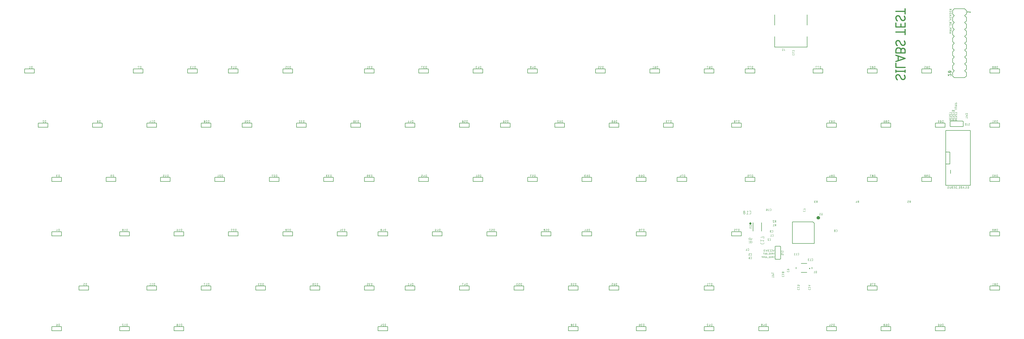
<source format=gbo>
G75*
%MOIN*%
%OFA0B0*%
%FSLAX25Y25*%
%IPPOS*%
%LPD*%
%AMOC8*
5,1,8,0,0,1.08239X$1,22.5*
%
%ADD10C,0.00300*%
%ADD11C,0.00400*%
%ADD12C,0.01800*%
%ADD13C,0.00800*%
%ADD14C,0.00500*%
%ADD15C,0.04000*%
%ADD16C,0.00600*%
%ADD17C,0.01433*%
%ADD18C,0.02362*%
D10*
X1102216Y0123950D02*
X1102216Y0126050D01*
X1101633Y0126050D01*
X1101586Y0126048D01*
X1101539Y0126042D01*
X1101493Y0126033D01*
X1101448Y0126020D01*
X1101404Y0126003D01*
X1101362Y0125983D01*
X1101321Y0125960D01*
X1101283Y0125933D01*
X1101246Y0125903D01*
X1101213Y0125871D01*
X1101181Y0125836D01*
X1101153Y0125798D01*
X1101128Y0125759D01*
X1101106Y0125717D01*
X1101088Y0125674D01*
X1101073Y0125629D01*
X1101062Y0125584D01*
X1101054Y0125537D01*
X1101050Y0125490D01*
X1101050Y0125444D01*
X1101054Y0125397D01*
X1101062Y0125350D01*
X1101073Y0125305D01*
X1101088Y0125260D01*
X1101106Y0125217D01*
X1101128Y0125176D01*
X1101153Y0125136D01*
X1101181Y0125098D01*
X1101213Y0125063D01*
X1101246Y0125031D01*
X1101283Y0125001D01*
X1101321Y0124974D01*
X1101362Y0124951D01*
X1101404Y0124931D01*
X1101448Y0124914D01*
X1101493Y0124901D01*
X1101539Y0124892D01*
X1101586Y0124886D01*
X1101633Y0124884D01*
X1101633Y0124883D02*
X1102216Y0124883D01*
X1103422Y0123950D02*
X1103422Y0126050D01*
X1104122Y0124883D01*
X1104822Y0126050D01*
X1104822Y0123950D01*
X1105987Y0124533D02*
X1105987Y0126050D01*
X1107153Y0126050D02*
X1107153Y0124533D01*
X1107151Y0124486D01*
X1107145Y0124439D01*
X1107136Y0124393D01*
X1107123Y0124348D01*
X1107106Y0124304D01*
X1107086Y0124262D01*
X1107063Y0124221D01*
X1107036Y0124183D01*
X1107006Y0124146D01*
X1106974Y0124113D01*
X1106939Y0124081D01*
X1106901Y0124053D01*
X1106862Y0124028D01*
X1106820Y0124006D01*
X1106777Y0123988D01*
X1106732Y0123973D01*
X1106687Y0123962D01*
X1106640Y0123954D01*
X1106593Y0123950D01*
X1106547Y0123950D01*
X1106500Y0123954D01*
X1106453Y0123962D01*
X1106408Y0123973D01*
X1106363Y0123988D01*
X1106320Y0124006D01*
X1106279Y0124028D01*
X1106239Y0124053D01*
X1106201Y0124081D01*
X1106166Y0124113D01*
X1106134Y0124146D01*
X1106104Y0124183D01*
X1106077Y0124221D01*
X1106054Y0124262D01*
X1106034Y0124304D01*
X1106017Y0124348D01*
X1106004Y0124393D01*
X1105995Y0124439D01*
X1105989Y0124486D01*
X1105987Y0124533D01*
X1108279Y0124417D02*
X1108279Y0126050D01*
X1108279Y0124417D02*
X1108281Y0124376D01*
X1108286Y0124336D01*
X1108295Y0124296D01*
X1108307Y0124257D01*
X1108323Y0124220D01*
X1108342Y0124183D01*
X1108363Y0124149D01*
X1108388Y0124117D01*
X1108416Y0124087D01*
X1108446Y0124059D01*
X1108478Y0124034D01*
X1108513Y0124013D01*
X1108549Y0123994D01*
X1108586Y0123978D01*
X1108625Y0123966D01*
X1108665Y0123957D01*
X1108705Y0123952D01*
X1108746Y0123950D01*
X1108979Y0123950D01*
X1109631Y0123717D02*
X1110565Y0123717D01*
X1111531Y0123950D02*
X1112231Y0123950D01*
X1112272Y0123952D01*
X1112312Y0123957D01*
X1112352Y0123966D01*
X1112391Y0123978D01*
X1112428Y0123994D01*
X1112465Y0124013D01*
X1112499Y0124034D01*
X1112531Y0124059D01*
X1112561Y0124087D01*
X1112589Y0124117D01*
X1112614Y0124149D01*
X1112635Y0124184D01*
X1112654Y0124220D01*
X1112670Y0124257D01*
X1112682Y0124296D01*
X1112691Y0124336D01*
X1112696Y0124376D01*
X1112698Y0124417D01*
X1112697Y0124417D02*
X1112697Y0125583D01*
X1112698Y0125583D02*
X1112696Y0125624D01*
X1112691Y0125664D01*
X1112682Y0125704D01*
X1112670Y0125743D01*
X1112654Y0125780D01*
X1112635Y0125817D01*
X1112614Y0125851D01*
X1112589Y0125883D01*
X1112561Y0125913D01*
X1112531Y0125941D01*
X1112499Y0125966D01*
X1112465Y0125987D01*
X1112428Y0126006D01*
X1112391Y0126022D01*
X1112352Y0126034D01*
X1112312Y0126043D01*
X1112272Y0126048D01*
X1112231Y0126050D01*
X1111531Y0126050D01*
X1111531Y0125117D02*
X1111531Y0123950D01*
X1111531Y0125117D02*
X1111881Y0125117D01*
X1113631Y0126050D02*
X1114564Y0126050D01*
X1114564Y0123950D01*
X1113631Y0123950D01*
X1113864Y0125117D02*
X1114564Y0125117D01*
X1116084Y0124883D02*
X1115617Y0123950D01*
X1116200Y0124883D02*
X1116784Y0124883D01*
X1116200Y0124884D02*
X1116153Y0124886D01*
X1116106Y0124892D01*
X1116060Y0124901D01*
X1116015Y0124914D01*
X1115971Y0124931D01*
X1115929Y0124951D01*
X1115888Y0124974D01*
X1115850Y0125001D01*
X1115813Y0125031D01*
X1115780Y0125063D01*
X1115748Y0125098D01*
X1115720Y0125136D01*
X1115695Y0125176D01*
X1115673Y0125217D01*
X1115655Y0125260D01*
X1115640Y0125305D01*
X1115629Y0125350D01*
X1115621Y0125397D01*
X1115617Y0125444D01*
X1115617Y0125490D01*
X1115621Y0125537D01*
X1115629Y0125584D01*
X1115640Y0125629D01*
X1115655Y0125674D01*
X1115673Y0125717D01*
X1115695Y0125759D01*
X1115720Y0125798D01*
X1115748Y0125836D01*
X1115780Y0125871D01*
X1115813Y0125903D01*
X1115850Y0125933D01*
X1115888Y0125960D01*
X1115929Y0125983D01*
X1115971Y0126003D01*
X1116015Y0126020D01*
X1116060Y0126033D01*
X1116106Y0126042D01*
X1116153Y0126048D01*
X1116200Y0126050D01*
X1116784Y0126050D01*
X1116784Y0123950D01*
X1118450Y0123950D02*
X1117750Y0126050D01*
X1119150Y0126050D02*
X1118450Y0123950D01*
X1118450Y0128950D02*
X1117750Y0131050D01*
X1116784Y0131050D02*
X1116200Y0131050D01*
X1116153Y0131048D01*
X1116106Y0131042D01*
X1116060Y0131033D01*
X1116015Y0131020D01*
X1115971Y0131003D01*
X1115929Y0130983D01*
X1115888Y0130960D01*
X1115850Y0130933D01*
X1115813Y0130903D01*
X1115780Y0130871D01*
X1115748Y0130836D01*
X1115720Y0130798D01*
X1115695Y0130759D01*
X1115673Y0130717D01*
X1115655Y0130674D01*
X1115640Y0130629D01*
X1115629Y0130584D01*
X1115621Y0130537D01*
X1115617Y0130490D01*
X1115617Y0130444D01*
X1115621Y0130397D01*
X1115629Y0130350D01*
X1115640Y0130305D01*
X1115655Y0130260D01*
X1115673Y0130217D01*
X1115695Y0130176D01*
X1115720Y0130136D01*
X1115748Y0130098D01*
X1115780Y0130063D01*
X1115813Y0130031D01*
X1115850Y0130001D01*
X1115888Y0129974D01*
X1115929Y0129951D01*
X1115971Y0129931D01*
X1116015Y0129914D01*
X1116060Y0129901D01*
X1116106Y0129892D01*
X1116153Y0129886D01*
X1116200Y0129884D01*
X1116200Y0129883D02*
X1116784Y0129883D01*
X1116084Y0129883D02*
X1115617Y0128950D01*
X1114564Y0128950D02*
X1114564Y0131050D01*
X1113631Y0131050D01*
X1113864Y0130117D02*
X1114564Y0130117D01*
X1114564Y0128950D02*
X1113631Y0128950D01*
X1112697Y0129417D02*
X1112697Y0130583D01*
X1112698Y0130583D02*
X1112696Y0130624D01*
X1112691Y0130664D01*
X1112682Y0130704D01*
X1112670Y0130743D01*
X1112654Y0130780D01*
X1112635Y0130817D01*
X1112614Y0130851D01*
X1112589Y0130883D01*
X1112561Y0130913D01*
X1112531Y0130941D01*
X1112499Y0130966D01*
X1112465Y0130987D01*
X1112428Y0131006D01*
X1112391Y0131022D01*
X1112352Y0131034D01*
X1112312Y0131043D01*
X1112272Y0131048D01*
X1112231Y0131050D01*
X1111531Y0131050D01*
X1111531Y0130117D02*
X1111531Y0128950D01*
X1112231Y0128950D01*
X1112272Y0128952D01*
X1112312Y0128957D01*
X1112352Y0128966D01*
X1112391Y0128978D01*
X1112428Y0128994D01*
X1112465Y0129013D01*
X1112499Y0129034D01*
X1112531Y0129059D01*
X1112561Y0129087D01*
X1112589Y0129117D01*
X1112614Y0129149D01*
X1112635Y0129184D01*
X1112654Y0129220D01*
X1112670Y0129257D01*
X1112682Y0129296D01*
X1112691Y0129336D01*
X1112696Y0129376D01*
X1112698Y0129417D01*
X1111881Y0130117D02*
X1111531Y0130117D01*
X1110565Y0128717D02*
X1109631Y0128717D01*
X1108737Y0129533D02*
X1108737Y0130467D01*
X1108735Y0130514D01*
X1108729Y0130561D01*
X1108720Y0130607D01*
X1108707Y0130652D01*
X1108690Y0130696D01*
X1108670Y0130738D01*
X1108647Y0130779D01*
X1108620Y0130817D01*
X1108590Y0130854D01*
X1108558Y0130887D01*
X1108523Y0130919D01*
X1108485Y0130947D01*
X1108446Y0130972D01*
X1108404Y0130994D01*
X1108361Y0131012D01*
X1108316Y0131027D01*
X1108271Y0131038D01*
X1108224Y0131046D01*
X1108177Y0131050D01*
X1108131Y0131050D01*
X1108084Y0131046D01*
X1108037Y0131038D01*
X1107992Y0131027D01*
X1107947Y0131012D01*
X1107904Y0130994D01*
X1107863Y0130972D01*
X1107823Y0130947D01*
X1107785Y0130919D01*
X1107750Y0130887D01*
X1107718Y0130854D01*
X1107688Y0130817D01*
X1107661Y0130779D01*
X1107638Y0130738D01*
X1107618Y0130696D01*
X1107601Y0130652D01*
X1107588Y0130607D01*
X1107579Y0130561D01*
X1107573Y0130514D01*
X1107571Y0130467D01*
X1107571Y0129533D01*
X1107573Y0129486D01*
X1107579Y0129439D01*
X1107588Y0129393D01*
X1107601Y0129348D01*
X1107618Y0129304D01*
X1107638Y0129262D01*
X1107661Y0129221D01*
X1107688Y0129183D01*
X1107718Y0129146D01*
X1107750Y0129113D01*
X1107785Y0129081D01*
X1107823Y0129053D01*
X1107863Y0129028D01*
X1107904Y0129006D01*
X1107947Y0128988D01*
X1107992Y0128973D01*
X1108037Y0128962D01*
X1108084Y0128954D01*
X1108131Y0128950D01*
X1108177Y0128950D01*
X1108224Y0128954D01*
X1108271Y0128962D01*
X1108316Y0128973D01*
X1108361Y0128988D01*
X1108404Y0129006D01*
X1108446Y0129028D01*
X1108485Y0129053D01*
X1108523Y0129081D01*
X1108558Y0129113D01*
X1108590Y0129146D01*
X1108620Y0129183D01*
X1108647Y0129221D01*
X1108670Y0129262D01*
X1108690Y0129304D01*
X1108707Y0129348D01*
X1108720Y0129393D01*
X1108729Y0129439D01*
X1108735Y0129486D01*
X1108737Y0129533D01*
X1106505Y0129533D02*
X1106505Y0131050D01*
X1105339Y0131050D02*
X1105339Y0129533D01*
X1105341Y0129486D01*
X1105347Y0129439D01*
X1105356Y0129393D01*
X1105369Y0129348D01*
X1105386Y0129304D01*
X1105406Y0129262D01*
X1105429Y0129221D01*
X1105456Y0129183D01*
X1105486Y0129146D01*
X1105518Y0129113D01*
X1105553Y0129081D01*
X1105591Y0129053D01*
X1105631Y0129028D01*
X1105672Y0129006D01*
X1105715Y0128988D01*
X1105760Y0128973D01*
X1105805Y0128962D01*
X1105852Y0128954D01*
X1105899Y0128950D01*
X1105945Y0128950D01*
X1105992Y0128954D01*
X1106039Y0128962D01*
X1106084Y0128973D01*
X1106129Y0128988D01*
X1106172Y0129006D01*
X1106214Y0129028D01*
X1106253Y0129053D01*
X1106291Y0129081D01*
X1106326Y0129113D01*
X1106358Y0129146D01*
X1106388Y0129183D01*
X1106415Y0129221D01*
X1106438Y0129262D01*
X1106458Y0129304D01*
X1106475Y0129348D01*
X1106488Y0129393D01*
X1106497Y0129439D01*
X1106503Y0129486D01*
X1106505Y0129533D01*
X1104417Y0131050D02*
X1103251Y0131050D01*
X1103834Y0131050D02*
X1103834Y0128950D01*
X1116784Y0128950D02*
X1116784Y0131050D01*
X1119150Y0131050D02*
X1118450Y0128950D01*
D11*
X1118167Y0133000D02*
X1117233Y0135800D01*
X1116075Y0135178D02*
X1116075Y0133622D01*
X1116073Y0133573D01*
X1116067Y0133525D01*
X1116058Y0133477D01*
X1116045Y0133430D01*
X1116028Y0133384D01*
X1116007Y0133340D01*
X1115983Y0133297D01*
X1115956Y0133256D01*
X1115926Y0133218D01*
X1115893Y0133182D01*
X1115857Y0133149D01*
X1115819Y0133119D01*
X1115778Y0133092D01*
X1115735Y0133068D01*
X1115691Y0133047D01*
X1115645Y0133030D01*
X1115598Y0133017D01*
X1115550Y0133008D01*
X1115502Y0133002D01*
X1115453Y0133000D01*
X1114831Y0133000D01*
X1113675Y0133622D02*
X1113675Y0135178D01*
X1113673Y0135227D01*
X1113667Y0135275D01*
X1113658Y0135323D01*
X1113645Y0135370D01*
X1113628Y0135416D01*
X1113607Y0135460D01*
X1113583Y0135503D01*
X1113556Y0135544D01*
X1113526Y0135582D01*
X1113493Y0135618D01*
X1113457Y0135651D01*
X1113419Y0135681D01*
X1113378Y0135708D01*
X1113335Y0135732D01*
X1113291Y0135753D01*
X1113245Y0135770D01*
X1113198Y0135783D01*
X1113150Y0135792D01*
X1113102Y0135798D01*
X1113053Y0135800D01*
X1112431Y0135800D01*
X1111264Y0135800D02*
X1110331Y0135800D01*
X1110282Y0135798D01*
X1110234Y0135792D01*
X1110186Y0135783D01*
X1110139Y0135770D01*
X1110093Y0135753D01*
X1110049Y0135732D01*
X1110006Y0135708D01*
X1109965Y0135681D01*
X1109927Y0135651D01*
X1109891Y0135618D01*
X1109858Y0135582D01*
X1109828Y0135544D01*
X1109801Y0135503D01*
X1109777Y0135460D01*
X1109756Y0135416D01*
X1109739Y0135370D01*
X1109726Y0135323D01*
X1109717Y0135275D01*
X1109711Y0135227D01*
X1109709Y0135178D01*
X1109711Y0135129D01*
X1109717Y0135081D01*
X1109726Y0135033D01*
X1109739Y0134986D01*
X1109756Y0134940D01*
X1109777Y0134896D01*
X1109801Y0134853D01*
X1109828Y0134812D01*
X1109858Y0134774D01*
X1109891Y0134738D01*
X1109927Y0134705D01*
X1109965Y0134675D01*
X1110006Y0134648D01*
X1110049Y0134624D01*
X1110093Y0134603D01*
X1110139Y0134586D01*
X1110186Y0134573D01*
X1110234Y0134564D01*
X1110282Y0134558D01*
X1110331Y0134556D01*
X1110953Y0134556D01*
X1110487Y0134556D02*
X1110431Y0134554D01*
X1110376Y0134548D01*
X1110322Y0134538D01*
X1110268Y0134524D01*
X1110215Y0134507D01*
X1110164Y0134486D01*
X1110114Y0134461D01*
X1110066Y0134432D01*
X1110021Y0134401D01*
X1109978Y0134366D01*
X1109937Y0134328D01*
X1109899Y0134287D01*
X1109864Y0134244D01*
X1109833Y0134199D01*
X1109804Y0134151D01*
X1109779Y0134101D01*
X1109758Y0134050D01*
X1109741Y0133997D01*
X1109727Y0133943D01*
X1109717Y0133889D01*
X1109711Y0133834D01*
X1109709Y0133778D01*
X1109711Y0133722D01*
X1109717Y0133667D01*
X1109727Y0133613D01*
X1109741Y0133559D01*
X1109758Y0133506D01*
X1109779Y0133455D01*
X1109804Y0133405D01*
X1109833Y0133357D01*
X1109864Y0133312D01*
X1109899Y0133269D01*
X1109937Y0133228D01*
X1109978Y0133190D01*
X1110021Y0133155D01*
X1110066Y0133124D01*
X1110114Y0133095D01*
X1110164Y0133070D01*
X1110215Y0133049D01*
X1110268Y0133032D01*
X1110322Y0133018D01*
X1110376Y0133008D01*
X1110431Y0133002D01*
X1110487Y0133000D01*
X1111264Y0133000D01*
X1112431Y0133000D02*
X1113053Y0133000D01*
X1113102Y0133002D01*
X1113150Y0133008D01*
X1113198Y0133017D01*
X1113245Y0133030D01*
X1113291Y0133047D01*
X1113335Y0133068D01*
X1113378Y0133092D01*
X1113419Y0133119D01*
X1113457Y0133149D01*
X1113493Y0133182D01*
X1113526Y0133218D01*
X1113556Y0133256D01*
X1113583Y0133297D01*
X1113607Y0133340D01*
X1113628Y0133384D01*
X1113645Y0133430D01*
X1113658Y0133477D01*
X1113667Y0133525D01*
X1113673Y0133573D01*
X1113675Y0133622D01*
X1115453Y0135800D02*
X1115502Y0135798D01*
X1115550Y0135792D01*
X1115598Y0135783D01*
X1115645Y0135770D01*
X1115691Y0135753D01*
X1115735Y0135732D01*
X1115778Y0135708D01*
X1115819Y0135681D01*
X1115857Y0135651D01*
X1115893Y0135618D01*
X1115926Y0135582D01*
X1115956Y0135544D01*
X1115983Y0135503D01*
X1116007Y0135460D01*
X1116028Y0135416D01*
X1116045Y0135370D01*
X1116058Y0135323D01*
X1116067Y0135275D01*
X1116073Y0135227D01*
X1116075Y0135178D01*
X1115453Y0135800D02*
X1114831Y0135800D01*
X1119100Y0135800D02*
X1118167Y0133000D01*
X1108540Y0135800D02*
X1107607Y0133000D01*
X1106673Y0135800D01*
X1105504Y0135800D02*
X1104571Y0135800D01*
X1104522Y0135798D01*
X1104474Y0135792D01*
X1104426Y0135783D01*
X1104379Y0135770D01*
X1104333Y0135753D01*
X1104289Y0135732D01*
X1104246Y0135708D01*
X1104205Y0135681D01*
X1104167Y0135651D01*
X1104131Y0135618D01*
X1104098Y0135582D01*
X1104068Y0135544D01*
X1104041Y0135503D01*
X1104017Y0135460D01*
X1103996Y0135416D01*
X1103979Y0135370D01*
X1103966Y0135323D01*
X1103957Y0135275D01*
X1103951Y0135227D01*
X1103949Y0135178D01*
X1103951Y0135129D01*
X1103957Y0135081D01*
X1103966Y0135033D01*
X1103979Y0134986D01*
X1103996Y0134940D01*
X1104017Y0134896D01*
X1104041Y0134853D01*
X1104068Y0134812D01*
X1104098Y0134774D01*
X1104131Y0134738D01*
X1104167Y0134705D01*
X1104205Y0134675D01*
X1104246Y0134648D01*
X1104289Y0134624D01*
X1104333Y0134603D01*
X1104379Y0134586D01*
X1104426Y0134573D01*
X1104474Y0134564D01*
X1104522Y0134558D01*
X1104571Y0134556D01*
X1105193Y0134556D01*
X1104727Y0134556D02*
X1104671Y0134554D01*
X1104616Y0134548D01*
X1104562Y0134538D01*
X1104508Y0134524D01*
X1104455Y0134507D01*
X1104404Y0134486D01*
X1104354Y0134461D01*
X1104306Y0134432D01*
X1104261Y0134401D01*
X1104218Y0134366D01*
X1104177Y0134328D01*
X1104139Y0134287D01*
X1104104Y0134244D01*
X1104073Y0134199D01*
X1104044Y0134151D01*
X1104019Y0134101D01*
X1103998Y0134050D01*
X1103981Y0133997D01*
X1103967Y0133943D01*
X1103957Y0133889D01*
X1103951Y0133834D01*
X1103949Y0133778D01*
X1103951Y0133722D01*
X1103957Y0133667D01*
X1103967Y0133613D01*
X1103981Y0133559D01*
X1103998Y0133506D01*
X1104019Y0133455D01*
X1104044Y0133405D01*
X1104073Y0133357D01*
X1104104Y0133312D01*
X1104139Y0133269D01*
X1104177Y0133228D01*
X1104218Y0133190D01*
X1104261Y0133155D01*
X1104306Y0133124D01*
X1104354Y0133095D01*
X1104404Y0133070D01*
X1104455Y0133049D01*
X1104508Y0133032D01*
X1104562Y0133018D01*
X1104616Y0133008D01*
X1104671Y0133002D01*
X1104727Y0133000D01*
X1105504Y0133000D01*
X1086100Y0129678D02*
X1086100Y0128122D01*
X1086098Y0128073D01*
X1086092Y0128025D01*
X1086083Y0127977D01*
X1086070Y0127930D01*
X1086053Y0127884D01*
X1086032Y0127840D01*
X1086008Y0127797D01*
X1085981Y0127756D01*
X1085951Y0127718D01*
X1085918Y0127682D01*
X1085882Y0127649D01*
X1085844Y0127619D01*
X1085803Y0127592D01*
X1085760Y0127568D01*
X1085716Y0127547D01*
X1085670Y0127530D01*
X1085623Y0127517D01*
X1085575Y0127508D01*
X1085527Y0127502D01*
X1085478Y0127500D01*
X1084856Y0127500D01*
X1083689Y0127500D02*
X1082756Y0127500D01*
X1082707Y0127502D01*
X1082659Y0127508D01*
X1082611Y0127517D01*
X1082564Y0127530D01*
X1082518Y0127547D01*
X1082474Y0127568D01*
X1082431Y0127592D01*
X1082390Y0127619D01*
X1082352Y0127649D01*
X1082316Y0127682D01*
X1082283Y0127718D01*
X1082253Y0127756D01*
X1082226Y0127797D01*
X1082202Y0127840D01*
X1082181Y0127884D01*
X1082164Y0127930D01*
X1082151Y0127977D01*
X1082142Y0128025D01*
X1082136Y0128073D01*
X1082134Y0128122D01*
X1082134Y0128433D01*
X1082136Y0128482D01*
X1082142Y0128530D01*
X1082151Y0128578D01*
X1082164Y0128625D01*
X1082181Y0128671D01*
X1082202Y0128715D01*
X1082226Y0128758D01*
X1082253Y0128799D01*
X1082283Y0128837D01*
X1082316Y0128873D01*
X1082352Y0128906D01*
X1082390Y0128936D01*
X1082431Y0128963D01*
X1082474Y0128987D01*
X1082518Y0129008D01*
X1082564Y0129025D01*
X1082611Y0129038D01*
X1082659Y0129047D01*
X1082707Y0129053D01*
X1082756Y0129055D01*
X1082756Y0129056D02*
X1083689Y0129056D01*
X1083689Y0130300D01*
X1082134Y0130300D01*
X1084856Y0130300D02*
X1085478Y0130300D01*
X1085527Y0130298D01*
X1085575Y0130292D01*
X1085623Y0130283D01*
X1085670Y0130270D01*
X1085716Y0130253D01*
X1085760Y0130232D01*
X1085803Y0130208D01*
X1085844Y0130181D01*
X1085882Y0130151D01*
X1085918Y0130118D01*
X1085951Y0130082D01*
X1085981Y0130044D01*
X1086008Y0130003D01*
X1086032Y0129960D01*
X1086053Y0129916D01*
X1086070Y0129870D01*
X1086083Y0129823D01*
X1086092Y0129775D01*
X1086098Y0129727D01*
X1086100Y0129678D01*
X1085478Y0125300D02*
X1084856Y0125300D01*
X1085478Y0125300D02*
X1085527Y0125298D01*
X1085575Y0125292D01*
X1085623Y0125283D01*
X1085670Y0125270D01*
X1085716Y0125253D01*
X1085760Y0125232D01*
X1085803Y0125208D01*
X1085844Y0125181D01*
X1085882Y0125151D01*
X1085918Y0125118D01*
X1085951Y0125082D01*
X1085981Y0125044D01*
X1086008Y0125003D01*
X1086032Y0124960D01*
X1086053Y0124916D01*
X1086070Y0124870D01*
X1086083Y0124823D01*
X1086092Y0124775D01*
X1086098Y0124727D01*
X1086100Y0124678D01*
X1086100Y0123122D01*
X1086098Y0123073D01*
X1086092Y0123025D01*
X1086083Y0122977D01*
X1086070Y0122930D01*
X1086053Y0122884D01*
X1086032Y0122840D01*
X1086008Y0122797D01*
X1085981Y0122756D01*
X1085951Y0122718D01*
X1085918Y0122682D01*
X1085882Y0122649D01*
X1085844Y0122619D01*
X1085803Y0122592D01*
X1085760Y0122568D01*
X1085716Y0122547D01*
X1085670Y0122530D01*
X1085623Y0122517D01*
X1085575Y0122508D01*
X1085527Y0122502D01*
X1085478Y0122500D01*
X1084856Y0122500D01*
X1083689Y0123278D02*
X1083689Y0124056D01*
X1082756Y0124056D01*
X1083689Y0124056D02*
X1083687Y0124126D01*
X1083681Y0124195D01*
X1083671Y0124264D01*
X1083658Y0124333D01*
X1083640Y0124400D01*
X1083619Y0124467D01*
X1083594Y0124532D01*
X1083566Y0124596D01*
X1083534Y0124658D01*
X1083498Y0124718D01*
X1083460Y0124776D01*
X1083418Y0124832D01*
X1083373Y0124885D01*
X1083325Y0124936D01*
X1083274Y0124984D01*
X1083221Y0125029D01*
X1083165Y0125071D01*
X1083107Y0125109D01*
X1083047Y0125145D01*
X1082985Y0125177D01*
X1082921Y0125205D01*
X1082856Y0125230D01*
X1082789Y0125251D01*
X1082722Y0125269D01*
X1082653Y0125282D01*
X1082584Y0125292D01*
X1082515Y0125298D01*
X1082445Y0125300D01*
X1082756Y0124055D02*
X1082707Y0124053D01*
X1082659Y0124047D01*
X1082611Y0124038D01*
X1082564Y0124025D01*
X1082518Y0124008D01*
X1082474Y0123987D01*
X1082431Y0123963D01*
X1082390Y0123936D01*
X1082352Y0123906D01*
X1082316Y0123873D01*
X1082283Y0123837D01*
X1082253Y0123799D01*
X1082226Y0123758D01*
X1082202Y0123715D01*
X1082181Y0123671D01*
X1082164Y0123625D01*
X1082151Y0123578D01*
X1082142Y0123530D01*
X1082136Y0123482D01*
X1082134Y0123433D01*
X1082134Y0123278D01*
X1082136Y0123222D01*
X1082142Y0123167D01*
X1082152Y0123113D01*
X1082166Y0123059D01*
X1082183Y0123006D01*
X1082204Y0122955D01*
X1082229Y0122905D01*
X1082258Y0122857D01*
X1082289Y0122812D01*
X1082324Y0122769D01*
X1082362Y0122728D01*
X1082403Y0122690D01*
X1082446Y0122655D01*
X1082491Y0122624D01*
X1082539Y0122595D01*
X1082589Y0122570D01*
X1082640Y0122549D01*
X1082693Y0122532D01*
X1082747Y0122518D01*
X1082801Y0122508D01*
X1082856Y0122502D01*
X1082912Y0122500D01*
X1082968Y0122502D01*
X1083023Y0122508D01*
X1083077Y0122518D01*
X1083131Y0122532D01*
X1083184Y0122549D01*
X1083235Y0122570D01*
X1083285Y0122595D01*
X1083333Y0122624D01*
X1083378Y0122655D01*
X1083421Y0122690D01*
X1083462Y0122728D01*
X1083500Y0122769D01*
X1083535Y0122812D01*
X1083566Y0122857D01*
X1083595Y0122905D01*
X1083620Y0122955D01*
X1083641Y0123006D01*
X1083658Y0123059D01*
X1083672Y0123113D01*
X1083682Y0123167D01*
X1083688Y0123222D01*
X1083690Y0123278D01*
X1081478Y0134500D02*
X1080856Y0134500D01*
X1081478Y0134500D02*
X1081527Y0134502D01*
X1081575Y0134508D01*
X1081623Y0134517D01*
X1081670Y0134530D01*
X1081716Y0134547D01*
X1081760Y0134568D01*
X1081803Y0134592D01*
X1081844Y0134619D01*
X1081882Y0134649D01*
X1081918Y0134682D01*
X1081951Y0134718D01*
X1081981Y0134756D01*
X1082008Y0134797D01*
X1082032Y0134840D01*
X1082053Y0134884D01*
X1082070Y0134930D01*
X1082083Y0134977D01*
X1082092Y0135025D01*
X1082098Y0135073D01*
X1082100Y0135122D01*
X1082100Y0136678D01*
X1082098Y0136727D01*
X1082092Y0136775D01*
X1082083Y0136823D01*
X1082070Y0136870D01*
X1082053Y0136916D01*
X1082032Y0136960D01*
X1082008Y0137003D01*
X1081981Y0137044D01*
X1081951Y0137082D01*
X1081918Y0137118D01*
X1081882Y0137151D01*
X1081844Y0137181D01*
X1081803Y0137208D01*
X1081760Y0137232D01*
X1081716Y0137253D01*
X1081670Y0137270D01*
X1081623Y0137283D01*
X1081575Y0137292D01*
X1081527Y0137298D01*
X1081478Y0137300D01*
X1080856Y0137300D01*
X1079067Y0137300D02*
X1079689Y0135122D01*
X1078134Y0135122D01*
X1078600Y0135744D02*
X1078600Y0134500D01*
X1082250Y0145823D02*
X1086850Y0145823D01*
X1086850Y0147101D01*
X1086848Y0147171D01*
X1086842Y0147242D01*
X1086833Y0147311D01*
X1086819Y0147380D01*
X1086802Y0147449D01*
X1086781Y0147516D01*
X1086756Y0147582D01*
X1086728Y0147646D01*
X1086696Y0147709D01*
X1086661Y0147770D01*
X1086622Y0147829D01*
X1086581Y0147886D01*
X1086536Y0147940D01*
X1086488Y0147992D01*
X1086438Y0148041D01*
X1086384Y0148088D01*
X1086329Y0148131D01*
X1086271Y0148171D01*
X1086211Y0148208D01*
X1086149Y0148241D01*
X1086085Y0148271D01*
X1086020Y0148298D01*
X1085954Y0148321D01*
X1085886Y0148340D01*
X1085817Y0148355D01*
X1085748Y0148367D01*
X1085678Y0148375D01*
X1085607Y0148379D01*
X1085537Y0148379D01*
X1085466Y0148375D01*
X1085396Y0148367D01*
X1085327Y0148355D01*
X1085258Y0148340D01*
X1085190Y0148321D01*
X1085124Y0148298D01*
X1085059Y0148271D01*
X1084995Y0148241D01*
X1084933Y0148208D01*
X1084873Y0148171D01*
X1084815Y0148131D01*
X1084760Y0148088D01*
X1084706Y0148041D01*
X1084656Y0147992D01*
X1084608Y0147940D01*
X1084563Y0147886D01*
X1084522Y0147829D01*
X1084483Y0147770D01*
X1084448Y0147709D01*
X1084416Y0147646D01*
X1084388Y0147582D01*
X1084363Y0147516D01*
X1084342Y0147449D01*
X1084325Y0147380D01*
X1084311Y0147311D01*
X1084302Y0147242D01*
X1084296Y0147171D01*
X1084294Y0147101D01*
X1084294Y0145823D01*
X1084294Y0147357D02*
X1082250Y0148379D01*
X1083528Y0150294D02*
X1084806Y0150294D01*
X1084806Y0151828D01*
X1084806Y0150295D02*
X1084895Y0150297D01*
X1084984Y0150303D01*
X1085073Y0150312D01*
X1085161Y0150326D01*
X1085248Y0150343D01*
X1085335Y0150365D01*
X1085421Y0150390D01*
X1085505Y0150418D01*
X1085588Y0150451D01*
X1085670Y0150487D01*
X1085750Y0150526D01*
X1085828Y0150569D01*
X1085904Y0150615D01*
X1085978Y0150665D01*
X1086050Y0150717D01*
X1086120Y0150773D01*
X1086187Y0150832D01*
X1086251Y0150894D01*
X1086313Y0150958D01*
X1086372Y0151025D01*
X1086428Y0151095D01*
X1086480Y0151167D01*
X1086530Y0151241D01*
X1086576Y0151317D01*
X1086619Y0151395D01*
X1086658Y0151475D01*
X1086694Y0151557D01*
X1086727Y0151640D01*
X1086755Y0151724D01*
X1086780Y0151810D01*
X1086802Y0151897D01*
X1086819Y0151984D01*
X1086833Y0152072D01*
X1086842Y0152161D01*
X1086848Y0152250D01*
X1086850Y0152339D01*
X1083783Y0152850D02*
X1083528Y0152850D01*
X1083783Y0152850D02*
X1083845Y0152848D01*
X1083906Y0152843D01*
X1083967Y0152833D01*
X1084028Y0152820D01*
X1084087Y0152804D01*
X1084145Y0152784D01*
X1084202Y0152760D01*
X1084258Y0152733D01*
X1084312Y0152703D01*
X1084364Y0152669D01*
X1084413Y0152633D01*
X1084461Y0152593D01*
X1084506Y0152551D01*
X1084548Y0152506D01*
X1084588Y0152458D01*
X1084624Y0152409D01*
X1084658Y0152357D01*
X1084688Y0152303D01*
X1084715Y0152247D01*
X1084739Y0152190D01*
X1084759Y0152132D01*
X1084775Y0152073D01*
X1084788Y0152012D01*
X1084798Y0151951D01*
X1084803Y0151890D01*
X1084805Y0151828D01*
X1083528Y0152850D02*
X1083458Y0152848D01*
X1083387Y0152842D01*
X1083318Y0152833D01*
X1083249Y0152819D01*
X1083180Y0152802D01*
X1083113Y0152781D01*
X1083047Y0152756D01*
X1082983Y0152728D01*
X1082920Y0152696D01*
X1082859Y0152661D01*
X1082800Y0152622D01*
X1082743Y0152581D01*
X1082689Y0152536D01*
X1082637Y0152488D01*
X1082588Y0152438D01*
X1082541Y0152384D01*
X1082498Y0152329D01*
X1082458Y0152271D01*
X1082421Y0152211D01*
X1082388Y0152149D01*
X1082358Y0152085D01*
X1082331Y0152020D01*
X1082308Y0151954D01*
X1082289Y0151886D01*
X1082274Y0151817D01*
X1082262Y0151748D01*
X1082254Y0151678D01*
X1082250Y0151607D01*
X1082250Y0151537D01*
X1082254Y0151466D01*
X1082262Y0151396D01*
X1082274Y0151327D01*
X1082289Y0151258D01*
X1082308Y0151190D01*
X1082331Y0151124D01*
X1082358Y0151059D01*
X1082388Y0150995D01*
X1082421Y0150933D01*
X1082458Y0150873D01*
X1082498Y0150815D01*
X1082541Y0150760D01*
X1082588Y0150706D01*
X1082637Y0150656D01*
X1082689Y0150608D01*
X1082743Y0150563D01*
X1082800Y0150522D01*
X1082859Y0150483D01*
X1082920Y0150448D01*
X1082983Y0150416D01*
X1083047Y0150388D01*
X1083113Y0150363D01*
X1083180Y0150342D01*
X1083249Y0150325D01*
X1083318Y0150311D01*
X1083387Y0150302D01*
X1083458Y0150296D01*
X1083528Y0150294D01*
X1099500Y0150350D02*
X1099500Y0147794D01*
X1099500Y0149072D02*
X1104100Y0149072D01*
X1103078Y0147794D01*
X1104100Y0146076D02*
X1104100Y0145054D01*
X1104098Y0144992D01*
X1104093Y0144931D01*
X1104083Y0144870D01*
X1104070Y0144809D01*
X1104054Y0144750D01*
X1104034Y0144692D01*
X1104010Y0144635D01*
X1103983Y0144579D01*
X1103953Y0144525D01*
X1103919Y0144473D01*
X1103882Y0144424D01*
X1103843Y0144376D01*
X1103801Y0144331D01*
X1103756Y0144289D01*
X1103708Y0144249D01*
X1103659Y0144213D01*
X1103607Y0144179D01*
X1103553Y0144149D01*
X1103497Y0144122D01*
X1103440Y0144098D01*
X1103382Y0144078D01*
X1103323Y0144062D01*
X1103262Y0144049D01*
X1103201Y0144039D01*
X1103140Y0144034D01*
X1103078Y0144032D01*
X1103078Y0144031D02*
X1100522Y0144031D01*
X1100522Y0144032D02*
X1100460Y0144034D01*
X1100399Y0144039D01*
X1100338Y0144049D01*
X1100277Y0144062D01*
X1100218Y0144078D01*
X1100160Y0144098D01*
X1100103Y0144122D01*
X1100047Y0144149D01*
X1099993Y0144179D01*
X1099941Y0144213D01*
X1099892Y0144249D01*
X1099844Y0144289D01*
X1099799Y0144331D01*
X1099757Y0144376D01*
X1099717Y0144424D01*
X1099681Y0144473D01*
X1099647Y0144525D01*
X1099617Y0144579D01*
X1099590Y0144635D01*
X1099566Y0144692D01*
X1099546Y0144750D01*
X1099530Y0144809D01*
X1099517Y0144870D01*
X1099507Y0144931D01*
X1099502Y0144992D01*
X1099500Y0145054D01*
X1099500Y0146076D01*
X1103589Y0152294D02*
X1104100Y0152294D01*
X1104100Y0154850D01*
X1099500Y0153572D01*
X1109867Y0150556D02*
X1111189Y0149000D01*
X1109634Y0149000D01*
X1111189Y0151178D02*
X1111170Y0151231D01*
X1111148Y0151283D01*
X1111122Y0151333D01*
X1111093Y0151382D01*
X1111062Y0151429D01*
X1111027Y0151474D01*
X1110990Y0151516D01*
X1110950Y0151556D01*
X1110907Y0151593D01*
X1110863Y0151628D01*
X1110816Y0151660D01*
X1110767Y0151689D01*
X1110717Y0151714D01*
X1110665Y0151737D01*
X1110612Y0151756D01*
X1110558Y0151772D01*
X1110503Y0151784D01*
X1110447Y0151793D01*
X1110390Y0151798D01*
X1110334Y0151800D01*
X1110284Y0151798D01*
X1110234Y0151793D01*
X1110185Y0151784D01*
X1110137Y0151772D01*
X1110089Y0151756D01*
X1110043Y0151737D01*
X1109999Y0151714D01*
X1109956Y0151689D01*
X1109915Y0151660D01*
X1109876Y0151629D01*
X1109839Y0151595D01*
X1109805Y0151558D01*
X1109774Y0151519D01*
X1109745Y0151478D01*
X1109720Y0151435D01*
X1109697Y0151391D01*
X1109678Y0151345D01*
X1109662Y0151297D01*
X1109650Y0151249D01*
X1109641Y0151200D01*
X1109636Y0151150D01*
X1109634Y0151100D01*
X1109636Y0151049D01*
X1109641Y0150999D01*
X1109649Y0150949D01*
X1109661Y0150899D01*
X1109676Y0150851D01*
X1109695Y0150804D01*
X1109716Y0150758D01*
X1109741Y0150713D01*
X1109768Y0150671D01*
X1109799Y0150630D01*
X1109832Y0150592D01*
X1109867Y0150555D01*
X1112356Y0151800D02*
X1112978Y0151800D01*
X1113027Y0151798D01*
X1113075Y0151792D01*
X1113123Y0151783D01*
X1113170Y0151770D01*
X1113216Y0151753D01*
X1113260Y0151732D01*
X1113303Y0151708D01*
X1113344Y0151681D01*
X1113382Y0151651D01*
X1113418Y0151618D01*
X1113451Y0151582D01*
X1113481Y0151544D01*
X1113508Y0151503D01*
X1113532Y0151460D01*
X1113553Y0151416D01*
X1113570Y0151370D01*
X1113583Y0151323D01*
X1113592Y0151275D01*
X1113598Y0151227D01*
X1113600Y0151178D01*
X1113600Y0149622D01*
X1113598Y0149573D01*
X1113592Y0149525D01*
X1113583Y0149477D01*
X1113570Y0149430D01*
X1113553Y0149384D01*
X1113532Y0149340D01*
X1113508Y0149297D01*
X1113481Y0149256D01*
X1113451Y0149218D01*
X1113418Y0149182D01*
X1113382Y0149149D01*
X1113344Y0149119D01*
X1113303Y0149092D01*
X1113260Y0149068D01*
X1113216Y0149047D01*
X1113170Y0149030D01*
X1113123Y0149017D01*
X1113075Y0149008D01*
X1113027Y0149002D01*
X1112978Y0149000D01*
X1112356Y0149000D01*
X1113634Y0155000D02*
X1115189Y0155000D01*
X1114412Y0155000D02*
X1114412Y0157800D01*
X1115189Y0157178D01*
X1116356Y0157800D02*
X1116978Y0157800D01*
X1117027Y0157798D01*
X1117075Y0157792D01*
X1117123Y0157783D01*
X1117170Y0157770D01*
X1117216Y0157753D01*
X1117260Y0157732D01*
X1117303Y0157708D01*
X1117344Y0157681D01*
X1117382Y0157651D01*
X1117418Y0157618D01*
X1117451Y0157582D01*
X1117481Y0157544D01*
X1117508Y0157503D01*
X1117532Y0157460D01*
X1117553Y0157416D01*
X1117570Y0157370D01*
X1117583Y0157323D01*
X1117592Y0157275D01*
X1117598Y0157227D01*
X1117600Y0157178D01*
X1117600Y0155622D01*
X1117598Y0155573D01*
X1117592Y0155525D01*
X1117583Y0155477D01*
X1117570Y0155430D01*
X1117553Y0155384D01*
X1117532Y0155340D01*
X1117508Y0155297D01*
X1117481Y0155256D01*
X1117451Y0155218D01*
X1117418Y0155182D01*
X1117382Y0155149D01*
X1117344Y0155119D01*
X1117303Y0155092D01*
X1117260Y0155068D01*
X1117216Y0155047D01*
X1117170Y0155030D01*
X1117123Y0155017D01*
X1117075Y0155008D01*
X1117027Y0155002D01*
X1116978Y0155000D01*
X1116356Y0155000D01*
X1116478Y0161000D02*
X1115856Y0161000D01*
X1116478Y0161000D02*
X1116527Y0161002D01*
X1116575Y0161008D01*
X1116623Y0161017D01*
X1116670Y0161030D01*
X1116716Y0161047D01*
X1116760Y0161068D01*
X1116803Y0161092D01*
X1116844Y0161119D01*
X1116882Y0161149D01*
X1116918Y0161182D01*
X1116951Y0161218D01*
X1116981Y0161256D01*
X1117008Y0161297D01*
X1117032Y0161340D01*
X1117053Y0161384D01*
X1117070Y0161430D01*
X1117083Y0161477D01*
X1117092Y0161525D01*
X1117098Y0161573D01*
X1117100Y0161622D01*
X1117100Y0163178D01*
X1117098Y0163227D01*
X1117092Y0163275D01*
X1117083Y0163323D01*
X1117070Y0163370D01*
X1117053Y0163416D01*
X1117032Y0163460D01*
X1117008Y0163503D01*
X1116981Y0163544D01*
X1116951Y0163582D01*
X1116918Y0163618D01*
X1116882Y0163651D01*
X1116844Y0163681D01*
X1116803Y0163708D01*
X1116760Y0163732D01*
X1116716Y0163753D01*
X1116670Y0163770D01*
X1116623Y0163783D01*
X1116575Y0163792D01*
X1116527Y0163798D01*
X1116478Y0163800D01*
X1115856Y0163800D01*
X1114689Y0163800D02*
X1113756Y0163800D01*
X1113707Y0163798D01*
X1113659Y0163792D01*
X1113611Y0163783D01*
X1113564Y0163770D01*
X1113518Y0163753D01*
X1113474Y0163732D01*
X1113431Y0163708D01*
X1113390Y0163681D01*
X1113352Y0163651D01*
X1113316Y0163618D01*
X1113283Y0163582D01*
X1113253Y0163544D01*
X1113226Y0163503D01*
X1113202Y0163460D01*
X1113181Y0163416D01*
X1113164Y0163370D01*
X1113151Y0163323D01*
X1113142Y0163275D01*
X1113136Y0163227D01*
X1113134Y0163178D01*
X1113136Y0163129D01*
X1113142Y0163081D01*
X1113151Y0163033D01*
X1113164Y0162986D01*
X1113181Y0162940D01*
X1113202Y0162896D01*
X1113226Y0162853D01*
X1113253Y0162812D01*
X1113283Y0162774D01*
X1113316Y0162738D01*
X1113352Y0162705D01*
X1113390Y0162675D01*
X1113431Y0162648D01*
X1113474Y0162624D01*
X1113518Y0162603D01*
X1113564Y0162586D01*
X1113611Y0162573D01*
X1113659Y0162564D01*
X1113707Y0162558D01*
X1113756Y0162556D01*
X1114378Y0162556D01*
X1113912Y0162556D02*
X1113856Y0162554D01*
X1113801Y0162548D01*
X1113747Y0162538D01*
X1113693Y0162524D01*
X1113640Y0162507D01*
X1113589Y0162486D01*
X1113539Y0162461D01*
X1113491Y0162432D01*
X1113446Y0162401D01*
X1113403Y0162366D01*
X1113362Y0162328D01*
X1113324Y0162287D01*
X1113289Y0162244D01*
X1113258Y0162199D01*
X1113229Y0162151D01*
X1113204Y0162101D01*
X1113183Y0162050D01*
X1113166Y0161997D01*
X1113152Y0161943D01*
X1113142Y0161889D01*
X1113136Y0161834D01*
X1113134Y0161778D01*
X1113136Y0161722D01*
X1113142Y0161667D01*
X1113152Y0161613D01*
X1113166Y0161559D01*
X1113183Y0161506D01*
X1113204Y0161455D01*
X1113229Y0161405D01*
X1113258Y0161357D01*
X1113289Y0161312D01*
X1113324Y0161269D01*
X1113362Y0161228D01*
X1113403Y0161190D01*
X1113446Y0161155D01*
X1113491Y0161124D01*
X1113539Y0161095D01*
X1113589Y0161070D01*
X1113640Y0161049D01*
X1113693Y0161032D01*
X1113747Y0161018D01*
X1113801Y0161008D01*
X1113856Y0161002D01*
X1113912Y0161000D01*
X1114689Y0161000D01*
X1117188Y0170000D02*
X1118744Y0170000D01*
X1117966Y0170000D02*
X1117966Y0172800D01*
X1118744Y0172178D01*
X1120822Y0172800D02*
X1120766Y0172798D01*
X1120711Y0172792D01*
X1120657Y0172782D01*
X1120603Y0172768D01*
X1120550Y0172751D01*
X1120499Y0172730D01*
X1120449Y0172705D01*
X1120401Y0172676D01*
X1120356Y0172645D01*
X1120313Y0172610D01*
X1120272Y0172572D01*
X1120234Y0172531D01*
X1120199Y0172488D01*
X1120168Y0172443D01*
X1120139Y0172395D01*
X1120114Y0172345D01*
X1120093Y0172294D01*
X1120076Y0172241D01*
X1120062Y0172187D01*
X1120052Y0172133D01*
X1120046Y0172078D01*
X1120044Y0172022D01*
X1120046Y0171966D01*
X1120052Y0171911D01*
X1120062Y0171857D01*
X1120076Y0171803D01*
X1120093Y0171750D01*
X1120114Y0171699D01*
X1120139Y0171649D01*
X1120168Y0171601D01*
X1120199Y0171556D01*
X1120234Y0171513D01*
X1120272Y0171472D01*
X1120313Y0171434D01*
X1120356Y0171399D01*
X1120401Y0171368D01*
X1120449Y0171339D01*
X1120499Y0171314D01*
X1120550Y0171293D01*
X1120603Y0171276D01*
X1120657Y0171262D01*
X1120711Y0171252D01*
X1120766Y0171246D01*
X1120822Y0171244D01*
X1121600Y0171244D01*
X1120667Y0171244D02*
X1120044Y0170000D01*
X1121600Y0170000D02*
X1121600Y0172800D01*
X1120822Y0172800D01*
X1120044Y0175500D02*
X1120667Y0176744D01*
X1120822Y0176744D02*
X1121600Y0176744D01*
X1120822Y0176744D02*
X1120766Y0176746D01*
X1120711Y0176752D01*
X1120657Y0176762D01*
X1120603Y0176776D01*
X1120550Y0176793D01*
X1120499Y0176814D01*
X1120449Y0176839D01*
X1120401Y0176868D01*
X1120356Y0176899D01*
X1120313Y0176934D01*
X1120272Y0176972D01*
X1120234Y0177013D01*
X1120199Y0177056D01*
X1120168Y0177101D01*
X1120139Y0177149D01*
X1120114Y0177199D01*
X1120093Y0177250D01*
X1120076Y0177303D01*
X1120062Y0177357D01*
X1120052Y0177411D01*
X1120046Y0177466D01*
X1120044Y0177522D01*
X1120046Y0177578D01*
X1120052Y0177633D01*
X1120062Y0177687D01*
X1120076Y0177741D01*
X1120093Y0177794D01*
X1120114Y0177845D01*
X1120139Y0177895D01*
X1120168Y0177943D01*
X1120199Y0177988D01*
X1120234Y0178031D01*
X1120272Y0178072D01*
X1120313Y0178110D01*
X1120356Y0178145D01*
X1120401Y0178176D01*
X1120449Y0178205D01*
X1120499Y0178230D01*
X1120550Y0178251D01*
X1120603Y0178268D01*
X1120657Y0178282D01*
X1120711Y0178292D01*
X1120766Y0178298D01*
X1120822Y0178300D01*
X1121600Y0178300D01*
X1121600Y0175500D01*
X1118744Y0175500D02*
X1117188Y0175500D01*
X1118744Y0175500D02*
X1117422Y0177056D01*
X1117888Y0178300D02*
X1117944Y0178298D01*
X1118001Y0178293D01*
X1118057Y0178284D01*
X1118112Y0178272D01*
X1118166Y0178256D01*
X1118219Y0178237D01*
X1118271Y0178214D01*
X1118321Y0178189D01*
X1118370Y0178160D01*
X1118417Y0178128D01*
X1118461Y0178093D01*
X1118504Y0178056D01*
X1118544Y0178016D01*
X1118581Y0177974D01*
X1118616Y0177929D01*
X1118647Y0177882D01*
X1118676Y0177833D01*
X1118702Y0177783D01*
X1118724Y0177731D01*
X1118743Y0177678D01*
X1117421Y0177055D02*
X1117386Y0177092D01*
X1117353Y0177130D01*
X1117322Y0177171D01*
X1117295Y0177213D01*
X1117270Y0177258D01*
X1117249Y0177304D01*
X1117230Y0177351D01*
X1117215Y0177399D01*
X1117203Y0177449D01*
X1117195Y0177499D01*
X1117190Y0177549D01*
X1117188Y0177600D01*
X1117190Y0177650D01*
X1117195Y0177700D01*
X1117204Y0177749D01*
X1117216Y0177797D01*
X1117232Y0177845D01*
X1117251Y0177891D01*
X1117274Y0177935D01*
X1117299Y0177978D01*
X1117328Y0178019D01*
X1117359Y0178058D01*
X1117393Y0178095D01*
X1117430Y0178129D01*
X1117469Y0178160D01*
X1117510Y0178189D01*
X1117553Y0178214D01*
X1117597Y0178237D01*
X1117643Y0178256D01*
X1117691Y0178272D01*
X1117739Y0178284D01*
X1117788Y0178293D01*
X1117838Y0178298D01*
X1117888Y0178300D01*
X1086145Y0168226D02*
X1084123Y0168226D01*
X1084123Y0168227D02*
X1084067Y0168225D01*
X1084012Y0168219D01*
X1083958Y0168209D01*
X1083904Y0168195D01*
X1083851Y0168178D01*
X1083800Y0168157D01*
X1083750Y0168132D01*
X1083702Y0168103D01*
X1083657Y0168072D01*
X1083614Y0168037D01*
X1083573Y0167999D01*
X1083535Y0167958D01*
X1083500Y0167915D01*
X1083469Y0167870D01*
X1083440Y0167822D01*
X1083415Y0167772D01*
X1083394Y0167721D01*
X1083377Y0167668D01*
X1083363Y0167614D01*
X1083353Y0167560D01*
X1083347Y0167505D01*
X1083345Y0167449D01*
X1083347Y0167393D01*
X1083353Y0167338D01*
X1083363Y0167284D01*
X1083377Y0167230D01*
X1083394Y0167177D01*
X1083415Y0167126D01*
X1083440Y0167076D01*
X1083469Y0167028D01*
X1083500Y0166983D01*
X1083535Y0166940D01*
X1083573Y0166899D01*
X1083614Y0166861D01*
X1083657Y0166826D01*
X1083702Y0166795D01*
X1083750Y0166766D01*
X1083800Y0166741D01*
X1083851Y0166720D01*
X1083904Y0166703D01*
X1083958Y0166689D01*
X1084012Y0166679D01*
X1084067Y0166673D01*
X1084123Y0166671D01*
X1086145Y0166671D01*
X1084900Y0170969D02*
X1084937Y0171004D01*
X1084975Y0171037D01*
X1085016Y0171068D01*
X1085058Y0171095D01*
X1085103Y0171120D01*
X1085149Y0171141D01*
X1085196Y0171160D01*
X1085244Y0171175D01*
X1085294Y0171187D01*
X1085344Y0171195D01*
X1085394Y0171200D01*
X1085445Y0171202D01*
X1084901Y0170969D02*
X1083345Y0169647D01*
X1083345Y0171202D01*
X1085523Y0169647D02*
X1085576Y0169666D01*
X1085628Y0169688D01*
X1085678Y0169714D01*
X1085727Y0169743D01*
X1085774Y0169774D01*
X1085819Y0169809D01*
X1085861Y0169846D01*
X1085901Y0169886D01*
X1085938Y0169929D01*
X1085973Y0169973D01*
X1086005Y0170020D01*
X1086034Y0170069D01*
X1086059Y0170119D01*
X1086082Y0170171D01*
X1086101Y0170224D01*
X1086117Y0170278D01*
X1086129Y0170333D01*
X1086138Y0170389D01*
X1086143Y0170446D01*
X1086145Y0170502D01*
X1086143Y0170552D01*
X1086138Y0170602D01*
X1086129Y0170651D01*
X1086117Y0170699D01*
X1086101Y0170747D01*
X1086082Y0170793D01*
X1086059Y0170837D01*
X1086034Y0170880D01*
X1086005Y0170921D01*
X1085974Y0170960D01*
X1085940Y0170997D01*
X1085903Y0171031D01*
X1085864Y0171062D01*
X1085823Y0171091D01*
X1085780Y0171116D01*
X1085736Y0171139D01*
X1085690Y0171158D01*
X1085642Y0171174D01*
X1085594Y0171186D01*
X1085545Y0171195D01*
X1085495Y0171200D01*
X1085445Y0171202D01*
X1068423Y0165717D02*
X1067645Y0165717D01*
X1067645Y0165718D02*
X1067589Y0165716D01*
X1067534Y0165710D01*
X1067480Y0165700D01*
X1067426Y0165686D01*
X1067373Y0165669D01*
X1067322Y0165648D01*
X1067272Y0165623D01*
X1067224Y0165594D01*
X1067179Y0165563D01*
X1067136Y0165528D01*
X1067095Y0165490D01*
X1067057Y0165449D01*
X1067022Y0165406D01*
X1066991Y0165361D01*
X1066962Y0165313D01*
X1066937Y0165263D01*
X1066916Y0165212D01*
X1066899Y0165159D01*
X1066885Y0165105D01*
X1066875Y0165051D01*
X1066869Y0164996D01*
X1066867Y0164940D01*
X1066867Y0163695D01*
X1066869Y0163639D01*
X1066875Y0163584D01*
X1066885Y0163530D01*
X1066899Y0163476D01*
X1066916Y0163423D01*
X1066937Y0163372D01*
X1066962Y0163322D01*
X1066991Y0163274D01*
X1067022Y0163229D01*
X1067057Y0163186D01*
X1067095Y0163145D01*
X1067136Y0163107D01*
X1067179Y0163072D01*
X1067224Y0163041D01*
X1067272Y0163012D01*
X1067322Y0162987D01*
X1067373Y0162966D01*
X1067426Y0162949D01*
X1067480Y0162935D01*
X1067534Y0162925D01*
X1067589Y0162919D01*
X1067645Y0162917D01*
X1068423Y0162917D01*
X1068423Y0165717D01*
X1065447Y0165717D02*
X1063891Y0165717D01*
X1064669Y0162917D01*
X1062567Y0162917D02*
X1061634Y0162917D01*
X1061634Y0162918D02*
X1061585Y0162920D01*
X1061537Y0162926D01*
X1061489Y0162935D01*
X1061442Y0162948D01*
X1061396Y0162965D01*
X1061352Y0162986D01*
X1061309Y0163010D01*
X1061268Y0163037D01*
X1061230Y0163067D01*
X1061194Y0163100D01*
X1061161Y0163136D01*
X1061131Y0163174D01*
X1061104Y0163215D01*
X1061080Y0163258D01*
X1061059Y0163302D01*
X1061042Y0163348D01*
X1061029Y0163395D01*
X1061020Y0163443D01*
X1061014Y0163491D01*
X1061012Y0163540D01*
X1061011Y0163540D02*
X1061011Y0163851D01*
X1061012Y0163851D02*
X1061014Y0163900D01*
X1061020Y0163948D01*
X1061029Y0163996D01*
X1061042Y0164043D01*
X1061059Y0164089D01*
X1061080Y0164133D01*
X1061104Y0164176D01*
X1061131Y0164217D01*
X1061161Y0164255D01*
X1061194Y0164291D01*
X1061230Y0164324D01*
X1061268Y0164354D01*
X1061309Y0164381D01*
X1061352Y0164405D01*
X1061396Y0164426D01*
X1061442Y0164443D01*
X1061489Y0164456D01*
X1061537Y0164465D01*
X1061585Y0164471D01*
X1061634Y0164473D01*
X1062567Y0164473D01*
X1062567Y0165717D01*
X1061011Y0165717D01*
X1065447Y0165717D02*
X1065447Y0165406D01*
X1074281Y0188778D02*
X1074283Y0188708D01*
X1074289Y0188637D01*
X1074298Y0188568D01*
X1074312Y0188499D01*
X1074329Y0188430D01*
X1074350Y0188363D01*
X1074375Y0188297D01*
X1074403Y0188233D01*
X1074435Y0188170D01*
X1074470Y0188109D01*
X1074509Y0188050D01*
X1074550Y0187993D01*
X1074595Y0187939D01*
X1074643Y0187887D01*
X1074693Y0187838D01*
X1074747Y0187791D01*
X1074802Y0187748D01*
X1074860Y0187708D01*
X1074920Y0187671D01*
X1074982Y0187638D01*
X1075046Y0187608D01*
X1075111Y0187581D01*
X1075177Y0187558D01*
X1075245Y0187539D01*
X1075314Y0187524D01*
X1075383Y0187512D01*
X1075453Y0187504D01*
X1075524Y0187500D01*
X1075594Y0187500D01*
X1075665Y0187504D01*
X1075735Y0187512D01*
X1075804Y0187524D01*
X1075873Y0187539D01*
X1075941Y0187558D01*
X1076007Y0187581D01*
X1076072Y0187608D01*
X1076136Y0187638D01*
X1076198Y0187671D01*
X1076258Y0187708D01*
X1076316Y0187748D01*
X1076371Y0187791D01*
X1076425Y0187838D01*
X1076475Y0187887D01*
X1076523Y0187939D01*
X1076568Y0187993D01*
X1076609Y0188050D01*
X1076648Y0188109D01*
X1076683Y0188170D01*
X1076715Y0188233D01*
X1076743Y0188297D01*
X1076768Y0188363D01*
X1076789Y0188430D01*
X1076806Y0188499D01*
X1076820Y0188568D01*
X1076829Y0188637D01*
X1076835Y0188708D01*
X1076837Y0188778D01*
X1076835Y0188848D01*
X1076829Y0188919D01*
X1076820Y0188988D01*
X1076806Y0189057D01*
X1076789Y0189126D01*
X1076768Y0189193D01*
X1076743Y0189259D01*
X1076715Y0189323D01*
X1076683Y0189386D01*
X1076648Y0189447D01*
X1076609Y0189506D01*
X1076568Y0189563D01*
X1076523Y0189617D01*
X1076475Y0189669D01*
X1076425Y0189718D01*
X1076371Y0189765D01*
X1076316Y0189808D01*
X1076258Y0189848D01*
X1076198Y0189885D01*
X1076136Y0189918D01*
X1076072Y0189948D01*
X1076007Y0189975D01*
X1075941Y0189998D01*
X1075873Y0190017D01*
X1075804Y0190032D01*
X1075735Y0190044D01*
X1075665Y0190052D01*
X1075594Y0190056D01*
X1075524Y0190056D01*
X1075453Y0190052D01*
X1075383Y0190044D01*
X1075314Y0190032D01*
X1075245Y0190017D01*
X1075177Y0189998D01*
X1075111Y0189975D01*
X1075046Y0189948D01*
X1074982Y0189918D01*
X1074920Y0189885D01*
X1074860Y0189848D01*
X1074802Y0189808D01*
X1074747Y0189765D01*
X1074693Y0189718D01*
X1074643Y0189669D01*
X1074595Y0189617D01*
X1074550Y0189563D01*
X1074509Y0189506D01*
X1074470Y0189447D01*
X1074435Y0189386D01*
X1074403Y0189323D01*
X1074375Y0189259D01*
X1074350Y0189193D01*
X1074329Y0189126D01*
X1074312Y0189057D01*
X1074298Y0188988D01*
X1074289Y0188919D01*
X1074283Y0188848D01*
X1074281Y0188778D01*
X1074537Y0191078D02*
X1074539Y0191015D01*
X1074545Y0190952D01*
X1074554Y0190890D01*
X1074568Y0190829D01*
X1074585Y0190768D01*
X1074606Y0190709D01*
X1074631Y0190651D01*
X1074659Y0190594D01*
X1074690Y0190540D01*
X1074725Y0190488D01*
X1074763Y0190437D01*
X1074804Y0190389D01*
X1074848Y0190344D01*
X1074894Y0190302D01*
X1074943Y0190262D01*
X1074994Y0190226D01*
X1075048Y0190193D01*
X1075103Y0190163D01*
X1075161Y0190137D01*
X1075219Y0190114D01*
X1075279Y0190095D01*
X1075340Y0190080D01*
X1075402Y0190068D01*
X1075465Y0190060D01*
X1075528Y0190056D01*
X1075590Y0190056D01*
X1075653Y0190060D01*
X1075716Y0190068D01*
X1075778Y0190080D01*
X1075839Y0190095D01*
X1075899Y0190114D01*
X1075957Y0190137D01*
X1076015Y0190163D01*
X1076070Y0190193D01*
X1076124Y0190226D01*
X1076175Y0190262D01*
X1076224Y0190302D01*
X1076270Y0190344D01*
X1076314Y0190389D01*
X1076355Y0190437D01*
X1076393Y0190488D01*
X1076428Y0190540D01*
X1076459Y0190594D01*
X1076487Y0190651D01*
X1076512Y0190709D01*
X1076533Y0190768D01*
X1076550Y0190829D01*
X1076564Y0190890D01*
X1076573Y0190952D01*
X1076579Y0191015D01*
X1076581Y0191078D01*
X1076579Y0191141D01*
X1076573Y0191204D01*
X1076564Y0191266D01*
X1076550Y0191327D01*
X1076533Y0191388D01*
X1076512Y0191447D01*
X1076487Y0191505D01*
X1076459Y0191562D01*
X1076428Y0191616D01*
X1076393Y0191668D01*
X1076355Y0191719D01*
X1076314Y0191767D01*
X1076270Y0191812D01*
X1076224Y0191854D01*
X1076175Y0191894D01*
X1076124Y0191930D01*
X1076070Y0191963D01*
X1076015Y0191993D01*
X1075957Y0192019D01*
X1075899Y0192042D01*
X1075839Y0192061D01*
X1075778Y0192076D01*
X1075716Y0192088D01*
X1075653Y0192096D01*
X1075590Y0192100D01*
X1075528Y0192100D01*
X1075465Y0192096D01*
X1075402Y0192088D01*
X1075340Y0192076D01*
X1075279Y0192061D01*
X1075219Y0192042D01*
X1075161Y0192019D01*
X1075103Y0191993D01*
X1075048Y0191963D01*
X1074994Y0191930D01*
X1074943Y0191894D01*
X1074894Y0191854D01*
X1074848Y0191812D01*
X1074804Y0191767D01*
X1074763Y0191719D01*
X1074725Y0191668D01*
X1074690Y0191616D01*
X1074659Y0191562D01*
X1074631Y0191505D01*
X1074606Y0191447D01*
X1074585Y0191388D01*
X1074568Y0191327D01*
X1074554Y0191266D01*
X1074545Y0191204D01*
X1074539Y0191141D01*
X1074537Y0191078D01*
X1078781Y0187500D02*
X1081337Y0187500D01*
X1080059Y0187500D02*
X1080059Y0192100D01*
X1081337Y0191078D01*
X1083056Y0192100D02*
X1084078Y0192100D01*
X1084140Y0192098D01*
X1084201Y0192093D01*
X1084262Y0192083D01*
X1084323Y0192070D01*
X1084382Y0192054D01*
X1084440Y0192034D01*
X1084497Y0192010D01*
X1084553Y0191983D01*
X1084607Y0191953D01*
X1084659Y0191919D01*
X1084708Y0191883D01*
X1084756Y0191843D01*
X1084801Y0191801D01*
X1084843Y0191756D01*
X1084883Y0191708D01*
X1084919Y0191659D01*
X1084953Y0191607D01*
X1084983Y0191553D01*
X1085010Y0191497D01*
X1085034Y0191440D01*
X1085054Y0191382D01*
X1085070Y0191323D01*
X1085083Y0191262D01*
X1085093Y0191201D01*
X1085098Y0191140D01*
X1085100Y0191078D01*
X1085100Y0188522D01*
X1085098Y0188460D01*
X1085093Y0188399D01*
X1085083Y0188338D01*
X1085070Y0188277D01*
X1085054Y0188218D01*
X1085034Y0188160D01*
X1085010Y0188103D01*
X1084983Y0188047D01*
X1084953Y0187993D01*
X1084919Y0187941D01*
X1084883Y0187892D01*
X1084843Y0187844D01*
X1084801Y0187799D01*
X1084756Y0187757D01*
X1084708Y0187717D01*
X1084659Y0187681D01*
X1084607Y0187647D01*
X1084553Y0187617D01*
X1084497Y0187590D01*
X1084440Y0187566D01*
X1084382Y0187546D01*
X1084323Y0187530D01*
X1084262Y0187517D01*
X1084201Y0187507D01*
X1084140Y0187502D01*
X1084078Y0187500D01*
X1083056Y0187500D01*
X1107500Y0193078D02*
X1107500Y0193233D01*
X1107502Y0193282D01*
X1107508Y0193330D01*
X1107517Y0193378D01*
X1107530Y0193425D01*
X1107547Y0193471D01*
X1107568Y0193515D01*
X1107592Y0193558D01*
X1107619Y0193599D01*
X1107649Y0193637D01*
X1107682Y0193673D01*
X1107718Y0193706D01*
X1107756Y0193736D01*
X1107797Y0193763D01*
X1107840Y0193787D01*
X1107884Y0193808D01*
X1107930Y0193825D01*
X1107977Y0193838D01*
X1108025Y0193847D01*
X1108073Y0193853D01*
X1108122Y0193855D01*
X1108122Y0193856D02*
X1109056Y0193856D01*
X1109056Y0193078D01*
X1109054Y0193022D01*
X1109048Y0192967D01*
X1109038Y0192913D01*
X1109024Y0192859D01*
X1109007Y0192806D01*
X1108986Y0192755D01*
X1108961Y0192705D01*
X1108932Y0192657D01*
X1108901Y0192612D01*
X1108866Y0192569D01*
X1108828Y0192528D01*
X1108787Y0192490D01*
X1108744Y0192455D01*
X1108699Y0192424D01*
X1108651Y0192395D01*
X1108601Y0192370D01*
X1108550Y0192349D01*
X1108497Y0192332D01*
X1108443Y0192318D01*
X1108389Y0192308D01*
X1108334Y0192302D01*
X1108278Y0192300D01*
X1108222Y0192302D01*
X1108167Y0192308D01*
X1108113Y0192318D01*
X1108059Y0192332D01*
X1108006Y0192349D01*
X1107955Y0192370D01*
X1107905Y0192395D01*
X1107857Y0192424D01*
X1107812Y0192455D01*
X1107769Y0192490D01*
X1107728Y0192528D01*
X1107690Y0192569D01*
X1107655Y0192612D01*
X1107624Y0192657D01*
X1107595Y0192705D01*
X1107570Y0192755D01*
X1107549Y0192806D01*
X1107532Y0192859D01*
X1107518Y0192913D01*
X1107508Y0192967D01*
X1107502Y0193022D01*
X1107500Y0193078D01*
X1109055Y0193856D02*
X1109053Y0193926D01*
X1109047Y0193995D01*
X1109037Y0194064D01*
X1109024Y0194133D01*
X1109006Y0194200D01*
X1108985Y0194267D01*
X1108960Y0194332D01*
X1108932Y0194396D01*
X1108900Y0194458D01*
X1108864Y0194518D01*
X1108826Y0194576D01*
X1108784Y0194632D01*
X1108739Y0194685D01*
X1108691Y0194736D01*
X1108640Y0194784D01*
X1108587Y0194829D01*
X1108531Y0194871D01*
X1108473Y0194909D01*
X1108413Y0194945D01*
X1108351Y0194977D01*
X1108287Y0195005D01*
X1108222Y0195030D01*
X1108155Y0195051D01*
X1108088Y0195069D01*
X1108019Y0195082D01*
X1107950Y0195092D01*
X1107881Y0195098D01*
X1107811Y0195100D01*
X1111158Y0195100D02*
X1111158Y0192300D01*
X1111936Y0192300D02*
X1110380Y0192300D01*
X1111936Y0194478D02*
X1111158Y0195100D01*
X1113102Y0195100D02*
X1113724Y0195100D01*
X1113773Y0195098D01*
X1113821Y0195092D01*
X1113869Y0195083D01*
X1113916Y0195070D01*
X1113962Y0195053D01*
X1114006Y0195032D01*
X1114049Y0195008D01*
X1114090Y0194981D01*
X1114128Y0194951D01*
X1114164Y0194918D01*
X1114197Y0194882D01*
X1114227Y0194844D01*
X1114254Y0194803D01*
X1114278Y0194760D01*
X1114299Y0194716D01*
X1114316Y0194670D01*
X1114329Y0194623D01*
X1114338Y0194575D01*
X1114344Y0194527D01*
X1114346Y0194478D01*
X1114346Y0192922D01*
X1114344Y0192873D01*
X1114338Y0192825D01*
X1114329Y0192777D01*
X1114316Y0192730D01*
X1114299Y0192684D01*
X1114278Y0192640D01*
X1114254Y0192597D01*
X1114227Y0192556D01*
X1114197Y0192518D01*
X1114164Y0192482D01*
X1114128Y0192449D01*
X1114090Y0192419D01*
X1114049Y0192392D01*
X1114006Y0192368D01*
X1113962Y0192347D01*
X1113916Y0192330D01*
X1113869Y0192317D01*
X1113821Y0192308D01*
X1113773Y0192302D01*
X1113724Y0192300D01*
X1113102Y0192300D01*
X1161000Y0192494D02*
X1161000Y0191872D01*
X1161002Y0191823D01*
X1161008Y0191775D01*
X1161017Y0191727D01*
X1161030Y0191680D01*
X1161047Y0191634D01*
X1161068Y0191590D01*
X1161092Y0191547D01*
X1161119Y0191506D01*
X1161149Y0191468D01*
X1161182Y0191432D01*
X1161218Y0191399D01*
X1161256Y0191369D01*
X1161297Y0191342D01*
X1161340Y0191318D01*
X1161384Y0191297D01*
X1161430Y0191280D01*
X1161477Y0191267D01*
X1161525Y0191258D01*
X1161573Y0191252D01*
X1161622Y0191250D01*
X1163178Y0191250D01*
X1163227Y0191252D01*
X1163275Y0191258D01*
X1163323Y0191267D01*
X1163370Y0191280D01*
X1163416Y0191297D01*
X1163460Y0191318D01*
X1163503Y0191342D01*
X1163544Y0191369D01*
X1163582Y0191399D01*
X1163618Y0191432D01*
X1163651Y0191468D01*
X1163681Y0191506D01*
X1163708Y0191547D01*
X1163732Y0191590D01*
X1163753Y0191634D01*
X1163770Y0191680D01*
X1163783Y0191727D01*
X1163792Y0191775D01*
X1163798Y0191823D01*
X1163800Y0191872D01*
X1163800Y0192494D01*
X1163800Y0193661D02*
X1163800Y0195216D01*
X1161000Y0194438D01*
X1163489Y0193661D02*
X1163800Y0193661D01*
X1185000Y0188859D02*
X1185000Y0186059D01*
X1185778Y0186059D02*
X1184222Y0186059D01*
X1185778Y0188237D02*
X1185000Y0188859D01*
X1187198Y0188859D02*
X1187198Y0186837D01*
X1187200Y0186781D01*
X1187206Y0186726D01*
X1187216Y0186672D01*
X1187230Y0186618D01*
X1187247Y0186565D01*
X1187268Y0186514D01*
X1187293Y0186464D01*
X1187322Y0186416D01*
X1187353Y0186371D01*
X1187388Y0186328D01*
X1187426Y0186287D01*
X1187467Y0186249D01*
X1187510Y0186214D01*
X1187555Y0186183D01*
X1187603Y0186154D01*
X1187653Y0186129D01*
X1187704Y0186108D01*
X1187757Y0186091D01*
X1187811Y0186077D01*
X1187865Y0186067D01*
X1187920Y0186061D01*
X1187976Y0186059D01*
X1188032Y0186061D01*
X1188087Y0186067D01*
X1188141Y0186077D01*
X1188195Y0186091D01*
X1188248Y0186108D01*
X1188299Y0186129D01*
X1188349Y0186154D01*
X1188397Y0186183D01*
X1188442Y0186214D01*
X1188485Y0186249D01*
X1188526Y0186287D01*
X1188564Y0186328D01*
X1188599Y0186371D01*
X1188630Y0186416D01*
X1188659Y0186464D01*
X1188684Y0186514D01*
X1188705Y0186565D01*
X1188722Y0186618D01*
X1188736Y0186672D01*
X1188746Y0186726D01*
X1188752Y0186781D01*
X1188754Y0186837D01*
X1188754Y0188859D01*
X1181600Y0204000D02*
X1181600Y0206800D01*
X1180822Y0206800D01*
X1180766Y0206798D01*
X1180711Y0206792D01*
X1180657Y0206782D01*
X1180603Y0206768D01*
X1180550Y0206751D01*
X1180499Y0206730D01*
X1180449Y0206705D01*
X1180401Y0206676D01*
X1180356Y0206645D01*
X1180313Y0206610D01*
X1180272Y0206572D01*
X1180234Y0206531D01*
X1180199Y0206488D01*
X1180168Y0206443D01*
X1180139Y0206395D01*
X1180114Y0206345D01*
X1180093Y0206294D01*
X1180076Y0206241D01*
X1180062Y0206187D01*
X1180052Y0206133D01*
X1180046Y0206078D01*
X1180044Y0206022D01*
X1180046Y0205966D01*
X1180052Y0205911D01*
X1180062Y0205857D01*
X1180076Y0205803D01*
X1180093Y0205750D01*
X1180114Y0205699D01*
X1180139Y0205649D01*
X1180168Y0205601D01*
X1180199Y0205556D01*
X1180234Y0205513D01*
X1180272Y0205472D01*
X1180313Y0205434D01*
X1180356Y0205399D01*
X1180401Y0205368D01*
X1180449Y0205339D01*
X1180499Y0205314D01*
X1180550Y0205293D01*
X1180603Y0205276D01*
X1180657Y0205262D01*
X1180711Y0205252D01*
X1180766Y0205246D01*
X1180822Y0205244D01*
X1181600Y0205244D01*
X1180667Y0205244D02*
X1180044Y0204000D01*
X1178744Y0204000D02*
X1177966Y0204000D01*
X1177910Y0204002D01*
X1177855Y0204008D01*
X1177801Y0204018D01*
X1177747Y0204032D01*
X1177694Y0204049D01*
X1177643Y0204070D01*
X1177593Y0204095D01*
X1177545Y0204124D01*
X1177500Y0204155D01*
X1177457Y0204190D01*
X1177416Y0204228D01*
X1177378Y0204269D01*
X1177343Y0204312D01*
X1177312Y0204357D01*
X1177283Y0204405D01*
X1177258Y0204455D01*
X1177237Y0204506D01*
X1177220Y0204559D01*
X1177206Y0204613D01*
X1177196Y0204667D01*
X1177190Y0204722D01*
X1177188Y0204778D01*
X1177190Y0204834D01*
X1177196Y0204889D01*
X1177206Y0204943D01*
X1177220Y0204997D01*
X1177237Y0205050D01*
X1177258Y0205101D01*
X1177283Y0205151D01*
X1177312Y0205199D01*
X1177343Y0205244D01*
X1177378Y0205287D01*
X1177416Y0205328D01*
X1177457Y0205366D01*
X1177500Y0205401D01*
X1177545Y0205432D01*
X1177593Y0205461D01*
X1177643Y0205486D01*
X1177694Y0205507D01*
X1177747Y0205524D01*
X1177801Y0205538D01*
X1177855Y0205548D01*
X1177910Y0205554D01*
X1177966Y0205556D01*
X1177810Y0205556D02*
X1178433Y0205556D01*
X1177810Y0205556D02*
X1177761Y0205558D01*
X1177713Y0205564D01*
X1177665Y0205573D01*
X1177618Y0205586D01*
X1177572Y0205603D01*
X1177528Y0205624D01*
X1177485Y0205648D01*
X1177444Y0205675D01*
X1177406Y0205705D01*
X1177370Y0205738D01*
X1177337Y0205774D01*
X1177307Y0205812D01*
X1177280Y0205853D01*
X1177256Y0205896D01*
X1177235Y0205940D01*
X1177218Y0205986D01*
X1177205Y0206033D01*
X1177196Y0206081D01*
X1177190Y0206129D01*
X1177188Y0206178D01*
X1177190Y0206227D01*
X1177196Y0206275D01*
X1177205Y0206323D01*
X1177218Y0206370D01*
X1177235Y0206416D01*
X1177256Y0206460D01*
X1177280Y0206503D01*
X1177307Y0206544D01*
X1177337Y0206582D01*
X1177370Y0206618D01*
X1177406Y0206651D01*
X1177444Y0206681D01*
X1177485Y0206708D01*
X1177528Y0206732D01*
X1177572Y0206753D01*
X1177618Y0206770D01*
X1177665Y0206783D01*
X1177713Y0206792D01*
X1177761Y0206798D01*
X1177810Y0206800D01*
X1178744Y0206800D01*
X1237188Y0204622D02*
X1238744Y0204622D01*
X1238122Y0206800D01*
X1237655Y0205244D02*
X1237655Y0204000D01*
X1240044Y0204000D02*
X1240667Y0205244D01*
X1240822Y0205244D02*
X1241600Y0205244D01*
X1240822Y0205244D02*
X1240766Y0205246D01*
X1240711Y0205252D01*
X1240657Y0205262D01*
X1240603Y0205276D01*
X1240550Y0205293D01*
X1240499Y0205314D01*
X1240449Y0205339D01*
X1240401Y0205368D01*
X1240356Y0205399D01*
X1240313Y0205434D01*
X1240272Y0205472D01*
X1240234Y0205513D01*
X1240199Y0205556D01*
X1240168Y0205601D01*
X1240139Y0205649D01*
X1240114Y0205699D01*
X1240093Y0205750D01*
X1240076Y0205803D01*
X1240062Y0205857D01*
X1240052Y0205911D01*
X1240046Y0205966D01*
X1240044Y0206022D01*
X1240046Y0206078D01*
X1240052Y0206133D01*
X1240062Y0206187D01*
X1240076Y0206241D01*
X1240093Y0206294D01*
X1240114Y0206345D01*
X1240139Y0206395D01*
X1240168Y0206443D01*
X1240199Y0206488D01*
X1240234Y0206531D01*
X1240272Y0206572D01*
X1240313Y0206610D01*
X1240356Y0206645D01*
X1240401Y0206676D01*
X1240449Y0206705D01*
X1240499Y0206730D01*
X1240550Y0206751D01*
X1240603Y0206768D01*
X1240657Y0206782D01*
X1240711Y0206792D01*
X1240766Y0206798D01*
X1240822Y0206800D01*
X1241600Y0206800D01*
X1241600Y0204000D01*
X1312188Y0204622D02*
X1312188Y0204933D01*
X1312190Y0204982D01*
X1312196Y0205030D01*
X1312205Y0205078D01*
X1312218Y0205125D01*
X1312235Y0205171D01*
X1312256Y0205215D01*
X1312280Y0205258D01*
X1312307Y0205299D01*
X1312337Y0205337D01*
X1312370Y0205373D01*
X1312406Y0205406D01*
X1312444Y0205436D01*
X1312485Y0205463D01*
X1312528Y0205487D01*
X1312572Y0205508D01*
X1312618Y0205525D01*
X1312665Y0205538D01*
X1312713Y0205547D01*
X1312761Y0205553D01*
X1312810Y0205555D01*
X1312810Y0205556D02*
X1313744Y0205556D01*
X1313744Y0206800D01*
X1312188Y0206800D01*
X1312188Y0204622D02*
X1312190Y0204573D01*
X1312196Y0204525D01*
X1312205Y0204477D01*
X1312218Y0204430D01*
X1312235Y0204384D01*
X1312256Y0204340D01*
X1312280Y0204297D01*
X1312307Y0204256D01*
X1312337Y0204218D01*
X1312370Y0204182D01*
X1312406Y0204149D01*
X1312444Y0204119D01*
X1312485Y0204092D01*
X1312528Y0204068D01*
X1312572Y0204047D01*
X1312618Y0204030D01*
X1312665Y0204017D01*
X1312713Y0204008D01*
X1312761Y0204002D01*
X1312810Y0204000D01*
X1313744Y0204000D01*
X1315044Y0204000D02*
X1315667Y0205244D01*
X1315822Y0205244D02*
X1316600Y0205244D01*
X1315822Y0205244D02*
X1315766Y0205246D01*
X1315711Y0205252D01*
X1315657Y0205262D01*
X1315603Y0205276D01*
X1315550Y0205293D01*
X1315499Y0205314D01*
X1315449Y0205339D01*
X1315401Y0205368D01*
X1315356Y0205399D01*
X1315313Y0205434D01*
X1315272Y0205472D01*
X1315234Y0205513D01*
X1315199Y0205556D01*
X1315168Y0205601D01*
X1315139Y0205649D01*
X1315114Y0205699D01*
X1315093Y0205750D01*
X1315076Y0205803D01*
X1315062Y0205857D01*
X1315052Y0205911D01*
X1315046Y0205966D01*
X1315044Y0206022D01*
X1315046Y0206078D01*
X1315052Y0206133D01*
X1315062Y0206187D01*
X1315076Y0206241D01*
X1315093Y0206294D01*
X1315114Y0206345D01*
X1315139Y0206395D01*
X1315168Y0206443D01*
X1315199Y0206488D01*
X1315234Y0206531D01*
X1315272Y0206572D01*
X1315313Y0206610D01*
X1315356Y0206645D01*
X1315401Y0206676D01*
X1315449Y0206705D01*
X1315499Y0206730D01*
X1315550Y0206751D01*
X1315603Y0206768D01*
X1315657Y0206782D01*
X1315711Y0206792D01*
X1315766Y0206798D01*
X1315822Y0206800D01*
X1316600Y0206800D01*
X1316600Y0204000D01*
X1370000Y0224800D02*
X1370933Y0224800D01*
X1370982Y0224802D01*
X1371030Y0224808D01*
X1371078Y0224817D01*
X1371125Y0224830D01*
X1371171Y0224847D01*
X1371215Y0224868D01*
X1371258Y0224892D01*
X1371299Y0224919D01*
X1371337Y0224949D01*
X1371373Y0224982D01*
X1371406Y0225018D01*
X1371436Y0225056D01*
X1371463Y0225097D01*
X1371487Y0225140D01*
X1371508Y0225184D01*
X1371525Y0225230D01*
X1371538Y0225277D01*
X1371547Y0225325D01*
X1371553Y0225373D01*
X1371555Y0225422D01*
X1371556Y0225422D02*
X1371556Y0226978D01*
X1371555Y0226978D02*
X1371553Y0227027D01*
X1371547Y0227075D01*
X1371538Y0227123D01*
X1371525Y0227170D01*
X1371508Y0227216D01*
X1371487Y0227260D01*
X1371463Y0227303D01*
X1371436Y0227344D01*
X1371406Y0227382D01*
X1371373Y0227418D01*
X1371337Y0227451D01*
X1371299Y0227481D01*
X1371258Y0227508D01*
X1371215Y0227532D01*
X1371171Y0227553D01*
X1371125Y0227570D01*
X1371078Y0227583D01*
X1371030Y0227592D01*
X1370982Y0227598D01*
X1370933Y0227600D01*
X1370000Y0227600D01*
X1370000Y0226356D02*
X1370000Y0224800D01*
X1370000Y0226356D02*
X1370467Y0226356D01*
X1373072Y0225578D02*
X1373072Y0227600D01*
X1374628Y0227600D02*
X1374628Y0225578D01*
X1374626Y0225522D01*
X1374620Y0225467D01*
X1374610Y0225413D01*
X1374596Y0225359D01*
X1374579Y0225306D01*
X1374558Y0225255D01*
X1374533Y0225205D01*
X1374504Y0225157D01*
X1374473Y0225112D01*
X1374438Y0225069D01*
X1374400Y0225028D01*
X1374359Y0224990D01*
X1374316Y0224955D01*
X1374271Y0224924D01*
X1374223Y0224895D01*
X1374173Y0224870D01*
X1374122Y0224849D01*
X1374069Y0224832D01*
X1374015Y0224818D01*
X1373961Y0224808D01*
X1373906Y0224802D01*
X1373850Y0224800D01*
X1373794Y0224802D01*
X1373739Y0224808D01*
X1373685Y0224818D01*
X1373631Y0224832D01*
X1373578Y0224849D01*
X1373527Y0224870D01*
X1373477Y0224895D01*
X1373429Y0224924D01*
X1373384Y0224955D01*
X1373341Y0224990D01*
X1373300Y0225028D01*
X1373262Y0225069D01*
X1373227Y0225112D01*
X1373196Y0225157D01*
X1373167Y0225205D01*
X1373142Y0225255D01*
X1373121Y0225306D01*
X1373104Y0225359D01*
X1373090Y0225413D01*
X1373080Y0225467D01*
X1373074Y0225522D01*
X1373072Y0225578D01*
X1376675Y0226356D02*
X1376619Y0226354D01*
X1376564Y0226348D01*
X1376510Y0226338D01*
X1376456Y0226324D01*
X1376403Y0226307D01*
X1376352Y0226286D01*
X1376302Y0226261D01*
X1376254Y0226232D01*
X1376209Y0226201D01*
X1376166Y0226166D01*
X1376125Y0226128D01*
X1376087Y0226087D01*
X1376052Y0226044D01*
X1376021Y0225999D01*
X1375992Y0225951D01*
X1375967Y0225901D01*
X1375946Y0225850D01*
X1375929Y0225797D01*
X1375915Y0225743D01*
X1375905Y0225689D01*
X1375899Y0225634D01*
X1375897Y0225578D01*
X1375899Y0225522D01*
X1375905Y0225467D01*
X1375915Y0225413D01*
X1375929Y0225359D01*
X1375946Y0225306D01*
X1375967Y0225255D01*
X1375992Y0225205D01*
X1376021Y0225157D01*
X1376052Y0225112D01*
X1376087Y0225069D01*
X1376125Y0225028D01*
X1376166Y0224990D01*
X1376209Y0224955D01*
X1376254Y0224924D01*
X1376302Y0224895D01*
X1376352Y0224870D01*
X1376403Y0224849D01*
X1376456Y0224832D01*
X1376510Y0224818D01*
X1376564Y0224808D01*
X1376619Y0224802D01*
X1376675Y0224800D01*
X1377453Y0224800D01*
X1377453Y0227600D01*
X1376675Y0227600D01*
X1376626Y0227598D01*
X1376578Y0227592D01*
X1376530Y0227583D01*
X1376483Y0227570D01*
X1376437Y0227553D01*
X1376393Y0227532D01*
X1376350Y0227508D01*
X1376309Y0227481D01*
X1376271Y0227451D01*
X1376235Y0227418D01*
X1376202Y0227382D01*
X1376172Y0227344D01*
X1376145Y0227303D01*
X1376121Y0227260D01*
X1376100Y0227216D01*
X1376083Y0227170D01*
X1376070Y0227123D01*
X1376061Y0227075D01*
X1376055Y0227027D01*
X1376053Y0226978D01*
X1376055Y0226929D01*
X1376061Y0226881D01*
X1376070Y0226833D01*
X1376083Y0226786D01*
X1376100Y0226740D01*
X1376121Y0226696D01*
X1376145Y0226653D01*
X1376172Y0226612D01*
X1376202Y0226574D01*
X1376235Y0226538D01*
X1376271Y0226505D01*
X1376309Y0226475D01*
X1376350Y0226448D01*
X1376393Y0226424D01*
X1376437Y0226403D01*
X1376483Y0226386D01*
X1376530Y0226373D01*
X1376578Y0226364D01*
X1376626Y0226358D01*
X1376675Y0226356D01*
X1377453Y0226356D01*
X1379063Y0226356D02*
X1379996Y0226356D01*
X1379996Y0227600D02*
X1378752Y0227600D01*
X1379996Y0227600D02*
X1379996Y0224800D01*
X1378752Y0224800D01*
X1381520Y0225578D02*
X1381520Y0226822D01*
X1381522Y0226878D01*
X1381528Y0226933D01*
X1381538Y0226987D01*
X1381552Y0227041D01*
X1381569Y0227094D01*
X1381590Y0227145D01*
X1381615Y0227195D01*
X1381644Y0227243D01*
X1381675Y0227288D01*
X1381710Y0227331D01*
X1381748Y0227372D01*
X1381789Y0227410D01*
X1381832Y0227445D01*
X1381877Y0227476D01*
X1381925Y0227505D01*
X1381975Y0227530D01*
X1382026Y0227551D01*
X1382079Y0227568D01*
X1382133Y0227582D01*
X1382187Y0227592D01*
X1382242Y0227598D01*
X1382298Y0227600D01*
X1383076Y0227600D01*
X1383076Y0224800D01*
X1382298Y0224800D01*
X1382242Y0224802D01*
X1382187Y0224808D01*
X1382133Y0224818D01*
X1382079Y0224832D01*
X1382026Y0224849D01*
X1381975Y0224870D01*
X1381925Y0224895D01*
X1381877Y0224924D01*
X1381832Y0224955D01*
X1381789Y0224990D01*
X1381748Y0225028D01*
X1381710Y0225069D01*
X1381675Y0225112D01*
X1381644Y0225157D01*
X1381615Y0225205D01*
X1381590Y0225255D01*
X1381569Y0225306D01*
X1381552Y0225359D01*
X1381538Y0225413D01*
X1381528Y0225467D01*
X1381522Y0225522D01*
X1381520Y0225578D01*
X1384363Y0224489D02*
X1385608Y0224489D01*
X1386704Y0225422D02*
X1386706Y0225373D01*
X1386712Y0225325D01*
X1386721Y0225277D01*
X1386734Y0225230D01*
X1386751Y0225184D01*
X1386772Y0225140D01*
X1386796Y0225097D01*
X1386823Y0225056D01*
X1386853Y0225018D01*
X1386886Y0224982D01*
X1386922Y0224949D01*
X1386960Y0224919D01*
X1387001Y0224892D01*
X1387044Y0224868D01*
X1387088Y0224847D01*
X1387134Y0224830D01*
X1387181Y0224817D01*
X1387229Y0224808D01*
X1387277Y0224802D01*
X1387326Y0224800D01*
X1386704Y0225422D02*
X1386706Y0225469D01*
X1386711Y0225515D01*
X1386720Y0225561D01*
X1386732Y0225607D01*
X1386747Y0225651D01*
X1386766Y0225694D01*
X1386787Y0225736D01*
X1386812Y0225775D01*
X1386840Y0225813D01*
X1386870Y0225849D01*
X1386903Y0225882D01*
X1386938Y0225913D01*
X1386976Y0225941D01*
X1387015Y0225966D01*
X1387015Y0225967D02*
X1387871Y0226433D01*
X1387559Y0227600D02*
X1387496Y0227598D01*
X1387434Y0227593D01*
X1387372Y0227585D01*
X1387311Y0227573D01*
X1387250Y0227558D01*
X1387190Y0227540D01*
X1387131Y0227519D01*
X1387074Y0227494D01*
X1387017Y0227467D01*
X1386963Y0227436D01*
X1386910Y0227403D01*
X1386859Y0227367D01*
X1387871Y0226434D02*
X1387910Y0226459D01*
X1387948Y0226487D01*
X1387983Y0226518D01*
X1388016Y0226551D01*
X1388046Y0226587D01*
X1388074Y0226625D01*
X1388099Y0226664D01*
X1388120Y0226706D01*
X1388139Y0226749D01*
X1388154Y0226793D01*
X1388166Y0226839D01*
X1388175Y0226885D01*
X1388180Y0226931D01*
X1388182Y0226978D01*
X1388181Y0226978D02*
X1388179Y0227027D01*
X1388173Y0227075D01*
X1388164Y0227123D01*
X1388151Y0227170D01*
X1388134Y0227216D01*
X1388113Y0227260D01*
X1388089Y0227303D01*
X1388062Y0227344D01*
X1388032Y0227382D01*
X1387999Y0227418D01*
X1387963Y0227451D01*
X1387925Y0227481D01*
X1387884Y0227508D01*
X1387841Y0227532D01*
X1387797Y0227553D01*
X1387751Y0227570D01*
X1387704Y0227583D01*
X1387656Y0227592D01*
X1387608Y0227598D01*
X1387559Y0227600D01*
X1388259Y0225189D02*
X1388209Y0225141D01*
X1388157Y0225096D01*
X1388102Y0225054D01*
X1388045Y0225014D01*
X1387986Y0224978D01*
X1387925Y0224945D01*
X1387863Y0224915D01*
X1387799Y0224888D01*
X1387734Y0224865D01*
X1387668Y0224845D01*
X1387601Y0224829D01*
X1387533Y0224816D01*
X1387464Y0224807D01*
X1387395Y0224802D01*
X1387326Y0224800D01*
X1390115Y0224800D02*
X1390893Y0224800D01*
X1390893Y0227600D01*
X1390115Y0227600D01*
X1390066Y0227598D01*
X1390018Y0227592D01*
X1389970Y0227583D01*
X1389923Y0227570D01*
X1389877Y0227553D01*
X1389833Y0227532D01*
X1389790Y0227508D01*
X1389749Y0227481D01*
X1389711Y0227451D01*
X1389675Y0227418D01*
X1389642Y0227382D01*
X1389612Y0227344D01*
X1389585Y0227303D01*
X1389561Y0227260D01*
X1389540Y0227216D01*
X1389523Y0227170D01*
X1389510Y0227123D01*
X1389501Y0227075D01*
X1389495Y0227027D01*
X1389493Y0226978D01*
X1389495Y0226929D01*
X1389501Y0226881D01*
X1389510Y0226833D01*
X1389523Y0226786D01*
X1389540Y0226740D01*
X1389561Y0226696D01*
X1389585Y0226653D01*
X1389612Y0226612D01*
X1389642Y0226574D01*
X1389675Y0226538D01*
X1389711Y0226505D01*
X1389749Y0226475D01*
X1389790Y0226448D01*
X1389833Y0226424D01*
X1389877Y0226403D01*
X1389923Y0226386D01*
X1389970Y0226373D01*
X1390018Y0226364D01*
X1390066Y0226358D01*
X1390115Y0226356D01*
X1390893Y0226356D01*
X1390115Y0226356D02*
X1390059Y0226354D01*
X1390004Y0226348D01*
X1389950Y0226338D01*
X1389896Y0226324D01*
X1389843Y0226307D01*
X1389792Y0226286D01*
X1389742Y0226261D01*
X1389694Y0226232D01*
X1389649Y0226201D01*
X1389606Y0226166D01*
X1389565Y0226128D01*
X1389527Y0226087D01*
X1389492Y0226044D01*
X1389461Y0225999D01*
X1389432Y0225951D01*
X1389407Y0225901D01*
X1389386Y0225850D01*
X1389369Y0225797D01*
X1389355Y0225743D01*
X1389345Y0225689D01*
X1389339Y0225634D01*
X1389337Y0225578D01*
X1389339Y0225522D01*
X1389345Y0225467D01*
X1389355Y0225413D01*
X1389369Y0225359D01*
X1389386Y0225306D01*
X1389407Y0225255D01*
X1389432Y0225205D01*
X1389461Y0225157D01*
X1389492Y0225112D01*
X1389527Y0225069D01*
X1389565Y0225028D01*
X1389606Y0224990D01*
X1389649Y0224955D01*
X1389694Y0224924D01*
X1389742Y0224895D01*
X1389792Y0224870D01*
X1389843Y0224849D01*
X1389896Y0224832D01*
X1389950Y0224818D01*
X1390004Y0224808D01*
X1390059Y0224802D01*
X1390115Y0224800D01*
X1392212Y0224800D02*
X1393146Y0227600D01*
X1394079Y0224800D01*
X1393846Y0225500D02*
X1392446Y0225500D01*
X1395072Y0224800D02*
X1396316Y0224800D01*
X1396316Y0227600D01*
X1397635Y0227600D02*
X1398257Y0227600D01*
X1397946Y0227600D02*
X1397946Y0224800D01*
X1398257Y0224800D02*
X1397635Y0224800D01*
X1399687Y0225967D02*
X1400543Y0226433D01*
X1400231Y0227600D02*
X1400168Y0227598D01*
X1400106Y0227593D01*
X1400044Y0227585D01*
X1399983Y0227573D01*
X1399922Y0227558D01*
X1399862Y0227540D01*
X1399803Y0227519D01*
X1399746Y0227494D01*
X1399689Y0227467D01*
X1399635Y0227436D01*
X1399582Y0227403D01*
X1399531Y0227367D01*
X1400543Y0226434D02*
X1400582Y0226459D01*
X1400620Y0226487D01*
X1400655Y0226518D01*
X1400688Y0226551D01*
X1400718Y0226587D01*
X1400746Y0226625D01*
X1400771Y0226664D01*
X1400792Y0226706D01*
X1400811Y0226749D01*
X1400826Y0226793D01*
X1400838Y0226839D01*
X1400847Y0226885D01*
X1400852Y0226931D01*
X1400854Y0226978D01*
X1400853Y0226978D02*
X1400851Y0227027D01*
X1400845Y0227075D01*
X1400836Y0227123D01*
X1400823Y0227170D01*
X1400806Y0227216D01*
X1400785Y0227260D01*
X1400761Y0227303D01*
X1400734Y0227344D01*
X1400704Y0227382D01*
X1400671Y0227418D01*
X1400635Y0227451D01*
X1400597Y0227481D01*
X1400556Y0227508D01*
X1400513Y0227532D01*
X1400469Y0227553D01*
X1400423Y0227570D01*
X1400376Y0227583D01*
X1400328Y0227592D01*
X1400280Y0227598D01*
X1400231Y0227600D01*
X1400931Y0225189D02*
X1400881Y0225141D01*
X1400829Y0225096D01*
X1400774Y0225054D01*
X1400717Y0225014D01*
X1400658Y0224978D01*
X1400597Y0224945D01*
X1400535Y0224915D01*
X1400471Y0224888D01*
X1400406Y0224865D01*
X1400340Y0224845D01*
X1400273Y0224829D01*
X1400205Y0224816D01*
X1400136Y0224807D01*
X1400067Y0224802D01*
X1399998Y0224800D01*
X1399949Y0224802D01*
X1399901Y0224808D01*
X1399853Y0224817D01*
X1399806Y0224830D01*
X1399760Y0224847D01*
X1399716Y0224868D01*
X1399673Y0224892D01*
X1399632Y0224919D01*
X1399594Y0224949D01*
X1399558Y0224982D01*
X1399525Y0225018D01*
X1399495Y0225056D01*
X1399468Y0225097D01*
X1399444Y0225140D01*
X1399423Y0225184D01*
X1399406Y0225230D01*
X1399393Y0225277D01*
X1399384Y0225325D01*
X1399378Y0225373D01*
X1399376Y0225422D01*
X1399378Y0225469D01*
X1399383Y0225515D01*
X1399392Y0225561D01*
X1399404Y0225607D01*
X1399419Y0225651D01*
X1399438Y0225694D01*
X1399459Y0225736D01*
X1399484Y0225775D01*
X1399512Y0225813D01*
X1399542Y0225849D01*
X1399575Y0225882D01*
X1399610Y0225913D01*
X1399648Y0225941D01*
X1399687Y0225966D01*
X1435027Y0241657D02*
X1436583Y0241657D01*
X1435260Y0243213D01*
X1435727Y0244457D02*
X1435783Y0244455D01*
X1435840Y0244450D01*
X1435896Y0244441D01*
X1435951Y0244429D01*
X1436005Y0244413D01*
X1436058Y0244394D01*
X1436110Y0244371D01*
X1436160Y0244346D01*
X1436209Y0244317D01*
X1436256Y0244285D01*
X1436300Y0244250D01*
X1436343Y0244213D01*
X1436383Y0244173D01*
X1436420Y0244131D01*
X1436455Y0244086D01*
X1436486Y0244039D01*
X1436515Y0243990D01*
X1436541Y0243940D01*
X1436563Y0243888D01*
X1436582Y0243835D01*
X1435260Y0243212D02*
X1435225Y0243249D01*
X1435192Y0243287D01*
X1435161Y0243328D01*
X1435134Y0243370D01*
X1435109Y0243415D01*
X1435088Y0243461D01*
X1435069Y0243508D01*
X1435054Y0243556D01*
X1435042Y0243606D01*
X1435034Y0243656D01*
X1435029Y0243706D01*
X1435027Y0243757D01*
X1435029Y0243807D01*
X1435034Y0243857D01*
X1435043Y0243906D01*
X1435055Y0243954D01*
X1435071Y0244002D01*
X1435090Y0244048D01*
X1435113Y0244092D01*
X1435138Y0244135D01*
X1435167Y0244176D01*
X1435198Y0244215D01*
X1435232Y0244252D01*
X1435269Y0244286D01*
X1435308Y0244317D01*
X1435349Y0244346D01*
X1435392Y0244371D01*
X1435436Y0244394D01*
X1435482Y0244413D01*
X1435530Y0244429D01*
X1435578Y0244441D01*
X1435627Y0244450D01*
X1435677Y0244455D01*
X1435727Y0244457D01*
X1437907Y0243680D02*
X1437907Y0242902D01*
X1438840Y0242902D01*
X1437907Y0242902D02*
X1437909Y0242832D01*
X1437915Y0242763D01*
X1437925Y0242694D01*
X1437938Y0242625D01*
X1437956Y0242558D01*
X1437977Y0242491D01*
X1438002Y0242426D01*
X1438030Y0242362D01*
X1438062Y0242300D01*
X1438098Y0242240D01*
X1438136Y0242182D01*
X1438178Y0242126D01*
X1438223Y0242073D01*
X1438271Y0242022D01*
X1438322Y0241974D01*
X1438375Y0241929D01*
X1438431Y0241887D01*
X1438489Y0241849D01*
X1438549Y0241813D01*
X1438611Y0241781D01*
X1438675Y0241753D01*
X1438740Y0241728D01*
X1438807Y0241707D01*
X1438874Y0241689D01*
X1438943Y0241676D01*
X1439012Y0241666D01*
X1439081Y0241660D01*
X1439151Y0241658D01*
X1438840Y0242902D02*
X1438889Y0242904D01*
X1438937Y0242910D01*
X1438985Y0242919D01*
X1439032Y0242932D01*
X1439078Y0242949D01*
X1439122Y0242970D01*
X1439165Y0242994D01*
X1439206Y0243021D01*
X1439244Y0243051D01*
X1439280Y0243084D01*
X1439313Y0243120D01*
X1439343Y0243158D01*
X1439370Y0243199D01*
X1439394Y0243242D01*
X1439415Y0243286D01*
X1439432Y0243332D01*
X1439445Y0243379D01*
X1439454Y0243427D01*
X1439460Y0243475D01*
X1439462Y0243524D01*
X1439463Y0243524D02*
X1439463Y0243680D01*
X1439461Y0243736D01*
X1439455Y0243791D01*
X1439445Y0243845D01*
X1439431Y0243899D01*
X1439414Y0243952D01*
X1439393Y0244003D01*
X1439368Y0244053D01*
X1439339Y0244101D01*
X1439308Y0244146D01*
X1439273Y0244189D01*
X1439235Y0244230D01*
X1439194Y0244268D01*
X1439151Y0244303D01*
X1439106Y0244334D01*
X1439058Y0244363D01*
X1439008Y0244388D01*
X1438957Y0244409D01*
X1438904Y0244426D01*
X1438850Y0244440D01*
X1438796Y0244450D01*
X1438741Y0244456D01*
X1438685Y0244458D01*
X1438629Y0244456D01*
X1438574Y0244450D01*
X1438520Y0244440D01*
X1438466Y0244426D01*
X1438413Y0244409D01*
X1438362Y0244388D01*
X1438312Y0244363D01*
X1438264Y0244334D01*
X1438219Y0244303D01*
X1438176Y0244268D01*
X1438135Y0244230D01*
X1438097Y0244189D01*
X1438062Y0244146D01*
X1438031Y0244101D01*
X1438002Y0244053D01*
X1437977Y0244003D01*
X1437956Y0243952D01*
X1437939Y0243899D01*
X1437925Y0243845D01*
X1437915Y0243791D01*
X1437909Y0243736D01*
X1437907Y0243680D01*
X1440883Y0243680D02*
X1440883Y0242435D01*
X1440885Y0242379D01*
X1440891Y0242324D01*
X1440901Y0242270D01*
X1440915Y0242216D01*
X1440932Y0242163D01*
X1440953Y0242112D01*
X1440978Y0242062D01*
X1441007Y0242014D01*
X1441038Y0241969D01*
X1441073Y0241926D01*
X1441111Y0241885D01*
X1441152Y0241847D01*
X1441195Y0241812D01*
X1441240Y0241781D01*
X1441288Y0241752D01*
X1441338Y0241727D01*
X1441389Y0241706D01*
X1441442Y0241689D01*
X1441496Y0241675D01*
X1441550Y0241665D01*
X1441605Y0241659D01*
X1441661Y0241657D01*
X1442439Y0241657D01*
X1442439Y0244457D01*
X1441661Y0244457D01*
X1441661Y0244458D02*
X1441605Y0244456D01*
X1441550Y0244450D01*
X1441496Y0244440D01*
X1441442Y0244426D01*
X1441389Y0244409D01*
X1441338Y0244388D01*
X1441288Y0244363D01*
X1441240Y0244334D01*
X1441195Y0244303D01*
X1441152Y0244268D01*
X1441111Y0244230D01*
X1441073Y0244189D01*
X1441038Y0244146D01*
X1441007Y0244101D01*
X1440978Y0244053D01*
X1440953Y0244003D01*
X1440932Y0243952D01*
X1440915Y0243899D01*
X1440901Y0243845D01*
X1440891Y0243791D01*
X1440885Y0243736D01*
X1440883Y0243680D01*
X1344013Y0244457D02*
X1343236Y0244457D01*
X1343236Y0244458D02*
X1343180Y0244456D01*
X1343125Y0244450D01*
X1343071Y0244440D01*
X1343017Y0244426D01*
X1342964Y0244409D01*
X1342913Y0244388D01*
X1342863Y0244363D01*
X1342815Y0244334D01*
X1342770Y0244303D01*
X1342727Y0244268D01*
X1342686Y0244230D01*
X1342648Y0244189D01*
X1342613Y0244146D01*
X1342582Y0244101D01*
X1342553Y0244053D01*
X1342528Y0244003D01*
X1342507Y0243952D01*
X1342490Y0243899D01*
X1342476Y0243845D01*
X1342466Y0243791D01*
X1342460Y0243736D01*
X1342458Y0243680D01*
X1342458Y0242435D01*
X1342460Y0242379D01*
X1342466Y0242324D01*
X1342476Y0242270D01*
X1342490Y0242216D01*
X1342507Y0242163D01*
X1342528Y0242112D01*
X1342553Y0242062D01*
X1342582Y0242014D01*
X1342613Y0241969D01*
X1342648Y0241926D01*
X1342686Y0241885D01*
X1342727Y0241847D01*
X1342770Y0241812D01*
X1342815Y0241781D01*
X1342863Y0241752D01*
X1342913Y0241727D01*
X1342964Y0241706D01*
X1343017Y0241689D01*
X1343071Y0241675D01*
X1343125Y0241665D01*
X1343180Y0241659D01*
X1343236Y0241657D01*
X1344013Y0241657D01*
X1344013Y0244457D01*
X1341037Y0243680D02*
X1341037Y0243524D01*
X1341035Y0243475D01*
X1341029Y0243427D01*
X1341020Y0243379D01*
X1341007Y0243332D01*
X1340990Y0243286D01*
X1340969Y0243242D01*
X1340945Y0243199D01*
X1340918Y0243158D01*
X1340888Y0243120D01*
X1340855Y0243084D01*
X1340819Y0243051D01*
X1340781Y0243021D01*
X1340740Y0242994D01*
X1340697Y0242970D01*
X1340653Y0242949D01*
X1340607Y0242932D01*
X1340560Y0242919D01*
X1340512Y0242910D01*
X1340464Y0242904D01*
X1340415Y0242902D01*
X1339482Y0242902D01*
X1339482Y0243680D01*
X1339484Y0243736D01*
X1339490Y0243791D01*
X1339500Y0243845D01*
X1339514Y0243899D01*
X1339531Y0243952D01*
X1339552Y0244003D01*
X1339577Y0244053D01*
X1339606Y0244101D01*
X1339637Y0244146D01*
X1339672Y0244189D01*
X1339710Y0244230D01*
X1339751Y0244268D01*
X1339794Y0244303D01*
X1339839Y0244334D01*
X1339887Y0244363D01*
X1339937Y0244388D01*
X1339988Y0244409D01*
X1340041Y0244426D01*
X1340095Y0244440D01*
X1340149Y0244450D01*
X1340204Y0244456D01*
X1340260Y0244458D01*
X1340316Y0244456D01*
X1340371Y0244450D01*
X1340425Y0244440D01*
X1340479Y0244426D01*
X1340532Y0244409D01*
X1340583Y0244388D01*
X1340633Y0244363D01*
X1340681Y0244334D01*
X1340726Y0244303D01*
X1340769Y0244268D01*
X1340810Y0244230D01*
X1340848Y0244189D01*
X1340883Y0244146D01*
X1340914Y0244101D01*
X1340943Y0244053D01*
X1340968Y0244003D01*
X1340989Y0243952D01*
X1341006Y0243899D01*
X1341020Y0243845D01*
X1341030Y0243791D01*
X1341036Y0243736D01*
X1341038Y0243680D01*
X1339482Y0242902D02*
X1339484Y0242832D01*
X1339490Y0242763D01*
X1339500Y0242694D01*
X1339513Y0242625D01*
X1339531Y0242558D01*
X1339552Y0242491D01*
X1339577Y0242426D01*
X1339605Y0242362D01*
X1339637Y0242300D01*
X1339673Y0242240D01*
X1339711Y0242182D01*
X1339753Y0242126D01*
X1339798Y0242073D01*
X1339846Y0242022D01*
X1339897Y0241974D01*
X1339950Y0241929D01*
X1340006Y0241887D01*
X1340064Y0241849D01*
X1340124Y0241813D01*
X1340186Y0241781D01*
X1340250Y0241753D01*
X1340315Y0241728D01*
X1340382Y0241707D01*
X1340449Y0241689D01*
X1340518Y0241676D01*
X1340587Y0241666D01*
X1340656Y0241660D01*
X1340726Y0241658D01*
X1336835Y0242046D02*
X1336795Y0242132D01*
X1336759Y0242220D01*
X1336726Y0242310D01*
X1336697Y0242400D01*
X1336672Y0242492D01*
X1336651Y0242585D01*
X1336633Y0242678D01*
X1336620Y0242772D01*
X1336610Y0242867D01*
X1336604Y0242962D01*
X1336602Y0243057D01*
X1338157Y0243057D02*
X1338155Y0243152D01*
X1338149Y0243247D01*
X1338139Y0243342D01*
X1338126Y0243436D01*
X1338108Y0243529D01*
X1338087Y0243622D01*
X1338062Y0243714D01*
X1338033Y0243804D01*
X1338000Y0243894D01*
X1337964Y0243982D01*
X1337924Y0244068D01*
X1337380Y0244458D02*
X1337335Y0244456D01*
X1337291Y0244451D01*
X1337247Y0244442D01*
X1337204Y0244431D01*
X1337162Y0244415D01*
X1337122Y0244397D01*
X1337083Y0244375D01*
X1337045Y0244351D01*
X1337010Y0244323D01*
X1336977Y0244293D01*
X1336946Y0244261D01*
X1336918Y0244226D01*
X1336893Y0244189D01*
X1336871Y0244151D01*
X1336851Y0244110D01*
X1336835Y0244069D01*
X1336757Y0243835D02*
X1338002Y0242280D01*
X1337380Y0241657D02*
X1337335Y0241659D01*
X1337291Y0241664D01*
X1337247Y0241673D01*
X1337204Y0241684D01*
X1337162Y0241700D01*
X1337122Y0241718D01*
X1337083Y0241740D01*
X1337045Y0241764D01*
X1337010Y0241792D01*
X1336977Y0241822D01*
X1336946Y0241854D01*
X1336918Y0241889D01*
X1336893Y0241926D01*
X1336871Y0241964D01*
X1336851Y0242005D01*
X1336835Y0242046D01*
X1337380Y0241657D02*
X1337425Y0241659D01*
X1337469Y0241664D01*
X1337513Y0241673D01*
X1337556Y0241684D01*
X1337598Y0241700D01*
X1337638Y0241718D01*
X1337677Y0241740D01*
X1337715Y0241764D01*
X1337750Y0241792D01*
X1337783Y0241822D01*
X1337814Y0241854D01*
X1337842Y0241889D01*
X1337867Y0241926D01*
X1337889Y0241964D01*
X1337909Y0242005D01*
X1337925Y0242046D01*
X1336602Y0243057D02*
X1336604Y0243152D01*
X1336610Y0243247D01*
X1336620Y0243342D01*
X1336633Y0243436D01*
X1336651Y0243529D01*
X1336672Y0243622D01*
X1336697Y0243714D01*
X1336726Y0243804D01*
X1336759Y0243894D01*
X1336795Y0243982D01*
X1336835Y0244068D01*
X1337380Y0244458D02*
X1337425Y0244456D01*
X1337469Y0244451D01*
X1337513Y0244442D01*
X1337556Y0244431D01*
X1337598Y0244415D01*
X1337638Y0244397D01*
X1337677Y0244375D01*
X1337715Y0244351D01*
X1337750Y0244323D01*
X1337783Y0244293D01*
X1337814Y0244261D01*
X1337842Y0244226D01*
X1337867Y0244189D01*
X1337889Y0244151D01*
X1337909Y0244110D01*
X1337925Y0244069D01*
X1338157Y0243057D02*
X1338155Y0242962D01*
X1338149Y0242867D01*
X1338139Y0242772D01*
X1338126Y0242678D01*
X1338108Y0242585D01*
X1338087Y0242492D01*
X1338062Y0242400D01*
X1338033Y0242310D01*
X1338000Y0242220D01*
X1337964Y0242132D01*
X1337924Y0242046D01*
X1265273Y0241657D02*
X1264495Y0241657D01*
X1265273Y0241657D02*
X1265273Y0244457D01*
X1264495Y0244457D01*
X1264495Y0244458D02*
X1264439Y0244456D01*
X1264384Y0244450D01*
X1264330Y0244440D01*
X1264276Y0244426D01*
X1264223Y0244409D01*
X1264172Y0244388D01*
X1264122Y0244363D01*
X1264074Y0244334D01*
X1264029Y0244303D01*
X1263986Y0244268D01*
X1263945Y0244230D01*
X1263907Y0244189D01*
X1263872Y0244146D01*
X1263841Y0244101D01*
X1263812Y0244053D01*
X1263787Y0244003D01*
X1263766Y0243952D01*
X1263749Y0243899D01*
X1263735Y0243845D01*
X1263725Y0243791D01*
X1263719Y0243736D01*
X1263717Y0243680D01*
X1263718Y0243680D02*
X1263718Y0242435D01*
X1263717Y0242435D02*
X1263719Y0242379D01*
X1263725Y0242324D01*
X1263735Y0242270D01*
X1263749Y0242216D01*
X1263766Y0242163D01*
X1263787Y0242112D01*
X1263812Y0242062D01*
X1263841Y0242014D01*
X1263872Y0241969D01*
X1263907Y0241926D01*
X1263945Y0241885D01*
X1263986Y0241847D01*
X1264029Y0241812D01*
X1264074Y0241781D01*
X1264122Y0241752D01*
X1264172Y0241727D01*
X1264223Y0241706D01*
X1264276Y0241689D01*
X1264330Y0241675D01*
X1264384Y0241665D01*
X1264439Y0241659D01*
X1264495Y0241657D01*
X1262297Y0242435D02*
X1262295Y0242379D01*
X1262289Y0242324D01*
X1262279Y0242270D01*
X1262265Y0242216D01*
X1262248Y0242163D01*
X1262227Y0242112D01*
X1262202Y0242062D01*
X1262173Y0242014D01*
X1262142Y0241969D01*
X1262107Y0241926D01*
X1262069Y0241885D01*
X1262028Y0241847D01*
X1261985Y0241812D01*
X1261940Y0241781D01*
X1261892Y0241752D01*
X1261842Y0241727D01*
X1261791Y0241706D01*
X1261738Y0241689D01*
X1261684Y0241675D01*
X1261630Y0241665D01*
X1261575Y0241659D01*
X1261519Y0241657D01*
X1261463Y0241659D01*
X1261408Y0241665D01*
X1261354Y0241675D01*
X1261300Y0241689D01*
X1261247Y0241706D01*
X1261196Y0241727D01*
X1261146Y0241752D01*
X1261098Y0241781D01*
X1261053Y0241812D01*
X1261010Y0241847D01*
X1260969Y0241885D01*
X1260931Y0241926D01*
X1260896Y0241969D01*
X1260865Y0242014D01*
X1260836Y0242062D01*
X1260811Y0242112D01*
X1260790Y0242163D01*
X1260773Y0242216D01*
X1260759Y0242270D01*
X1260749Y0242324D01*
X1260743Y0242379D01*
X1260741Y0242435D01*
X1260743Y0242491D01*
X1260749Y0242546D01*
X1260759Y0242600D01*
X1260773Y0242654D01*
X1260790Y0242707D01*
X1260811Y0242758D01*
X1260836Y0242808D01*
X1260865Y0242856D01*
X1260896Y0242901D01*
X1260931Y0242944D01*
X1260969Y0242985D01*
X1261010Y0243023D01*
X1261053Y0243058D01*
X1261098Y0243089D01*
X1261146Y0243118D01*
X1261196Y0243143D01*
X1261247Y0243164D01*
X1261300Y0243181D01*
X1261354Y0243195D01*
X1261408Y0243205D01*
X1261463Y0243211D01*
X1261519Y0243213D01*
X1261575Y0243211D01*
X1261630Y0243205D01*
X1261684Y0243195D01*
X1261738Y0243181D01*
X1261791Y0243164D01*
X1261842Y0243143D01*
X1261892Y0243118D01*
X1261940Y0243089D01*
X1261985Y0243058D01*
X1262028Y0243023D01*
X1262069Y0242985D01*
X1262107Y0242944D01*
X1262142Y0242901D01*
X1262173Y0242856D01*
X1262202Y0242808D01*
X1262227Y0242758D01*
X1262248Y0242707D01*
X1262265Y0242654D01*
X1262279Y0242600D01*
X1262289Y0242546D01*
X1262295Y0242491D01*
X1262297Y0242435D01*
X1262141Y0243835D02*
X1262139Y0243786D01*
X1262133Y0243738D01*
X1262124Y0243690D01*
X1262111Y0243643D01*
X1262094Y0243597D01*
X1262073Y0243553D01*
X1262049Y0243510D01*
X1262022Y0243469D01*
X1261992Y0243431D01*
X1261959Y0243395D01*
X1261923Y0243362D01*
X1261885Y0243332D01*
X1261844Y0243305D01*
X1261801Y0243281D01*
X1261757Y0243260D01*
X1261711Y0243243D01*
X1261664Y0243230D01*
X1261616Y0243221D01*
X1261568Y0243215D01*
X1261519Y0243213D01*
X1261470Y0243215D01*
X1261422Y0243221D01*
X1261374Y0243230D01*
X1261327Y0243243D01*
X1261281Y0243260D01*
X1261237Y0243281D01*
X1261194Y0243305D01*
X1261153Y0243332D01*
X1261115Y0243362D01*
X1261079Y0243395D01*
X1261046Y0243431D01*
X1261016Y0243469D01*
X1260989Y0243510D01*
X1260965Y0243553D01*
X1260944Y0243597D01*
X1260927Y0243643D01*
X1260914Y0243690D01*
X1260905Y0243738D01*
X1260899Y0243786D01*
X1260897Y0243835D01*
X1260899Y0243884D01*
X1260905Y0243932D01*
X1260914Y0243980D01*
X1260927Y0244027D01*
X1260944Y0244073D01*
X1260965Y0244117D01*
X1260989Y0244160D01*
X1261016Y0244201D01*
X1261046Y0244239D01*
X1261079Y0244275D01*
X1261115Y0244308D01*
X1261153Y0244338D01*
X1261194Y0244365D01*
X1261237Y0244389D01*
X1261281Y0244410D01*
X1261327Y0244427D01*
X1261374Y0244440D01*
X1261422Y0244449D01*
X1261470Y0244455D01*
X1261519Y0244457D01*
X1261568Y0244455D01*
X1261616Y0244449D01*
X1261664Y0244440D01*
X1261711Y0244427D01*
X1261757Y0244410D01*
X1261801Y0244389D01*
X1261844Y0244365D01*
X1261885Y0244338D01*
X1261923Y0244308D01*
X1261959Y0244275D01*
X1261992Y0244239D01*
X1262022Y0244201D01*
X1262049Y0244160D01*
X1262073Y0244117D01*
X1262094Y0244073D01*
X1262111Y0244027D01*
X1262124Y0243980D01*
X1262133Y0243932D01*
X1262139Y0243884D01*
X1262141Y0243835D01*
X1259417Y0244146D02*
X1259417Y0244457D01*
X1257862Y0244457D01*
X1258639Y0241657D01*
X1206218Y0241657D02*
X1205440Y0241657D01*
X1206218Y0241657D02*
X1206218Y0244457D01*
X1205440Y0244457D01*
X1205440Y0244458D02*
X1205384Y0244456D01*
X1205329Y0244450D01*
X1205275Y0244440D01*
X1205221Y0244426D01*
X1205168Y0244409D01*
X1205117Y0244388D01*
X1205067Y0244363D01*
X1205019Y0244334D01*
X1204974Y0244303D01*
X1204931Y0244268D01*
X1204890Y0244230D01*
X1204852Y0244189D01*
X1204817Y0244146D01*
X1204786Y0244101D01*
X1204757Y0244053D01*
X1204732Y0244003D01*
X1204711Y0243952D01*
X1204694Y0243899D01*
X1204680Y0243845D01*
X1204670Y0243791D01*
X1204664Y0243736D01*
X1204662Y0243680D01*
X1204663Y0243680D02*
X1204663Y0242435D01*
X1204662Y0242435D02*
X1204664Y0242379D01*
X1204670Y0242324D01*
X1204680Y0242270D01*
X1204694Y0242216D01*
X1204711Y0242163D01*
X1204732Y0242112D01*
X1204757Y0242062D01*
X1204786Y0242014D01*
X1204817Y0241969D01*
X1204852Y0241926D01*
X1204890Y0241885D01*
X1204931Y0241847D01*
X1204974Y0241812D01*
X1205019Y0241781D01*
X1205067Y0241752D01*
X1205117Y0241727D01*
X1205168Y0241706D01*
X1205221Y0241689D01*
X1205275Y0241675D01*
X1205329Y0241665D01*
X1205384Y0241659D01*
X1205440Y0241657D01*
X1203242Y0242435D02*
X1203240Y0242379D01*
X1203234Y0242324D01*
X1203224Y0242270D01*
X1203210Y0242216D01*
X1203193Y0242163D01*
X1203172Y0242112D01*
X1203147Y0242062D01*
X1203118Y0242014D01*
X1203087Y0241969D01*
X1203052Y0241926D01*
X1203014Y0241885D01*
X1202973Y0241847D01*
X1202930Y0241812D01*
X1202885Y0241781D01*
X1202837Y0241752D01*
X1202787Y0241727D01*
X1202736Y0241706D01*
X1202683Y0241689D01*
X1202629Y0241675D01*
X1202575Y0241665D01*
X1202520Y0241659D01*
X1202464Y0241657D01*
X1202408Y0241659D01*
X1202353Y0241665D01*
X1202299Y0241675D01*
X1202245Y0241689D01*
X1202192Y0241706D01*
X1202141Y0241727D01*
X1202091Y0241752D01*
X1202043Y0241781D01*
X1201998Y0241812D01*
X1201955Y0241847D01*
X1201914Y0241885D01*
X1201876Y0241926D01*
X1201841Y0241969D01*
X1201810Y0242014D01*
X1201781Y0242062D01*
X1201756Y0242112D01*
X1201735Y0242163D01*
X1201718Y0242216D01*
X1201704Y0242270D01*
X1201694Y0242324D01*
X1201688Y0242379D01*
X1201686Y0242435D01*
X1201688Y0242491D01*
X1201694Y0242546D01*
X1201704Y0242600D01*
X1201718Y0242654D01*
X1201735Y0242707D01*
X1201756Y0242758D01*
X1201781Y0242808D01*
X1201810Y0242856D01*
X1201841Y0242901D01*
X1201876Y0242944D01*
X1201914Y0242985D01*
X1201955Y0243023D01*
X1201998Y0243058D01*
X1202043Y0243089D01*
X1202091Y0243118D01*
X1202141Y0243143D01*
X1202192Y0243164D01*
X1202245Y0243181D01*
X1202299Y0243195D01*
X1202353Y0243205D01*
X1202408Y0243211D01*
X1202464Y0243213D01*
X1202520Y0243211D01*
X1202575Y0243205D01*
X1202629Y0243195D01*
X1202683Y0243181D01*
X1202736Y0243164D01*
X1202787Y0243143D01*
X1202837Y0243118D01*
X1202885Y0243089D01*
X1202930Y0243058D01*
X1202973Y0243023D01*
X1203014Y0242985D01*
X1203052Y0242944D01*
X1203087Y0242901D01*
X1203118Y0242856D01*
X1203147Y0242808D01*
X1203172Y0242758D01*
X1203193Y0242707D01*
X1203210Y0242654D01*
X1203224Y0242600D01*
X1203234Y0242546D01*
X1203240Y0242491D01*
X1203242Y0242435D01*
X1203086Y0243835D02*
X1203084Y0243786D01*
X1203078Y0243738D01*
X1203069Y0243690D01*
X1203056Y0243643D01*
X1203039Y0243597D01*
X1203018Y0243553D01*
X1202994Y0243510D01*
X1202967Y0243469D01*
X1202937Y0243431D01*
X1202904Y0243395D01*
X1202868Y0243362D01*
X1202830Y0243332D01*
X1202789Y0243305D01*
X1202746Y0243281D01*
X1202702Y0243260D01*
X1202656Y0243243D01*
X1202609Y0243230D01*
X1202561Y0243221D01*
X1202513Y0243215D01*
X1202464Y0243213D01*
X1202415Y0243215D01*
X1202367Y0243221D01*
X1202319Y0243230D01*
X1202272Y0243243D01*
X1202226Y0243260D01*
X1202182Y0243281D01*
X1202139Y0243305D01*
X1202098Y0243332D01*
X1202060Y0243362D01*
X1202024Y0243395D01*
X1201991Y0243431D01*
X1201961Y0243469D01*
X1201934Y0243510D01*
X1201910Y0243553D01*
X1201889Y0243597D01*
X1201872Y0243643D01*
X1201859Y0243690D01*
X1201850Y0243738D01*
X1201844Y0243786D01*
X1201842Y0243835D01*
X1201844Y0243884D01*
X1201850Y0243932D01*
X1201859Y0243980D01*
X1201872Y0244027D01*
X1201889Y0244073D01*
X1201910Y0244117D01*
X1201934Y0244160D01*
X1201961Y0244201D01*
X1201991Y0244239D01*
X1202024Y0244275D01*
X1202060Y0244308D01*
X1202098Y0244338D01*
X1202139Y0244365D01*
X1202182Y0244389D01*
X1202226Y0244410D01*
X1202272Y0244427D01*
X1202319Y0244440D01*
X1202367Y0244449D01*
X1202415Y0244455D01*
X1202464Y0244457D01*
X1202513Y0244455D01*
X1202561Y0244449D01*
X1202609Y0244440D01*
X1202656Y0244427D01*
X1202702Y0244410D01*
X1202746Y0244389D01*
X1202789Y0244365D01*
X1202830Y0244338D01*
X1202868Y0244308D01*
X1202904Y0244275D01*
X1202937Y0244239D01*
X1202967Y0244201D01*
X1202994Y0244160D01*
X1203018Y0244117D01*
X1203039Y0244073D01*
X1203056Y0244027D01*
X1203069Y0243980D01*
X1203078Y0243932D01*
X1203084Y0243884D01*
X1203086Y0243835D01*
X1200362Y0242280D02*
X1198807Y0242280D01*
X1199273Y0242902D02*
X1199273Y0241657D01*
X1200362Y0242280D02*
X1199740Y0244457D01*
X1088108Y0244457D02*
X1087330Y0244457D01*
X1087330Y0244458D02*
X1087274Y0244456D01*
X1087219Y0244450D01*
X1087165Y0244440D01*
X1087111Y0244426D01*
X1087058Y0244409D01*
X1087007Y0244388D01*
X1086957Y0244363D01*
X1086909Y0244334D01*
X1086864Y0244303D01*
X1086821Y0244268D01*
X1086780Y0244230D01*
X1086742Y0244189D01*
X1086707Y0244146D01*
X1086676Y0244101D01*
X1086647Y0244053D01*
X1086622Y0244003D01*
X1086601Y0243952D01*
X1086584Y0243899D01*
X1086570Y0243845D01*
X1086560Y0243791D01*
X1086554Y0243736D01*
X1086552Y0243680D01*
X1086552Y0242435D01*
X1086554Y0242379D01*
X1086560Y0242324D01*
X1086570Y0242270D01*
X1086584Y0242216D01*
X1086601Y0242163D01*
X1086622Y0242112D01*
X1086647Y0242062D01*
X1086676Y0242014D01*
X1086707Y0241969D01*
X1086742Y0241926D01*
X1086780Y0241885D01*
X1086821Y0241847D01*
X1086864Y0241812D01*
X1086909Y0241781D01*
X1086957Y0241752D01*
X1087007Y0241727D01*
X1087058Y0241706D01*
X1087111Y0241689D01*
X1087165Y0241675D01*
X1087219Y0241665D01*
X1087274Y0241659D01*
X1087330Y0241657D01*
X1088108Y0241657D01*
X1088108Y0244457D01*
X1085132Y0244457D02*
X1083576Y0244457D01*
X1084354Y0241657D01*
X1085132Y0244146D02*
X1085132Y0244457D01*
X1082252Y0243680D02*
X1082252Y0243524D01*
X1082250Y0243475D01*
X1082244Y0243427D01*
X1082235Y0243379D01*
X1082222Y0243332D01*
X1082205Y0243286D01*
X1082184Y0243242D01*
X1082160Y0243199D01*
X1082133Y0243158D01*
X1082103Y0243120D01*
X1082070Y0243084D01*
X1082034Y0243051D01*
X1081996Y0243021D01*
X1081955Y0242994D01*
X1081912Y0242970D01*
X1081868Y0242949D01*
X1081822Y0242932D01*
X1081775Y0242919D01*
X1081727Y0242910D01*
X1081679Y0242904D01*
X1081630Y0242902D01*
X1080696Y0242902D01*
X1080696Y0243680D01*
X1080698Y0243736D01*
X1080704Y0243791D01*
X1080714Y0243845D01*
X1080728Y0243899D01*
X1080745Y0243952D01*
X1080766Y0244003D01*
X1080791Y0244053D01*
X1080820Y0244101D01*
X1080851Y0244146D01*
X1080886Y0244189D01*
X1080924Y0244230D01*
X1080965Y0244268D01*
X1081008Y0244303D01*
X1081053Y0244334D01*
X1081101Y0244363D01*
X1081151Y0244388D01*
X1081202Y0244409D01*
X1081255Y0244426D01*
X1081309Y0244440D01*
X1081363Y0244450D01*
X1081418Y0244456D01*
X1081474Y0244458D01*
X1081530Y0244456D01*
X1081585Y0244450D01*
X1081639Y0244440D01*
X1081693Y0244426D01*
X1081746Y0244409D01*
X1081797Y0244388D01*
X1081847Y0244363D01*
X1081895Y0244334D01*
X1081940Y0244303D01*
X1081983Y0244268D01*
X1082024Y0244230D01*
X1082062Y0244189D01*
X1082097Y0244146D01*
X1082128Y0244101D01*
X1082157Y0244053D01*
X1082182Y0244003D01*
X1082203Y0243952D01*
X1082220Y0243899D01*
X1082234Y0243845D01*
X1082244Y0243791D01*
X1082250Y0243736D01*
X1082252Y0243680D01*
X1080697Y0242902D02*
X1080699Y0242832D01*
X1080705Y0242763D01*
X1080715Y0242694D01*
X1080728Y0242625D01*
X1080746Y0242558D01*
X1080767Y0242491D01*
X1080792Y0242426D01*
X1080820Y0242362D01*
X1080852Y0242300D01*
X1080888Y0242240D01*
X1080926Y0242182D01*
X1080968Y0242126D01*
X1081013Y0242073D01*
X1081061Y0242022D01*
X1081112Y0241974D01*
X1081165Y0241929D01*
X1081221Y0241887D01*
X1081279Y0241849D01*
X1081339Y0241813D01*
X1081401Y0241781D01*
X1081465Y0241753D01*
X1081530Y0241728D01*
X1081597Y0241707D01*
X1081664Y0241689D01*
X1081733Y0241676D01*
X1081802Y0241666D01*
X1081871Y0241660D01*
X1081941Y0241658D01*
X0989683Y0241657D02*
X0988905Y0241657D01*
X0989683Y0241657D02*
X0989683Y0244457D01*
X0988905Y0244457D01*
X0988905Y0244458D02*
X0988849Y0244456D01*
X0988794Y0244450D01*
X0988740Y0244440D01*
X0988686Y0244426D01*
X0988633Y0244409D01*
X0988582Y0244388D01*
X0988532Y0244363D01*
X0988484Y0244334D01*
X0988439Y0244303D01*
X0988396Y0244268D01*
X0988355Y0244230D01*
X0988317Y0244189D01*
X0988282Y0244146D01*
X0988251Y0244101D01*
X0988222Y0244053D01*
X0988197Y0244003D01*
X0988176Y0243952D01*
X0988159Y0243899D01*
X0988145Y0243845D01*
X0988135Y0243791D01*
X0988129Y0243736D01*
X0988127Y0243680D01*
X0988127Y0242435D01*
X0988129Y0242379D01*
X0988135Y0242324D01*
X0988145Y0242270D01*
X0988159Y0242216D01*
X0988176Y0242163D01*
X0988197Y0242112D01*
X0988222Y0242062D01*
X0988251Y0242014D01*
X0988282Y0241969D01*
X0988317Y0241926D01*
X0988355Y0241885D01*
X0988396Y0241847D01*
X0988439Y0241812D01*
X0988484Y0241781D01*
X0988532Y0241752D01*
X0988582Y0241727D01*
X0988633Y0241706D01*
X0988686Y0241689D01*
X0988740Y0241675D01*
X0988794Y0241665D01*
X0988849Y0241659D01*
X0988905Y0241657D01*
X0985929Y0241657D02*
X0985151Y0244457D01*
X0986707Y0244457D01*
X0986707Y0244146D01*
X0983827Y0242280D02*
X0982271Y0242280D01*
X0982738Y0242902D02*
X0982738Y0241657D01*
X0983827Y0242280D02*
X0983204Y0244457D01*
X0930628Y0244457D02*
X0929850Y0244457D01*
X0929850Y0244458D02*
X0929794Y0244456D01*
X0929739Y0244450D01*
X0929685Y0244440D01*
X0929631Y0244426D01*
X0929578Y0244409D01*
X0929527Y0244388D01*
X0929477Y0244363D01*
X0929429Y0244334D01*
X0929384Y0244303D01*
X0929341Y0244268D01*
X0929300Y0244230D01*
X0929262Y0244189D01*
X0929227Y0244146D01*
X0929196Y0244101D01*
X0929167Y0244053D01*
X0929142Y0244003D01*
X0929121Y0243952D01*
X0929104Y0243899D01*
X0929090Y0243845D01*
X0929080Y0243791D01*
X0929074Y0243736D01*
X0929072Y0243680D01*
X0929072Y0242435D01*
X0929074Y0242379D01*
X0929080Y0242324D01*
X0929090Y0242270D01*
X0929104Y0242216D01*
X0929121Y0242163D01*
X0929142Y0242112D01*
X0929167Y0242062D01*
X0929196Y0242014D01*
X0929227Y0241969D01*
X0929262Y0241926D01*
X0929300Y0241885D01*
X0929341Y0241847D01*
X0929384Y0241812D01*
X0929429Y0241781D01*
X0929477Y0241752D01*
X0929527Y0241727D01*
X0929578Y0241706D01*
X0929631Y0241689D01*
X0929685Y0241675D01*
X0929739Y0241665D01*
X0929794Y0241659D01*
X0929850Y0241657D01*
X0930628Y0241657D01*
X0930628Y0244457D01*
X0927652Y0243213D02*
X0927652Y0242435D01*
X0927652Y0243213D02*
X0926718Y0243213D01*
X0927651Y0243213D02*
X0927649Y0243283D01*
X0927643Y0243352D01*
X0927633Y0243421D01*
X0927620Y0243490D01*
X0927602Y0243557D01*
X0927581Y0243624D01*
X0927556Y0243689D01*
X0927528Y0243753D01*
X0927496Y0243815D01*
X0927460Y0243875D01*
X0927422Y0243933D01*
X0927380Y0243989D01*
X0927335Y0244042D01*
X0927287Y0244093D01*
X0927236Y0244141D01*
X0927183Y0244186D01*
X0927127Y0244228D01*
X0927069Y0244266D01*
X0927009Y0244302D01*
X0926947Y0244334D01*
X0926883Y0244362D01*
X0926818Y0244387D01*
X0926751Y0244408D01*
X0926684Y0244426D01*
X0926615Y0244439D01*
X0926546Y0244449D01*
X0926477Y0244455D01*
X0926407Y0244457D01*
X0924772Y0243680D02*
X0924772Y0243524D01*
X0924771Y0243524D02*
X0924769Y0243475D01*
X0924763Y0243427D01*
X0924754Y0243379D01*
X0924741Y0243332D01*
X0924724Y0243286D01*
X0924703Y0243242D01*
X0924679Y0243199D01*
X0924652Y0243158D01*
X0924622Y0243120D01*
X0924589Y0243084D01*
X0924553Y0243051D01*
X0924515Y0243021D01*
X0924474Y0242994D01*
X0924431Y0242970D01*
X0924387Y0242949D01*
X0924341Y0242932D01*
X0924294Y0242919D01*
X0924246Y0242910D01*
X0924198Y0242904D01*
X0924149Y0242902D01*
X0923216Y0242902D01*
X0923216Y0243680D01*
X0923218Y0243736D01*
X0923224Y0243791D01*
X0923234Y0243845D01*
X0923248Y0243899D01*
X0923265Y0243952D01*
X0923286Y0244003D01*
X0923311Y0244053D01*
X0923340Y0244101D01*
X0923371Y0244146D01*
X0923406Y0244189D01*
X0923444Y0244230D01*
X0923485Y0244268D01*
X0923528Y0244303D01*
X0923573Y0244334D01*
X0923621Y0244363D01*
X0923671Y0244388D01*
X0923722Y0244409D01*
X0923775Y0244426D01*
X0923829Y0244440D01*
X0923883Y0244450D01*
X0923938Y0244456D01*
X0923994Y0244458D01*
X0924050Y0244456D01*
X0924105Y0244450D01*
X0924159Y0244440D01*
X0924213Y0244426D01*
X0924266Y0244409D01*
X0924317Y0244388D01*
X0924367Y0244363D01*
X0924415Y0244334D01*
X0924460Y0244303D01*
X0924503Y0244268D01*
X0924544Y0244230D01*
X0924582Y0244189D01*
X0924617Y0244146D01*
X0924648Y0244101D01*
X0924677Y0244053D01*
X0924702Y0244003D01*
X0924723Y0243952D01*
X0924740Y0243899D01*
X0924754Y0243845D01*
X0924764Y0243791D01*
X0924770Y0243736D01*
X0924772Y0243680D01*
X0923216Y0242902D02*
X0923218Y0242832D01*
X0923224Y0242763D01*
X0923234Y0242694D01*
X0923247Y0242625D01*
X0923265Y0242558D01*
X0923286Y0242491D01*
X0923311Y0242426D01*
X0923339Y0242362D01*
X0923371Y0242300D01*
X0923407Y0242240D01*
X0923445Y0242182D01*
X0923487Y0242126D01*
X0923532Y0242073D01*
X0923580Y0242022D01*
X0923631Y0241974D01*
X0923684Y0241929D01*
X0923740Y0241887D01*
X0923798Y0241849D01*
X0923858Y0241813D01*
X0923920Y0241781D01*
X0923984Y0241753D01*
X0924049Y0241728D01*
X0924116Y0241707D01*
X0924183Y0241689D01*
X0924252Y0241676D01*
X0924321Y0241666D01*
X0924390Y0241660D01*
X0924460Y0241658D01*
X0926096Y0242435D02*
X0926096Y0242591D01*
X0926098Y0242640D01*
X0926104Y0242688D01*
X0926113Y0242736D01*
X0926126Y0242783D01*
X0926143Y0242829D01*
X0926164Y0242873D01*
X0926188Y0242916D01*
X0926215Y0242957D01*
X0926245Y0242995D01*
X0926278Y0243031D01*
X0926314Y0243064D01*
X0926352Y0243094D01*
X0926393Y0243121D01*
X0926436Y0243145D01*
X0926480Y0243166D01*
X0926526Y0243183D01*
X0926573Y0243196D01*
X0926621Y0243205D01*
X0926669Y0243211D01*
X0926718Y0243213D01*
X0926096Y0242435D02*
X0926098Y0242379D01*
X0926104Y0242324D01*
X0926114Y0242270D01*
X0926128Y0242216D01*
X0926145Y0242163D01*
X0926166Y0242112D01*
X0926191Y0242062D01*
X0926220Y0242014D01*
X0926251Y0241969D01*
X0926286Y0241926D01*
X0926324Y0241885D01*
X0926365Y0241847D01*
X0926408Y0241812D01*
X0926453Y0241781D01*
X0926501Y0241752D01*
X0926551Y0241727D01*
X0926602Y0241706D01*
X0926655Y0241689D01*
X0926709Y0241675D01*
X0926763Y0241665D01*
X0926818Y0241659D01*
X0926874Y0241657D01*
X0926930Y0241659D01*
X0926985Y0241665D01*
X0927039Y0241675D01*
X0927093Y0241689D01*
X0927146Y0241706D01*
X0927197Y0241727D01*
X0927247Y0241752D01*
X0927295Y0241781D01*
X0927340Y0241812D01*
X0927383Y0241847D01*
X0927424Y0241885D01*
X0927462Y0241926D01*
X0927497Y0241969D01*
X0927528Y0242014D01*
X0927557Y0242062D01*
X0927582Y0242112D01*
X0927603Y0242163D01*
X0927620Y0242216D01*
X0927634Y0242270D01*
X0927644Y0242324D01*
X0927650Y0242379D01*
X0927652Y0242435D01*
X0851887Y0241657D02*
X0851110Y0241657D01*
X0851887Y0241657D02*
X0851887Y0244457D01*
X0851110Y0244457D01*
X0851110Y0244458D02*
X0851054Y0244456D01*
X0850999Y0244450D01*
X0850945Y0244440D01*
X0850891Y0244426D01*
X0850838Y0244409D01*
X0850787Y0244388D01*
X0850737Y0244363D01*
X0850689Y0244334D01*
X0850644Y0244303D01*
X0850601Y0244268D01*
X0850560Y0244230D01*
X0850522Y0244189D01*
X0850487Y0244146D01*
X0850456Y0244101D01*
X0850427Y0244053D01*
X0850402Y0244003D01*
X0850381Y0243952D01*
X0850364Y0243899D01*
X0850350Y0243845D01*
X0850340Y0243791D01*
X0850334Y0243736D01*
X0850332Y0243680D01*
X0850332Y0242435D01*
X0850334Y0242379D01*
X0850340Y0242324D01*
X0850350Y0242270D01*
X0850364Y0242216D01*
X0850381Y0242163D01*
X0850402Y0242112D01*
X0850427Y0242062D01*
X0850456Y0242014D01*
X0850487Y0241969D01*
X0850522Y0241926D01*
X0850560Y0241885D01*
X0850601Y0241847D01*
X0850644Y0241812D01*
X0850689Y0241781D01*
X0850737Y0241752D01*
X0850787Y0241727D01*
X0850838Y0241706D01*
X0850891Y0241689D01*
X0850945Y0241675D01*
X0850999Y0241665D01*
X0851054Y0241659D01*
X0851110Y0241657D01*
X0848911Y0242435D02*
X0848911Y0243213D01*
X0847978Y0243213D01*
X0848911Y0243213D02*
X0848909Y0243283D01*
X0848903Y0243352D01*
X0848893Y0243421D01*
X0848880Y0243490D01*
X0848862Y0243557D01*
X0848841Y0243624D01*
X0848816Y0243689D01*
X0848788Y0243753D01*
X0848756Y0243815D01*
X0848720Y0243875D01*
X0848682Y0243933D01*
X0848640Y0243989D01*
X0848595Y0244042D01*
X0848547Y0244093D01*
X0848496Y0244141D01*
X0848443Y0244186D01*
X0848387Y0244228D01*
X0848329Y0244266D01*
X0848269Y0244302D01*
X0848207Y0244334D01*
X0848143Y0244362D01*
X0848078Y0244387D01*
X0848011Y0244408D01*
X0847944Y0244426D01*
X0847875Y0244439D01*
X0847806Y0244449D01*
X0847737Y0244455D01*
X0847667Y0244457D01*
X0846031Y0244457D02*
X0845098Y0244457D01*
X0845049Y0244455D01*
X0845001Y0244449D01*
X0844953Y0244440D01*
X0844906Y0244427D01*
X0844860Y0244410D01*
X0844816Y0244389D01*
X0844773Y0244365D01*
X0844732Y0244338D01*
X0844694Y0244308D01*
X0844658Y0244275D01*
X0844625Y0244239D01*
X0844595Y0244201D01*
X0844568Y0244160D01*
X0844544Y0244117D01*
X0844523Y0244073D01*
X0844506Y0244027D01*
X0844493Y0243980D01*
X0844484Y0243932D01*
X0844478Y0243884D01*
X0844476Y0243835D01*
X0844478Y0243786D01*
X0844484Y0243738D01*
X0844493Y0243690D01*
X0844506Y0243643D01*
X0844523Y0243597D01*
X0844544Y0243553D01*
X0844568Y0243510D01*
X0844595Y0243469D01*
X0844625Y0243431D01*
X0844658Y0243395D01*
X0844694Y0243362D01*
X0844732Y0243332D01*
X0844773Y0243305D01*
X0844816Y0243281D01*
X0844860Y0243260D01*
X0844906Y0243243D01*
X0844953Y0243230D01*
X0845001Y0243221D01*
X0845049Y0243215D01*
X0845098Y0243213D01*
X0845720Y0243213D01*
X0845254Y0243213D02*
X0845198Y0243211D01*
X0845143Y0243205D01*
X0845089Y0243195D01*
X0845035Y0243181D01*
X0844982Y0243164D01*
X0844931Y0243143D01*
X0844881Y0243118D01*
X0844833Y0243089D01*
X0844788Y0243058D01*
X0844745Y0243023D01*
X0844704Y0242985D01*
X0844666Y0242944D01*
X0844631Y0242901D01*
X0844600Y0242856D01*
X0844571Y0242808D01*
X0844546Y0242758D01*
X0844525Y0242707D01*
X0844508Y0242654D01*
X0844494Y0242600D01*
X0844484Y0242546D01*
X0844478Y0242491D01*
X0844476Y0242435D01*
X0844478Y0242379D01*
X0844484Y0242324D01*
X0844494Y0242270D01*
X0844508Y0242216D01*
X0844525Y0242163D01*
X0844546Y0242112D01*
X0844571Y0242062D01*
X0844600Y0242014D01*
X0844631Y0241969D01*
X0844666Y0241926D01*
X0844704Y0241885D01*
X0844745Y0241847D01*
X0844788Y0241812D01*
X0844833Y0241781D01*
X0844881Y0241752D01*
X0844931Y0241727D01*
X0844982Y0241706D01*
X0845035Y0241689D01*
X0845089Y0241675D01*
X0845143Y0241665D01*
X0845198Y0241659D01*
X0845254Y0241657D01*
X0846031Y0241657D01*
X0847356Y0242435D02*
X0847356Y0242591D01*
X0847358Y0242640D01*
X0847364Y0242688D01*
X0847373Y0242736D01*
X0847386Y0242783D01*
X0847403Y0242829D01*
X0847424Y0242873D01*
X0847448Y0242916D01*
X0847475Y0242957D01*
X0847505Y0242995D01*
X0847538Y0243031D01*
X0847574Y0243064D01*
X0847612Y0243094D01*
X0847653Y0243121D01*
X0847696Y0243145D01*
X0847740Y0243166D01*
X0847786Y0243183D01*
X0847833Y0243196D01*
X0847881Y0243205D01*
X0847929Y0243211D01*
X0847978Y0243213D01*
X0847356Y0242435D02*
X0847358Y0242379D01*
X0847364Y0242324D01*
X0847374Y0242270D01*
X0847388Y0242216D01*
X0847405Y0242163D01*
X0847426Y0242112D01*
X0847451Y0242062D01*
X0847480Y0242014D01*
X0847511Y0241969D01*
X0847546Y0241926D01*
X0847584Y0241885D01*
X0847625Y0241847D01*
X0847668Y0241812D01*
X0847713Y0241781D01*
X0847761Y0241752D01*
X0847811Y0241727D01*
X0847862Y0241706D01*
X0847915Y0241689D01*
X0847969Y0241675D01*
X0848023Y0241665D01*
X0848078Y0241659D01*
X0848134Y0241657D01*
X0848190Y0241659D01*
X0848245Y0241665D01*
X0848299Y0241675D01*
X0848353Y0241689D01*
X0848406Y0241706D01*
X0848457Y0241727D01*
X0848507Y0241752D01*
X0848555Y0241781D01*
X0848600Y0241812D01*
X0848643Y0241847D01*
X0848684Y0241885D01*
X0848722Y0241926D01*
X0848757Y0241969D01*
X0848788Y0242014D01*
X0848817Y0242062D01*
X0848842Y0242112D01*
X0848863Y0242163D01*
X0848880Y0242216D01*
X0848894Y0242270D01*
X0848904Y0242324D01*
X0848910Y0242379D01*
X0848912Y0242435D01*
X0773147Y0241657D02*
X0772369Y0241657D01*
X0772313Y0241659D01*
X0772258Y0241665D01*
X0772204Y0241675D01*
X0772150Y0241689D01*
X0772097Y0241706D01*
X0772046Y0241727D01*
X0771996Y0241752D01*
X0771948Y0241781D01*
X0771903Y0241812D01*
X0771860Y0241847D01*
X0771819Y0241885D01*
X0771781Y0241926D01*
X0771746Y0241969D01*
X0771715Y0242014D01*
X0771686Y0242062D01*
X0771661Y0242112D01*
X0771640Y0242163D01*
X0771623Y0242216D01*
X0771609Y0242270D01*
X0771599Y0242324D01*
X0771593Y0242379D01*
X0771591Y0242435D01*
X0771592Y0242435D02*
X0771592Y0243680D01*
X0771591Y0243680D02*
X0771593Y0243736D01*
X0771599Y0243791D01*
X0771609Y0243845D01*
X0771623Y0243899D01*
X0771640Y0243952D01*
X0771661Y0244003D01*
X0771686Y0244053D01*
X0771715Y0244101D01*
X0771746Y0244146D01*
X0771781Y0244189D01*
X0771819Y0244230D01*
X0771860Y0244268D01*
X0771903Y0244303D01*
X0771948Y0244334D01*
X0771996Y0244363D01*
X0772046Y0244388D01*
X0772097Y0244409D01*
X0772150Y0244426D01*
X0772204Y0244440D01*
X0772258Y0244450D01*
X0772313Y0244456D01*
X0772369Y0244458D01*
X0772369Y0244457D02*
X0773147Y0244457D01*
X0773147Y0241657D01*
X0770171Y0241657D02*
X0769238Y0241657D01*
X0769238Y0241658D02*
X0769189Y0241660D01*
X0769141Y0241666D01*
X0769093Y0241675D01*
X0769046Y0241688D01*
X0769000Y0241705D01*
X0768956Y0241726D01*
X0768913Y0241750D01*
X0768872Y0241777D01*
X0768834Y0241807D01*
X0768798Y0241840D01*
X0768765Y0241876D01*
X0768735Y0241914D01*
X0768708Y0241955D01*
X0768684Y0241998D01*
X0768663Y0242042D01*
X0768646Y0242088D01*
X0768633Y0242135D01*
X0768624Y0242183D01*
X0768618Y0242231D01*
X0768616Y0242280D01*
X0768616Y0242591D01*
X0768618Y0242640D01*
X0768624Y0242688D01*
X0768633Y0242736D01*
X0768646Y0242783D01*
X0768663Y0242829D01*
X0768684Y0242873D01*
X0768708Y0242916D01*
X0768735Y0242957D01*
X0768765Y0242995D01*
X0768798Y0243031D01*
X0768834Y0243064D01*
X0768872Y0243094D01*
X0768913Y0243121D01*
X0768956Y0243145D01*
X0769000Y0243166D01*
X0769046Y0243183D01*
X0769093Y0243196D01*
X0769141Y0243205D01*
X0769189Y0243211D01*
X0769238Y0243213D01*
X0770171Y0243213D01*
X0770171Y0244457D01*
X0768616Y0244457D01*
X0767291Y0244457D02*
X0765736Y0244457D01*
X0766513Y0241657D01*
X0767291Y0244146D02*
X0767291Y0244457D01*
X0694407Y0244457D02*
X0693629Y0244457D01*
X0693629Y0244458D02*
X0693573Y0244456D01*
X0693518Y0244450D01*
X0693464Y0244440D01*
X0693410Y0244426D01*
X0693357Y0244409D01*
X0693306Y0244388D01*
X0693256Y0244363D01*
X0693208Y0244334D01*
X0693163Y0244303D01*
X0693120Y0244268D01*
X0693079Y0244230D01*
X0693041Y0244189D01*
X0693006Y0244146D01*
X0692975Y0244101D01*
X0692946Y0244053D01*
X0692921Y0244003D01*
X0692900Y0243952D01*
X0692883Y0243899D01*
X0692869Y0243845D01*
X0692859Y0243791D01*
X0692853Y0243736D01*
X0692851Y0243680D01*
X0692852Y0243680D02*
X0692852Y0242435D01*
X0692851Y0242435D02*
X0692853Y0242379D01*
X0692859Y0242324D01*
X0692869Y0242270D01*
X0692883Y0242216D01*
X0692900Y0242163D01*
X0692921Y0242112D01*
X0692946Y0242062D01*
X0692975Y0242014D01*
X0693006Y0241969D01*
X0693041Y0241926D01*
X0693079Y0241885D01*
X0693120Y0241847D01*
X0693163Y0241812D01*
X0693208Y0241781D01*
X0693256Y0241752D01*
X0693306Y0241727D01*
X0693357Y0241706D01*
X0693410Y0241689D01*
X0693464Y0241675D01*
X0693518Y0241665D01*
X0693573Y0241659D01*
X0693629Y0241657D01*
X0694407Y0241657D01*
X0694407Y0244457D01*
X0691431Y0244457D02*
X0689876Y0244457D01*
X0690498Y0243213D02*
X0691431Y0243213D01*
X0691431Y0244457D01*
X0690498Y0243213D02*
X0690449Y0243211D01*
X0690401Y0243205D01*
X0690353Y0243196D01*
X0690306Y0243183D01*
X0690260Y0243166D01*
X0690216Y0243145D01*
X0690173Y0243121D01*
X0690132Y0243094D01*
X0690094Y0243064D01*
X0690058Y0243031D01*
X0690025Y0242995D01*
X0689995Y0242957D01*
X0689968Y0242916D01*
X0689944Y0242873D01*
X0689923Y0242829D01*
X0689906Y0242783D01*
X0689893Y0242736D01*
X0689884Y0242688D01*
X0689878Y0242640D01*
X0689876Y0242591D01*
X0689876Y0242280D01*
X0689878Y0242231D01*
X0689884Y0242183D01*
X0689893Y0242135D01*
X0689906Y0242088D01*
X0689923Y0242042D01*
X0689944Y0241998D01*
X0689968Y0241955D01*
X0689995Y0241914D01*
X0690025Y0241876D01*
X0690058Y0241840D01*
X0690094Y0241807D01*
X0690132Y0241777D01*
X0690173Y0241750D01*
X0690216Y0241726D01*
X0690260Y0241705D01*
X0690306Y0241688D01*
X0690353Y0241675D01*
X0690401Y0241666D01*
X0690449Y0241660D01*
X0690498Y0241658D01*
X0690498Y0241657D02*
X0691431Y0241657D01*
X0688551Y0241657D02*
X0686996Y0241657D01*
X0687773Y0241657D02*
X0687773Y0244457D01*
X0688551Y0243835D01*
X0615667Y0244457D02*
X0614889Y0244457D01*
X0614889Y0244458D02*
X0614833Y0244456D01*
X0614778Y0244450D01*
X0614724Y0244440D01*
X0614670Y0244426D01*
X0614617Y0244409D01*
X0614566Y0244388D01*
X0614516Y0244363D01*
X0614468Y0244334D01*
X0614423Y0244303D01*
X0614380Y0244268D01*
X0614339Y0244230D01*
X0614301Y0244189D01*
X0614266Y0244146D01*
X0614235Y0244101D01*
X0614206Y0244053D01*
X0614181Y0244003D01*
X0614160Y0243952D01*
X0614143Y0243899D01*
X0614129Y0243845D01*
X0614119Y0243791D01*
X0614113Y0243736D01*
X0614111Y0243680D01*
X0614111Y0242435D01*
X0614113Y0242379D01*
X0614119Y0242324D01*
X0614129Y0242270D01*
X0614143Y0242216D01*
X0614160Y0242163D01*
X0614181Y0242112D01*
X0614206Y0242062D01*
X0614235Y0242014D01*
X0614266Y0241969D01*
X0614301Y0241926D01*
X0614339Y0241885D01*
X0614380Y0241847D01*
X0614423Y0241812D01*
X0614468Y0241781D01*
X0614516Y0241752D01*
X0614566Y0241727D01*
X0614617Y0241706D01*
X0614670Y0241689D01*
X0614724Y0241675D01*
X0614778Y0241665D01*
X0614833Y0241659D01*
X0614889Y0241657D01*
X0615667Y0241657D01*
X0615667Y0244457D01*
X0612069Y0244457D02*
X0612691Y0242280D01*
X0611135Y0242280D01*
X0611602Y0242902D02*
X0611602Y0241657D01*
X0609811Y0241657D02*
X0608878Y0241657D01*
X0608878Y0241658D02*
X0608829Y0241660D01*
X0608781Y0241666D01*
X0608733Y0241675D01*
X0608686Y0241688D01*
X0608640Y0241705D01*
X0608596Y0241726D01*
X0608553Y0241750D01*
X0608512Y0241777D01*
X0608474Y0241807D01*
X0608438Y0241840D01*
X0608405Y0241876D01*
X0608375Y0241914D01*
X0608348Y0241955D01*
X0608324Y0241998D01*
X0608303Y0242042D01*
X0608286Y0242088D01*
X0608273Y0242135D01*
X0608264Y0242183D01*
X0608258Y0242231D01*
X0608256Y0242280D01*
X0608255Y0242280D02*
X0608255Y0242591D01*
X0608256Y0242591D02*
X0608258Y0242640D01*
X0608264Y0242688D01*
X0608273Y0242736D01*
X0608286Y0242783D01*
X0608303Y0242829D01*
X0608324Y0242873D01*
X0608348Y0242916D01*
X0608375Y0242957D01*
X0608405Y0242995D01*
X0608438Y0243031D01*
X0608474Y0243064D01*
X0608512Y0243094D01*
X0608553Y0243121D01*
X0608596Y0243145D01*
X0608640Y0243166D01*
X0608686Y0243183D01*
X0608733Y0243196D01*
X0608781Y0243205D01*
X0608829Y0243211D01*
X0608878Y0243213D01*
X0609811Y0243213D01*
X0609811Y0244457D01*
X0608255Y0244457D01*
X0536927Y0244457D02*
X0536149Y0244457D01*
X0536149Y0244458D02*
X0536093Y0244456D01*
X0536038Y0244450D01*
X0535984Y0244440D01*
X0535930Y0244426D01*
X0535877Y0244409D01*
X0535826Y0244388D01*
X0535776Y0244363D01*
X0535728Y0244334D01*
X0535683Y0244303D01*
X0535640Y0244268D01*
X0535599Y0244230D01*
X0535561Y0244189D01*
X0535526Y0244146D01*
X0535495Y0244101D01*
X0535466Y0244053D01*
X0535441Y0244003D01*
X0535420Y0243952D01*
X0535403Y0243899D01*
X0535389Y0243845D01*
X0535379Y0243791D01*
X0535373Y0243736D01*
X0535371Y0243680D01*
X0535371Y0242435D01*
X0535373Y0242379D01*
X0535379Y0242324D01*
X0535389Y0242270D01*
X0535403Y0242216D01*
X0535420Y0242163D01*
X0535441Y0242112D01*
X0535466Y0242062D01*
X0535495Y0242014D01*
X0535526Y0241969D01*
X0535561Y0241926D01*
X0535599Y0241885D01*
X0535640Y0241847D01*
X0535683Y0241812D01*
X0535728Y0241781D01*
X0535776Y0241752D01*
X0535826Y0241727D01*
X0535877Y0241706D01*
X0535930Y0241689D01*
X0535984Y0241675D01*
X0536038Y0241665D01*
X0536093Y0241659D01*
X0536149Y0241657D01*
X0536927Y0241657D01*
X0536927Y0244457D01*
X0533951Y0244457D02*
X0533017Y0244457D01*
X0532968Y0244455D01*
X0532920Y0244449D01*
X0532872Y0244440D01*
X0532825Y0244427D01*
X0532779Y0244410D01*
X0532735Y0244389D01*
X0532692Y0244365D01*
X0532651Y0244338D01*
X0532613Y0244308D01*
X0532577Y0244275D01*
X0532544Y0244239D01*
X0532514Y0244201D01*
X0532487Y0244160D01*
X0532463Y0244117D01*
X0532442Y0244073D01*
X0532425Y0244027D01*
X0532412Y0243980D01*
X0532403Y0243932D01*
X0532397Y0243884D01*
X0532395Y0243835D01*
X0532397Y0243786D01*
X0532403Y0243738D01*
X0532412Y0243690D01*
X0532425Y0243643D01*
X0532442Y0243597D01*
X0532463Y0243553D01*
X0532487Y0243510D01*
X0532514Y0243469D01*
X0532544Y0243431D01*
X0532577Y0243395D01*
X0532613Y0243362D01*
X0532651Y0243332D01*
X0532692Y0243305D01*
X0532735Y0243281D01*
X0532779Y0243260D01*
X0532825Y0243243D01*
X0532872Y0243230D01*
X0532920Y0243221D01*
X0532968Y0243215D01*
X0533017Y0243213D01*
X0533640Y0243213D01*
X0533173Y0243213D02*
X0533117Y0243211D01*
X0533062Y0243205D01*
X0533008Y0243195D01*
X0532954Y0243181D01*
X0532901Y0243164D01*
X0532850Y0243143D01*
X0532800Y0243118D01*
X0532752Y0243089D01*
X0532707Y0243058D01*
X0532664Y0243023D01*
X0532623Y0242985D01*
X0532585Y0242944D01*
X0532550Y0242901D01*
X0532519Y0242856D01*
X0532490Y0242808D01*
X0532465Y0242758D01*
X0532444Y0242707D01*
X0532427Y0242654D01*
X0532413Y0242600D01*
X0532403Y0242546D01*
X0532397Y0242491D01*
X0532395Y0242435D01*
X0532397Y0242379D01*
X0532403Y0242324D01*
X0532413Y0242270D01*
X0532427Y0242216D01*
X0532444Y0242163D01*
X0532465Y0242112D01*
X0532490Y0242062D01*
X0532519Y0242014D01*
X0532550Y0241969D01*
X0532585Y0241926D01*
X0532623Y0241885D01*
X0532664Y0241847D01*
X0532707Y0241812D01*
X0532752Y0241781D01*
X0532800Y0241752D01*
X0532850Y0241727D01*
X0532901Y0241706D01*
X0532954Y0241689D01*
X0533008Y0241675D01*
X0533062Y0241665D01*
X0533117Y0241659D01*
X0533173Y0241657D01*
X0533951Y0241657D01*
X0530760Y0241658D02*
X0530690Y0241660D01*
X0530621Y0241666D01*
X0530552Y0241676D01*
X0530483Y0241689D01*
X0530416Y0241707D01*
X0530349Y0241728D01*
X0530284Y0241753D01*
X0530220Y0241781D01*
X0530158Y0241813D01*
X0530098Y0241849D01*
X0530040Y0241887D01*
X0529984Y0241929D01*
X0529931Y0241974D01*
X0529880Y0242022D01*
X0529832Y0242073D01*
X0529787Y0242126D01*
X0529745Y0242182D01*
X0529707Y0242240D01*
X0529671Y0242300D01*
X0529639Y0242362D01*
X0529611Y0242426D01*
X0529586Y0242491D01*
X0529565Y0242558D01*
X0529547Y0242625D01*
X0529534Y0242694D01*
X0529524Y0242763D01*
X0529518Y0242832D01*
X0529516Y0242902D01*
X0529515Y0242902D02*
X0529515Y0243680D01*
X0529517Y0243736D01*
X0529523Y0243791D01*
X0529533Y0243845D01*
X0529547Y0243899D01*
X0529564Y0243952D01*
X0529585Y0244003D01*
X0529610Y0244053D01*
X0529639Y0244101D01*
X0529670Y0244146D01*
X0529705Y0244189D01*
X0529743Y0244230D01*
X0529784Y0244268D01*
X0529827Y0244303D01*
X0529872Y0244334D01*
X0529920Y0244363D01*
X0529970Y0244388D01*
X0530021Y0244409D01*
X0530074Y0244426D01*
X0530128Y0244440D01*
X0530182Y0244450D01*
X0530237Y0244456D01*
X0530293Y0244458D01*
X0530349Y0244456D01*
X0530404Y0244450D01*
X0530458Y0244440D01*
X0530512Y0244426D01*
X0530565Y0244409D01*
X0530616Y0244388D01*
X0530666Y0244363D01*
X0530714Y0244334D01*
X0530759Y0244303D01*
X0530802Y0244268D01*
X0530843Y0244230D01*
X0530881Y0244189D01*
X0530916Y0244146D01*
X0530947Y0244101D01*
X0530976Y0244053D01*
X0531001Y0244003D01*
X0531022Y0243952D01*
X0531039Y0243899D01*
X0531053Y0243845D01*
X0531063Y0243791D01*
X0531069Y0243736D01*
X0531071Y0243680D01*
X0531071Y0243524D01*
X0531069Y0243475D01*
X0531063Y0243427D01*
X0531054Y0243379D01*
X0531041Y0243332D01*
X0531024Y0243286D01*
X0531003Y0243242D01*
X0530979Y0243199D01*
X0530952Y0243158D01*
X0530922Y0243120D01*
X0530889Y0243084D01*
X0530853Y0243051D01*
X0530815Y0243021D01*
X0530774Y0242994D01*
X0530731Y0242970D01*
X0530687Y0242949D01*
X0530641Y0242932D01*
X0530594Y0242919D01*
X0530546Y0242910D01*
X0530498Y0242904D01*
X0530449Y0242902D01*
X0529515Y0242902D01*
X0477872Y0241657D02*
X0477094Y0241657D01*
X0477872Y0241657D02*
X0477872Y0244457D01*
X0477094Y0244457D01*
X0477094Y0244458D02*
X0477038Y0244456D01*
X0476983Y0244450D01*
X0476929Y0244440D01*
X0476875Y0244426D01*
X0476822Y0244409D01*
X0476771Y0244388D01*
X0476721Y0244363D01*
X0476673Y0244334D01*
X0476628Y0244303D01*
X0476585Y0244268D01*
X0476544Y0244230D01*
X0476506Y0244189D01*
X0476471Y0244146D01*
X0476440Y0244101D01*
X0476411Y0244053D01*
X0476386Y0244003D01*
X0476365Y0243952D01*
X0476348Y0243899D01*
X0476334Y0243845D01*
X0476324Y0243791D01*
X0476318Y0243736D01*
X0476316Y0243680D01*
X0476316Y0242435D01*
X0476318Y0242379D01*
X0476324Y0242324D01*
X0476334Y0242270D01*
X0476348Y0242216D01*
X0476365Y0242163D01*
X0476386Y0242112D01*
X0476411Y0242062D01*
X0476440Y0242014D01*
X0476471Y0241969D01*
X0476506Y0241926D01*
X0476544Y0241885D01*
X0476585Y0241847D01*
X0476628Y0241812D01*
X0476673Y0241781D01*
X0476721Y0241752D01*
X0476771Y0241727D01*
X0476822Y0241706D01*
X0476875Y0241689D01*
X0476929Y0241675D01*
X0476983Y0241665D01*
X0477038Y0241659D01*
X0477094Y0241657D01*
X0474896Y0241657D02*
X0474118Y0241657D01*
X0474062Y0241659D01*
X0474007Y0241665D01*
X0473953Y0241675D01*
X0473899Y0241689D01*
X0473846Y0241706D01*
X0473795Y0241727D01*
X0473745Y0241752D01*
X0473697Y0241781D01*
X0473652Y0241812D01*
X0473609Y0241847D01*
X0473568Y0241885D01*
X0473530Y0241926D01*
X0473495Y0241969D01*
X0473464Y0242014D01*
X0473435Y0242062D01*
X0473410Y0242112D01*
X0473389Y0242163D01*
X0473372Y0242216D01*
X0473358Y0242270D01*
X0473348Y0242324D01*
X0473342Y0242379D01*
X0473340Y0242435D01*
X0473342Y0242491D01*
X0473348Y0242546D01*
X0473358Y0242600D01*
X0473372Y0242654D01*
X0473389Y0242707D01*
X0473410Y0242758D01*
X0473435Y0242808D01*
X0473464Y0242856D01*
X0473495Y0242901D01*
X0473530Y0242944D01*
X0473568Y0242985D01*
X0473609Y0243023D01*
X0473652Y0243058D01*
X0473697Y0243089D01*
X0473745Y0243118D01*
X0473795Y0243143D01*
X0473846Y0243164D01*
X0473899Y0243181D01*
X0473953Y0243195D01*
X0474007Y0243205D01*
X0474062Y0243211D01*
X0474118Y0243213D01*
X0473962Y0243213D02*
X0474585Y0243213D01*
X0473962Y0243213D02*
X0473913Y0243215D01*
X0473865Y0243221D01*
X0473817Y0243230D01*
X0473770Y0243243D01*
X0473724Y0243260D01*
X0473680Y0243281D01*
X0473637Y0243305D01*
X0473596Y0243332D01*
X0473558Y0243362D01*
X0473522Y0243395D01*
X0473489Y0243431D01*
X0473459Y0243469D01*
X0473432Y0243510D01*
X0473408Y0243553D01*
X0473387Y0243597D01*
X0473370Y0243643D01*
X0473357Y0243690D01*
X0473348Y0243738D01*
X0473342Y0243786D01*
X0473340Y0243835D01*
X0473342Y0243884D01*
X0473348Y0243932D01*
X0473357Y0243980D01*
X0473370Y0244027D01*
X0473387Y0244073D01*
X0473408Y0244117D01*
X0473432Y0244160D01*
X0473459Y0244201D01*
X0473489Y0244239D01*
X0473522Y0244275D01*
X0473558Y0244308D01*
X0473596Y0244338D01*
X0473637Y0244365D01*
X0473680Y0244389D01*
X0473724Y0244410D01*
X0473770Y0244427D01*
X0473817Y0244440D01*
X0473865Y0244449D01*
X0473913Y0244455D01*
X0473962Y0244457D01*
X0474896Y0244457D01*
X0472016Y0244457D02*
X0471082Y0244457D01*
X0471033Y0244455D01*
X0470985Y0244449D01*
X0470937Y0244440D01*
X0470890Y0244427D01*
X0470844Y0244410D01*
X0470800Y0244389D01*
X0470757Y0244365D01*
X0470716Y0244338D01*
X0470678Y0244308D01*
X0470642Y0244275D01*
X0470609Y0244239D01*
X0470579Y0244201D01*
X0470552Y0244160D01*
X0470528Y0244117D01*
X0470507Y0244073D01*
X0470490Y0244027D01*
X0470477Y0243980D01*
X0470468Y0243932D01*
X0470462Y0243884D01*
X0470460Y0243835D01*
X0470462Y0243786D01*
X0470468Y0243738D01*
X0470477Y0243690D01*
X0470490Y0243643D01*
X0470507Y0243597D01*
X0470528Y0243553D01*
X0470552Y0243510D01*
X0470579Y0243469D01*
X0470609Y0243431D01*
X0470642Y0243395D01*
X0470678Y0243362D01*
X0470716Y0243332D01*
X0470757Y0243305D01*
X0470800Y0243281D01*
X0470844Y0243260D01*
X0470890Y0243243D01*
X0470937Y0243230D01*
X0470985Y0243221D01*
X0471033Y0243215D01*
X0471082Y0243213D01*
X0471705Y0243213D01*
X0471238Y0243213D02*
X0471182Y0243211D01*
X0471127Y0243205D01*
X0471073Y0243195D01*
X0471019Y0243181D01*
X0470966Y0243164D01*
X0470915Y0243143D01*
X0470865Y0243118D01*
X0470817Y0243089D01*
X0470772Y0243058D01*
X0470729Y0243023D01*
X0470688Y0242985D01*
X0470650Y0242944D01*
X0470615Y0242901D01*
X0470584Y0242856D01*
X0470555Y0242808D01*
X0470530Y0242758D01*
X0470509Y0242707D01*
X0470492Y0242654D01*
X0470478Y0242600D01*
X0470468Y0242546D01*
X0470462Y0242491D01*
X0470460Y0242435D01*
X0470462Y0242379D01*
X0470468Y0242324D01*
X0470478Y0242270D01*
X0470492Y0242216D01*
X0470509Y0242163D01*
X0470530Y0242112D01*
X0470555Y0242062D01*
X0470584Y0242014D01*
X0470615Y0241969D01*
X0470650Y0241926D01*
X0470688Y0241885D01*
X0470729Y0241847D01*
X0470772Y0241812D01*
X0470817Y0241781D01*
X0470865Y0241752D01*
X0470915Y0241727D01*
X0470966Y0241706D01*
X0471019Y0241689D01*
X0471073Y0241675D01*
X0471127Y0241665D01*
X0471182Y0241659D01*
X0471238Y0241657D01*
X0472016Y0241657D01*
X0399131Y0241657D02*
X0398354Y0241657D01*
X0399131Y0241657D02*
X0399131Y0244457D01*
X0398354Y0244457D01*
X0398354Y0244458D02*
X0398298Y0244456D01*
X0398243Y0244450D01*
X0398189Y0244440D01*
X0398135Y0244426D01*
X0398082Y0244409D01*
X0398031Y0244388D01*
X0397981Y0244363D01*
X0397933Y0244334D01*
X0397888Y0244303D01*
X0397845Y0244268D01*
X0397804Y0244230D01*
X0397766Y0244189D01*
X0397731Y0244146D01*
X0397700Y0244101D01*
X0397671Y0244053D01*
X0397646Y0244003D01*
X0397625Y0243952D01*
X0397608Y0243899D01*
X0397594Y0243845D01*
X0397584Y0243791D01*
X0397578Y0243736D01*
X0397576Y0243680D01*
X0397576Y0242435D01*
X0397578Y0242379D01*
X0397584Y0242324D01*
X0397594Y0242270D01*
X0397608Y0242216D01*
X0397625Y0242163D01*
X0397646Y0242112D01*
X0397671Y0242062D01*
X0397700Y0242014D01*
X0397731Y0241969D01*
X0397766Y0241926D01*
X0397804Y0241885D01*
X0397845Y0241847D01*
X0397888Y0241812D01*
X0397933Y0241781D01*
X0397981Y0241752D01*
X0398031Y0241727D01*
X0398082Y0241706D01*
X0398135Y0241689D01*
X0398189Y0241675D01*
X0398243Y0241665D01*
X0398298Y0241659D01*
X0398354Y0241657D01*
X0396155Y0241657D02*
X0394600Y0241657D01*
X0396155Y0241657D02*
X0394833Y0243213D01*
X0395300Y0244457D02*
X0395356Y0244455D01*
X0395413Y0244450D01*
X0395469Y0244441D01*
X0395524Y0244429D01*
X0395578Y0244413D01*
X0395631Y0244394D01*
X0395683Y0244371D01*
X0395733Y0244346D01*
X0395782Y0244317D01*
X0395829Y0244285D01*
X0395873Y0244250D01*
X0395916Y0244213D01*
X0395956Y0244173D01*
X0395993Y0244131D01*
X0396028Y0244086D01*
X0396059Y0244039D01*
X0396088Y0243990D01*
X0396114Y0243940D01*
X0396136Y0243888D01*
X0396155Y0243835D01*
X0394833Y0243212D02*
X0394798Y0243249D01*
X0394765Y0243287D01*
X0394734Y0243328D01*
X0394707Y0243370D01*
X0394682Y0243415D01*
X0394661Y0243461D01*
X0394642Y0243508D01*
X0394627Y0243556D01*
X0394615Y0243606D01*
X0394607Y0243656D01*
X0394602Y0243706D01*
X0394600Y0243757D01*
X0394602Y0243807D01*
X0394607Y0243857D01*
X0394616Y0243906D01*
X0394628Y0243954D01*
X0394644Y0244002D01*
X0394663Y0244048D01*
X0394686Y0244092D01*
X0394711Y0244135D01*
X0394740Y0244176D01*
X0394771Y0244215D01*
X0394805Y0244252D01*
X0394842Y0244286D01*
X0394881Y0244317D01*
X0394922Y0244346D01*
X0394965Y0244371D01*
X0395009Y0244394D01*
X0395055Y0244413D01*
X0395103Y0244429D01*
X0395151Y0244441D01*
X0395200Y0244450D01*
X0395250Y0244455D01*
X0395300Y0244457D01*
X0393275Y0244457D02*
X0391720Y0244457D01*
X0392498Y0241657D01*
X0393275Y0244146D02*
X0393275Y0244457D01*
X0320391Y0244457D02*
X0319614Y0244457D01*
X0319614Y0244458D02*
X0319558Y0244456D01*
X0319503Y0244450D01*
X0319449Y0244440D01*
X0319395Y0244426D01*
X0319342Y0244409D01*
X0319291Y0244388D01*
X0319241Y0244363D01*
X0319193Y0244334D01*
X0319148Y0244303D01*
X0319105Y0244268D01*
X0319064Y0244230D01*
X0319026Y0244189D01*
X0318991Y0244146D01*
X0318960Y0244101D01*
X0318931Y0244053D01*
X0318906Y0244003D01*
X0318885Y0243952D01*
X0318868Y0243899D01*
X0318854Y0243845D01*
X0318844Y0243791D01*
X0318838Y0243736D01*
X0318836Y0243680D01*
X0318836Y0242435D01*
X0318838Y0242379D01*
X0318844Y0242324D01*
X0318854Y0242270D01*
X0318868Y0242216D01*
X0318885Y0242163D01*
X0318906Y0242112D01*
X0318931Y0242062D01*
X0318960Y0242014D01*
X0318991Y0241969D01*
X0319026Y0241926D01*
X0319064Y0241885D01*
X0319105Y0241847D01*
X0319148Y0241812D01*
X0319193Y0241781D01*
X0319241Y0241752D01*
X0319291Y0241727D01*
X0319342Y0241706D01*
X0319395Y0241689D01*
X0319449Y0241675D01*
X0319503Y0241665D01*
X0319558Y0241659D01*
X0319614Y0241657D01*
X0320391Y0241657D01*
X0320391Y0244457D01*
X0316093Y0243212D02*
X0316058Y0243249D01*
X0316025Y0243287D01*
X0315994Y0243328D01*
X0315967Y0243370D01*
X0315942Y0243415D01*
X0315921Y0243461D01*
X0315902Y0243508D01*
X0315887Y0243556D01*
X0315875Y0243606D01*
X0315867Y0243656D01*
X0315862Y0243706D01*
X0315860Y0243757D01*
X0316093Y0243213D02*
X0317415Y0241657D01*
X0315860Y0241657D01*
X0314535Y0241657D02*
X0312980Y0241657D01*
X0313758Y0241657D02*
X0313758Y0244457D01*
X0314535Y0243835D01*
X0315860Y0243757D02*
X0315862Y0243807D01*
X0315867Y0243857D01*
X0315876Y0243906D01*
X0315888Y0243954D01*
X0315904Y0244002D01*
X0315923Y0244048D01*
X0315946Y0244092D01*
X0315971Y0244135D01*
X0316000Y0244176D01*
X0316031Y0244215D01*
X0316065Y0244252D01*
X0316102Y0244286D01*
X0316141Y0244317D01*
X0316182Y0244346D01*
X0316225Y0244371D01*
X0316269Y0244394D01*
X0316315Y0244413D01*
X0316363Y0244429D01*
X0316411Y0244441D01*
X0316460Y0244450D01*
X0316510Y0244455D01*
X0316560Y0244457D01*
X0316616Y0244455D01*
X0316673Y0244450D01*
X0316729Y0244441D01*
X0316784Y0244429D01*
X0316838Y0244413D01*
X0316891Y0244394D01*
X0316943Y0244371D01*
X0316993Y0244346D01*
X0317042Y0244317D01*
X0317089Y0244285D01*
X0317133Y0244250D01*
X0317176Y0244213D01*
X0317216Y0244173D01*
X0317253Y0244131D01*
X0317288Y0244086D01*
X0317319Y0244039D01*
X0317348Y0243990D01*
X0317374Y0243940D01*
X0317396Y0243888D01*
X0317415Y0243835D01*
X0241651Y0244457D02*
X0240873Y0244457D01*
X0240873Y0244458D02*
X0240817Y0244456D01*
X0240762Y0244450D01*
X0240708Y0244440D01*
X0240654Y0244426D01*
X0240601Y0244409D01*
X0240550Y0244388D01*
X0240500Y0244363D01*
X0240452Y0244334D01*
X0240407Y0244303D01*
X0240364Y0244268D01*
X0240323Y0244230D01*
X0240285Y0244189D01*
X0240250Y0244146D01*
X0240219Y0244101D01*
X0240190Y0244053D01*
X0240165Y0244003D01*
X0240144Y0243952D01*
X0240127Y0243899D01*
X0240113Y0243845D01*
X0240103Y0243791D01*
X0240097Y0243736D01*
X0240095Y0243680D01*
X0240096Y0243680D02*
X0240096Y0242435D01*
X0240095Y0242435D02*
X0240097Y0242379D01*
X0240103Y0242324D01*
X0240113Y0242270D01*
X0240127Y0242216D01*
X0240144Y0242163D01*
X0240165Y0242112D01*
X0240190Y0242062D01*
X0240219Y0242014D01*
X0240250Y0241969D01*
X0240285Y0241926D01*
X0240323Y0241885D01*
X0240364Y0241847D01*
X0240407Y0241812D01*
X0240452Y0241781D01*
X0240500Y0241752D01*
X0240550Y0241727D01*
X0240601Y0241706D01*
X0240654Y0241689D01*
X0240708Y0241675D01*
X0240762Y0241665D01*
X0240817Y0241659D01*
X0240873Y0241657D01*
X0241651Y0241657D01*
X0241651Y0244457D01*
X0238675Y0243835D02*
X0237897Y0244457D01*
X0237897Y0241657D01*
X0237120Y0241657D02*
X0238675Y0241657D01*
X0235795Y0241657D02*
X0234862Y0241657D01*
X0234862Y0241658D02*
X0234813Y0241660D01*
X0234765Y0241666D01*
X0234717Y0241675D01*
X0234670Y0241688D01*
X0234624Y0241705D01*
X0234580Y0241726D01*
X0234537Y0241750D01*
X0234496Y0241777D01*
X0234458Y0241807D01*
X0234422Y0241840D01*
X0234389Y0241876D01*
X0234359Y0241914D01*
X0234332Y0241955D01*
X0234308Y0241998D01*
X0234287Y0242042D01*
X0234270Y0242088D01*
X0234257Y0242135D01*
X0234248Y0242183D01*
X0234242Y0242231D01*
X0234240Y0242280D01*
X0234240Y0242591D01*
X0234242Y0242640D01*
X0234248Y0242688D01*
X0234257Y0242736D01*
X0234270Y0242783D01*
X0234287Y0242829D01*
X0234308Y0242873D01*
X0234332Y0242916D01*
X0234359Y0242957D01*
X0234389Y0242995D01*
X0234422Y0243031D01*
X0234458Y0243064D01*
X0234496Y0243094D01*
X0234537Y0243121D01*
X0234580Y0243145D01*
X0234624Y0243166D01*
X0234670Y0243183D01*
X0234717Y0243196D01*
X0234765Y0243205D01*
X0234813Y0243211D01*
X0234862Y0243213D01*
X0235795Y0243213D01*
X0235795Y0244457D01*
X0234240Y0244457D01*
X0162911Y0244457D02*
X0162133Y0244457D01*
X0162133Y0244458D02*
X0162077Y0244456D01*
X0162022Y0244450D01*
X0161968Y0244440D01*
X0161914Y0244426D01*
X0161861Y0244409D01*
X0161810Y0244388D01*
X0161760Y0244363D01*
X0161712Y0244334D01*
X0161667Y0244303D01*
X0161624Y0244268D01*
X0161583Y0244230D01*
X0161545Y0244189D01*
X0161510Y0244146D01*
X0161479Y0244101D01*
X0161450Y0244053D01*
X0161425Y0244003D01*
X0161404Y0243952D01*
X0161387Y0243899D01*
X0161373Y0243845D01*
X0161363Y0243791D01*
X0161357Y0243736D01*
X0161355Y0243680D01*
X0161355Y0242435D01*
X0161357Y0242379D01*
X0161363Y0242324D01*
X0161373Y0242270D01*
X0161387Y0242216D01*
X0161404Y0242163D01*
X0161425Y0242112D01*
X0161450Y0242062D01*
X0161479Y0242014D01*
X0161510Y0241969D01*
X0161545Y0241926D01*
X0161583Y0241885D01*
X0161624Y0241847D01*
X0161667Y0241812D01*
X0161712Y0241781D01*
X0161760Y0241752D01*
X0161810Y0241727D01*
X0161861Y0241706D01*
X0161914Y0241689D01*
X0161968Y0241675D01*
X0162022Y0241665D01*
X0162077Y0241659D01*
X0162133Y0241657D01*
X0162911Y0241657D01*
X0162911Y0244457D01*
X0159935Y0243680D02*
X0159935Y0243524D01*
X0159933Y0243475D01*
X0159927Y0243427D01*
X0159918Y0243379D01*
X0159905Y0243332D01*
X0159888Y0243286D01*
X0159867Y0243242D01*
X0159843Y0243199D01*
X0159816Y0243158D01*
X0159786Y0243120D01*
X0159753Y0243084D01*
X0159717Y0243051D01*
X0159679Y0243021D01*
X0159638Y0242994D01*
X0159595Y0242970D01*
X0159551Y0242949D01*
X0159505Y0242932D01*
X0159458Y0242919D01*
X0159410Y0242910D01*
X0159362Y0242904D01*
X0159313Y0242902D01*
X0158379Y0242902D01*
X0158379Y0243680D01*
X0158381Y0243736D01*
X0158387Y0243791D01*
X0158397Y0243845D01*
X0158411Y0243899D01*
X0158428Y0243952D01*
X0158449Y0244003D01*
X0158474Y0244053D01*
X0158503Y0244101D01*
X0158534Y0244146D01*
X0158569Y0244189D01*
X0158607Y0244230D01*
X0158648Y0244268D01*
X0158691Y0244303D01*
X0158736Y0244334D01*
X0158784Y0244363D01*
X0158834Y0244388D01*
X0158885Y0244409D01*
X0158938Y0244426D01*
X0158992Y0244440D01*
X0159046Y0244450D01*
X0159101Y0244456D01*
X0159157Y0244458D01*
X0159213Y0244456D01*
X0159268Y0244450D01*
X0159322Y0244440D01*
X0159376Y0244426D01*
X0159429Y0244409D01*
X0159480Y0244388D01*
X0159530Y0244363D01*
X0159578Y0244334D01*
X0159623Y0244303D01*
X0159666Y0244268D01*
X0159707Y0244230D01*
X0159745Y0244189D01*
X0159780Y0244146D01*
X0159811Y0244101D01*
X0159840Y0244053D01*
X0159865Y0244003D01*
X0159886Y0243952D01*
X0159903Y0243899D01*
X0159917Y0243845D01*
X0159927Y0243791D01*
X0159933Y0243736D01*
X0159935Y0243680D01*
X0158380Y0242902D02*
X0158382Y0242832D01*
X0158388Y0242763D01*
X0158398Y0242694D01*
X0158411Y0242625D01*
X0158429Y0242558D01*
X0158450Y0242491D01*
X0158475Y0242426D01*
X0158503Y0242362D01*
X0158535Y0242300D01*
X0158571Y0242240D01*
X0158609Y0242182D01*
X0158651Y0242126D01*
X0158696Y0242073D01*
X0158744Y0242022D01*
X0158795Y0241974D01*
X0158848Y0241929D01*
X0158904Y0241887D01*
X0158962Y0241849D01*
X0159022Y0241813D01*
X0159084Y0241781D01*
X0159148Y0241753D01*
X0159213Y0241728D01*
X0159280Y0241707D01*
X0159347Y0241689D01*
X0159416Y0241676D01*
X0159485Y0241666D01*
X0159554Y0241660D01*
X0159624Y0241658D01*
X0084171Y0241657D02*
X0083393Y0241657D01*
X0084171Y0241657D02*
X0084171Y0244457D01*
X0083393Y0244457D01*
X0083393Y0244458D02*
X0083337Y0244456D01*
X0083282Y0244450D01*
X0083228Y0244440D01*
X0083174Y0244426D01*
X0083121Y0244409D01*
X0083070Y0244388D01*
X0083020Y0244363D01*
X0082972Y0244334D01*
X0082927Y0244303D01*
X0082884Y0244268D01*
X0082843Y0244230D01*
X0082805Y0244189D01*
X0082770Y0244146D01*
X0082739Y0244101D01*
X0082710Y0244053D01*
X0082685Y0244003D01*
X0082664Y0243952D01*
X0082647Y0243899D01*
X0082633Y0243845D01*
X0082623Y0243791D01*
X0082617Y0243736D01*
X0082615Y0243680D01*
X0082615Y0242435D01*
X0082617Y0242379D01*
X0082623Y0242324D01*
X0082633Y0242270D01*
X0082647Y0242216D01*
X0082664Y0242163D01*
X0082685Y0242112D01*
X0082710Y0242062D01*
X0082739Y0242014D01*
X0082770Y0241969D01*
X0082805Y0241926D01*
X0082843Y0241885D01*
X0082884Y0241847D01*
X0082927Y0241812D01*
X0082972Y0241781D01*
X0083020Y0241752D01*
X0083070Y0241727D01*
X0083121Y0241706D01*
X0083174Y0241689D01*
X0083228Y0241675D01*
X0083282Y0241665D01*
X0083337Y0241659D01*
X0083393Y0241657D01*
X0081195Y0241657D02*
X0080417Y0241657D01*
X0080361Y0241659D01*
X0080306Y0241665D01*
X0080252Y0241675D01*
X0080198Y0241689D01*
X0080145Y0241706D01*
X0080094Y0241727D01*
X0080044Y0241752D01*
X0079996Y0241781D01*
X0079951Y0241812D01*
X0079908Y0241847D01*
X0079867Y0241885D01*
X0079829Y0241926D01*
X0079794Y0241969D01*
X0079763Y0242014D01*
X0079734Y0242062D01*
X0079709Y0242112D01*
X0079688Y0242163D01*
X0079671Y0242216D01*
X0079657Y0242270D01*
X0079647Y0242324D01*
X0079641Y0242379D01*
X0079639Y0242435D01*
X0079641Y0242491D01*
X0079647Y0242546D01*
X0079657Y0242600D01*
X0079671Y0242654D01*
X0079688Y0242707D01*
X0079709Y0242758D01*
X0079734Y0242808D01*
X0079763Y0242856D01*
X0079794Y0242901D01*
X0079829Y0242944D01*
X0079867Y0242985D01*
X0079908Y0243023D01*
X0079951Y0243058D01*
X0079996Y0243089D01*
X0080044Y0243118D01*
X0080094Y0243143D01*
X0080145Y0243164D01*
X0080198Y0243181D01*
X0080252Y0243195D01*
X0080306Y0243205D01*
X0080361Y0243211D01*
X0080417Y0243213D01*
X0080262Y0243213D02*
X0080884Y0243213D01*
X0080262Y0243213D02*
X0080213Y0243215D01*
X0080165Y0243221D01*
X0080117Y0243230D01*
X0080070Y0243243D01*
X0080024Y0243260D01*
X0079980Y0243281D01*
X0079937Y0243305D01*
X0079896Y0243332D01*
X0079858Y0243362D01*
X0079822Y0243395D01*
X0079789Y0243431D01*
X0079759Y0243469D01*
X0079732Y0243510D01*
X0079708Y0243553D01*
X0079687Y0243597D01*
X0079670Y0243643D01*
X0079657Y0243690D01*
X0079648Y0243738D01*
X0079642Y0243786D01*
X0079640Y0243835D01*
X0079642Y0243884D01*
X0079648Y0243932D01*
X0079657Y0243980D01*
X0079670Y0244027D01*
X0079687Y0244073D01*
X0079708Y0244117D01*
X0079732Y0244160D01*
X0079759Y0244201D01*
X0079789Y0244239D01*
X0079822Y0244275D01*
X0079858Y0244308D01*
X0079896Y0244338D01*
X0079937Y0244365D01*
X0079980Y0244389D01*
X0080024Y0244410D01*
X0080070Y0244427D01*
X0080117Y0244440D01*
X0080165Y0244449D01*
X0080213Y0244455D01*
X0080262Y0244457D01*
X0081195Y0244457D01*
X0064486Y0320398D02*
X0063708Y0320398D01*
X0063708Y0320397D02*
X0063652Y0320399D01*
X0063597Y0320405D01*
X0063543Y0320415D01*
X0063489Y0320429D01*
X0063436Y0320446D01*
X0063385Y0320467D01*
X0063335Y0320492D01*
X0063287Y0320521D01*
X0063242Y0320552D01*
X0063199Y0320587D01*
X0063158Y0320625D01*
X0063120Y0320666D01*
X0063085Y0320709D01*
X0063054Y0320754D01*
X0063025Y0320802D01*
X0063000Y0320852D01*
X0062979Y0320903D01*
X0062962Y0320956D01*
X0062948Y0321010D01*
X0062938Y0321064D01*
X0062932Y0321119D01*
X0062930Y0321175D01*
X0062930Y0322420D01*
X0062932Y0322476D01*
X0062938Y0322531D01*
X0062948Y0322585D01*
X0062962Y0322639D01*
X0062979Y0322692D01*
X0063000Y0322743D01*
X0063025Y0322793D01*
X0063054Y0322841D01*
X0063085Y0322886D01*
X0063120Y0322929D01*
X0063158Y0322970D01*
X0063199Y0323008D01*
X0063242Y0323043D01*
X0063287Y0323074D01*
X0063335Y0323103D01*
X0063385Y0323128D01*
X0063436Y0323149D01*
X0063489Y0323166D01*
X0063543Y0323180D01*
X0063597Y0323190D01*
X0063652Y0323196D01*
X0063708Y0323198D01*
X0064486Y0323198D01*
X0064486Y0320398D01*
X0061510Y0320398D02*
X0059954Y0320398D01*
X0061510Y0320398D02*
X0060188Y0321953D01*
X0060654Y0323197D02*
X0060710Y0323195D01*
X0060767Y0323190D01*
X0060823Y0323181D01*
X0060878Y0323169D01*
X0060932Y0323153D01*
X0060985Y0323134D01*
X0061037Y0323111D01*
X0061087Y0323086D01*
X0061136Y0323057D01*
X0061183Y0323025D01*
X0061227Y0322990D01*
X0061270Y0322953D01*
X0061310Y0322913D01*
X0061347Y0322871D01*
X0061382Y0322826D01*
X0061413Y0322779D01*
X0061442Y0322730D01*
X0061468Y0322680D01*
X0061490Y0322628D01*
X0061509Y0322575D01*
X0060187Y0321953D02*
X0060152Y0321990D01*
X0060119Y0322028D01*
X0060088Y0322069D01*
X0060061Y0322111D01*
X0060036Y0322156D01*
X0060015Y0322202D01*
X0059996Y0322249D01*
X0059981Y0322297D01*
X0059969Y0322347D01*
X0059961Y0322397D01*
X0059956Y0322447D01*
X0059954Y0322498D01*
X0059956Y0322548D01*
X0059961Y0322598D01*
X0059970Y0322647D01*
X0059982Y0322695D01*
X0059998Y0322743D01*
X0060017Y0322789D01*
X0060040Y0322833D01*
X0060065Y0322876D01*
X0060094Y0322917D01*
X0060125Y0322956D01*
X0060159Y0322993D01*
X0060196Y0323027D01*
X0060235Y0323058D01*
X0060276Y0323087D01*
X0060319Y0323112D01*
X0060363Y0323135D01*
X0060409Y0323154D01*
X0060457Y0323170D01*
X0060505Y0323182D01*
X0060554Y0323191D01*
X0060604Y0323196D01*
X0060654Y0323198D01*
X0138850Y0322575D02*
X0138852Y0322526D01*
X0138858Y0322478D01*
X0138867Y0322430D01*
X0138880Y0322383D01*
X0138897Y0322337D01*
X0138918Y0322293D01*
X0138942Y0322250D01*
X0138969Y0322209D01*
X0138999Y0322171D01*
X0139032Y0322135D01*
X0139068Y0322102D01*
X0139106Y0322072D01*
X0139147Y0322045D01*
X0139190Y0322021D01*
X0139234Y0322000D01*
X0139280Y0321983D01*
X0139327Y0321970D01*
X0139375Y0321961D01*
X0139423Y0321955D01*
X0139472Y0321953D01*
X0139521Y0321955D01*
X0139569Y0321961D01*
X0139617Y0321970D01*
X0139664Y0321983D01*
X0139710Y0322000D01*
X0139754Y0322021D01*
X0139797Y0322045D01*
X0139838Y0322072D01*
X0139876Y0322102D01*
X0139912Y0322135D01*
X0139945Y0322171D01*
X0139975Y0322209D01*
X0140002Y0322250D01*
X0140026Y0322293D01*
X0140047Y0322337D01*
X0140064Y0322383D01*
X0140077Y0322430D01*
X0140086Y0322478D01*
X0140092Y0322526D01*
X0140094Y0322575D01*
X0140092Y0322624D01*
X0140086Y0322672D01*
X0140077Y0322720D01*
X0140064Y0322767D01*
X0140047Y0322813D01*
X0140026Y0322857D01*
X0140002Y0322900D01*
X0139975Y0322941D01*
X0139945Y0322979D01*
X0139912Y0323015D01*
X0139876Y0323048D01*
X0139838Y0323078D01*
X0139797Y0323105D01*
X0139754Y0323129D01*
X0139710Y0323150D01*
X0139664Y0323167D01*
X0139617Y0323180D01*
X0139569Y0323189D01*
X0139521Y0323195D01*
X0139472Y0323197D01*
X0139423Y0323195D01*
X0139375Y0323189D01*
X0139327Y0323180D01*
X0139280Y0323167D01*
X0139234Y0323150D01*
X0139190Y0323129D01*
X0139147Y0323105D01*
X0139106Y0323078D01*
X0139068Y0323048D01*
X0139032Y0323015D01*
X0138999Y0322979D01*
X0138969Y0322941D01*
X0138942Y0322900D01*
X0138918Y0322857D01*
X0138897Y0322813D01*
X0138880Y0322767D01*
X0138867Y0322720D01*
X0138858Y0322672D01*
X0138852Y0322624D01*
X0138850Y0322575D01*
X0138694Y0321175D02*
X0138696Y0321119D01*
X0138702Y0321064D01*
X0138712Y0321010D01*
X0138726Y0320956D01*
X0138743Y0320903D01*
X0138764Y0320852D01*
X0138789Y0320802D01*
X0138818Y0320754D01*
X0138849Y0320709D01*
X0138884Y0320666D01*
X0138922Y0320625D01*
X0138963Y0320587D01*
X0139006Y0320552D01*
X0139051Y0320521D01*
X0139099Y0320492D01*
X0139149Y0320467D01*
X0139200Y0320446D01*
X0139253Y0320429D01*
X0139307Y0320415D01*
X0139361Y0320405D01*
X0139416Y0320399D01*
X0139472Y0320397D01*
X0139528Y0320399D01*
X0139583Y0320405D01*
X0139637Y0320415D01*
X0139691Y0320429D01*
X0139744Y0320446D01*
X0139795Y0320467D01*
X0139845Y0320492D01*
X0139893Y0320521D01*
X0139938Y0320552D01*
X0139981Y0320587D01*
X0140022Y0320625D01*
X0140060Y0320666D01*
X0140095Y0320709D01*
X0140126Y0320754D01*
X0140155Y0320802D01*
X0140180Y0320852D01*
X0140201Y0320903D01*
X0140218Y0320956D01*
X0140232Y0321010D01*
X0140242Y0321064D01*
X0140248Y0321119D01*
X0140250Y0321175D01*
X0140248Y0321231D01*
X0140242Y0321286D01*
X0140232Y0321340D01*
X0140218Y0321394D01*
X0140201Y0321447D01*
X0140180Y0321498D01*
X0140155Y0321548D01*
X0140126Y0321596D01*
X0140095Y0321641D01*
X0140060Y0321684D01*
X0140022Y0321725D01*
X0139981Y0321763D01*
X0139938Y0321798D01*
X0139893Y0321829D01*
X0139845Y0321858D01*
X0139795Y0321883D01*
X0139744Y0321904D01*
X0139691Y0321921D01*
X0139637Y0321935D01*
X0139583Y0321945D01*
X0139528Y0321951D01*
X0139472Y0321953D01*
X0139416Y0321951D01*
X0139361Y0321945D01*
X0139307Y0321935D01*
X0139253Y0321921D01*
X0139200Y0321904D01*
X0139149Y0321883D01*
X0139099Y0321858D01*
X0139051Y0321829D01*
X0139006Y0321798D01*
X0138963Y0321763D01*
X0138922Y0321725D01*
X0138884Y0321684D01*
X0138849Y0321641D01*
X0138818Y0321596D01*
X0138789Y0321548D01*
X0138764Y0321498D01*
X0138743Y0321447D01*
X0138726Y0321394D01*
X0138712Y0321340D01*
X0138702Y0321286D01*
X0138696Y0321231D01*
X0138694Y0321175D01*
X0141670Y0321175D02*
X0141670Y0322420D01*
X0141672Y0322476D01*
X0141678Y0322531D01*
X0141688Y0322585D01*
X0141702Y0322639D01*
X0141719Y0322692D01*
X0141740Y0322743D01*
X0141765Y0322793D01*
X0141794Y0322841D01*
X0141825Y0322886D01*
X0141860Y0322929D01*
X0141898Y0322970D01*
X0141939Y0323008D01*
X0141982Y0323043D01*
X0142027Y0323074D01*
X0142075Y0323103D01*
X0142125Y0323128D01*
X0142176Y0323149D01*
X0142229Y0323166D01*
X0142283Y0323180D01*
X0142337Y0323190D01*
X0142392Y0323196D01*
X0142448Y0323198D01*
X0143226Y0323198D01*
X0143226Y0320398D01*
X0142448Y0320398D01*
X0142448Y0320397D02*
X0142392Y0320399D01*
X0142337Y0320405D01*
X0142283Y0320415D01*
X0142229Y0320429D01*
X0142176Y0320446D01*
X0142125Y0320467D01*
X0142075Y0320492D01*
X0142027Y0320521D01*
X0141982Y0320552D01*
X0141939Y0320587D01*
X0141898Y0320625D01*
X0141860Y0320666D01*
X0141825Y0320709D01*
X0141794Y0320754D01*
X0141765Y0320802D01*
X0141740Y0320852D01*
X0141719Y0320903D01*
X0141702Y0320956D01*
X0141688Y0321010D01*
X0141678Y0321064D01*
X0141672Y0321119D01*
X0141670Y0321175D01*
X0214555Y0321020D02*
X0216110Y0321020D01*
X0215488Y0323198D01*
X0215021Y0321642D02*
X0215021Y0320398D01*
X0217435Y0320398D02*
X0218990Y0320398D01*
X0218212Y0320398D02*
X0218212Y0323198D01*
X0218990Y0322575D01*
X0220411Y0322420D02*
X0220411Y0321175D01*
X0220410Y0321175D02*
X0220412Y0321119D01*
X0220418Y0321064D01*
X0220428Y0321010D01*
X0220442Y0320956D01*
X0220459Y0320903D01*
X0220480Y0320852D01*
X0220505Y0320802D01*
X0220534Y0320754D01*
X0220565Y0320709D01*
X0220600Y0320666D01*
X0220638Y0320625D01*
X0220679Y0320587D01*
X0220722Y0320552D01*
X0220767Y0320521D01*
X0220815Y0320492D01*
X0220865Y0320467D01*
X0220916Y0320446D01*
X0220969Y0320429D01*
X0221023Y0320415D01*
X0221077Y0320405D01*
X0221132Y0320399D01*
X0221188Y0320397D01*
X0221188Y0320398D02*
X0221966Y0320398D01*
X0221966Y0323198D01*
X0221188Y0323198D01*
X0221132Y0323196D01*
X0221077Y0323190D01*
X0221023Y0323180D01*
X0220969Y0323166D01*
X0220916Y0323149D01*
X0220865Y0323128D01*
X0220815Y0323103D01*
X0220767Y0323074D01*
X0220722Y0323043D01*
X0220679Y0323008D01*
X0220638Y0322970D01*
X0220600Y0322929D01*
X0220565Y0322886D01*
X0220534Y0322841D01*
X0220505Y0322793D01*
X0220480Y0322743D01*
X0220459Y0322692D01*
X0220442Y0322639D01*
X0220428Y0322585D01*
X0220418Y0322531D01*
X0220412Y0322476D01*
X0220410Y0322420D01*
X0294617Y0320787D02*
X0294657Y0320873D01*
X0294693Y0320961D01*
X0294726Y0321051D01*
X0294755Y0321141D01*
X0294780Y0321233D01*
X0294801Y0321326D01*
X0294819Y0321419D01*
X0294832Y0321513D01*
X0294842Y0321608D01*
X0294848Y0321703D01*
X0294850Y0321798D01*
X0293295Y0321798D02*
X0293297Y0321893D01*
X0293303Y0321988D01*
X0293313Y0322083D01*
X0293326Y0322177D01*
X0293344Y0322270D01*
X0293365Y0322363D01*
X0293390Y0322455D01*
X0293419Y0322545D01*
X0293452Y0322635D01*
X0293488Y0322723D01*
X0293528Y0322809D01*
X0293450Y0322575D02*
X0294695Y0321020D01*
X0294073Y0320397D02*
X0294028Y0320399D01*
X0293984Y0320404D01*
X0293940Y0320413D01*
X0293897Y0320424D01*
X0293855Y0320440D01*
X0293815Y0320458D01*
X0293776Y0320480D01*
X0293738Y0320504D01*
X0293703Y0320532D01*
X0293670Y0320562D01*
X0293639Y0320594D01*
X0293611Y0320629D01*
X0293586Y0320666D01*
X0293564Y0320704D01*
X0293544Y0320745D01*
X0293528Y0320786D01*
X0294073Y0320397D02*
X0294118Y0320399D01*
X0294162Y0320404D01*
X0294206Y0320413D01*
X0294249Y0320424D01*
X0294291Y0320440D01*
X0294331Y0320458D01*
X0294370Y0320480D01*
X0294408Y0320504D01*
X0294443Y0320532D01*
X0294476Y0320562D01*
X0294507Y0320594D01*
X0294535Y0320629D01*
X0294560Y0320666D01*
X0294582Y0320704D01*
X0294602Y0320745D01*
X0294618Y0320786D01*
X0293528Y0320787D02*
X0293488Y0320873D01*
X0293452Y0320961D01*
X0293419Y0321051D01*
X0293390Y0321141D01*
X0293365Y0321233D01*
X0293344Y0321326D01*
X0293326Y0321419D01*
X0293313Y0321513D01*
X0293303Y0321608D01*
X0293297Y0321703D01*
X0293295Y0321798D01*
X0294850Y0321798D02*
X0294848Y0321893D01*
X0294842Y0321988D01*
X0294832Y0322083D01*
X0294819Y0322177D01*
X0294801Y0322270D01*
X0294780Y0322363D01*
X0294755Y0322455D01*
X0294726Y0322545D01*
X0294693Y0322635D01*
X0294657Y0322723D01*
X0294617Y0322809D01*
X0294073Y0323198D02*
X0294028Y0323196D01*
X0293984Y0323191D01*
X0293940Y0323182D01*
X0293897Y0323171D01*
X0293855Y0323155D01*
X0293815Y0323137D01*
X0293776Y0323115D01*
X0293738Y0323091D01*
X0293703Y0323063D01*
X0293670Y0323033D01*
X0293639Y0323001D01*
X0293611Y0322966D01*
X0293586Y0322929D01*
X0293564Y0322891D01*
X0293544Y0322850D01*
X0293528Y0322809D01*
X0294073Y0323198D02*
X0294118Y0323196D01*
X0294162Y0323191D01*
X0294206Y0323182D01*
X0294249Y0323171D01*
X0294291Y0323155D01*
X0294331Y0323137D01*
X0294370Y0323115D01*
X0294408Y0323091D01*
X0294443Y0323063D01*
X0294476Y0323033D01*
X0294507Y0323001D01*
X0294535Y0322966D01*
X0294560Y0322929D01*
X0294582Y0322891D01*
X0294602Y0322850D01*
X0294618Y0322809D01*
X0296408Y0321953D02*
X0297730Y0320398D01*
X0296175Y0320398D01*
X0297730Y0322575D02*
X0297711Y0322628D01*
X0297689Y0322680D01*
X0297663Y0322730D01*
X0297634Y0322779D01*
X0297603Y0322826D01*
X0297568Y0322871D01*
X0297531Y0322913D01*
X0297491Y0322953D01*
X0297448Y0322990D01*
X0297404Y0323025D01*
X0297357Y0323057D01*
X0297308Y0323086D01*
X0297258Y0323111D01*
X0297206Y0323134D01*
X0297153Y0323153D01*
X0297099Y0323169D01*
X0297044Y0323181D01*
X0296988Y0323190D01*
X0296931Y0323195D01*
X0296875Y0323197D01*
X0296875Y0323198D02*
X0296825Y0323196D01*
X0296775Y0323191D01*
X0296726Y0323182D01*
X0296678Y0323170D01*
X0296630Y0323154D01*
X0296584Y0323135D01*
X0296540Y0323112D01*
X0296497Y0323087D01*
X0296456Y0323058D01*
X0296417Y0323027D01*
X0296380Y0322993D01*
X0296346Y0322956D01*
X0296315Y0322917D01*
X0296286Y0322876D01*
X0296261Y0322833D01*
X0296238Y0322789D01*
X0296219Y0322743D01*
X0296203Y0322695D01*
X0296191Y0322647D01*
X0296182Y0322598D01*
X0296177Y0322548D01*
X0296175Y0322498D01*
X0296177Y0322447D01*
X0296182Y0322397D01*
X0296190Y0322347D01*
X0296202Y0322297D01*
X0296217Y0322249D01*
X0296236Y0322202D01*
X0296257Y0322156D01*
X0296282Y0322111D01*
X0296309Y0322069D01*
X0296340Y0322028D01*
X0296373Y0321990D01*
X0296408Y0321953D01*
X0299151Y0322420D02*
X0299151Y0321175D01*
X0299153Y0321119D01*
X0299159Y0321064D01*
X0299169Y0321010D01*
X0299183Y0320956D01*
X0299200Y0320903D01*
X0299221Y0320852D01*
X0299246Y0320802D01*
X0299275Y0320754D01*
X0299306Y0320709D01*
X0299341Y0320666D01*
X0299379Y0320625D01*
X0299420Y0320587D01*
X0299463Y0320552D01*
X0299508Y0320521D01*
X0299556Y0320492D01*
X0299606Y0320467D01*
X0299657Y0320446D01*
X0299710Y0320429D01*
X0299764Y0320415D01*
X0299818Y0320405D01*
X0299873Y0320399D01*
X0299929Y0320397D01*
X0299929Y0320398D02*
X0300706Y0320398D01*
X0300706Y0323198D01*
X0299929Y0323198D01*
X0299873Y0323196D01*
X0299818Y0323190D01*
X0299764Y0323180D01*
X0299710Y0323166D01*
X0299657Y0323149D01*
X0299606Y0323128D01*
X0299556Y0323103D01*
X0299508Y0323074D01*
X0299463Y0323043D01*
X0299420Y0323008D01*
X0299379Y0322970D01*
X0299341Y0322929D01*
X0299306Y0322886D01*
X0299275Y0322841D01*
X0299246Y0322793D01*
X0299221Y0322743D01*
X0299200Y0322692D01*
X0299183Y0322639D01*
X0299169Y0322585D01*
X0299159Y0322531D01*
X0299153Y0322476D01*
X0299151Y0322420D01*
X0352350Y0321331D02*
X0352350Y0321175D01*
X0352350Y0321331D02*
X0352352Y0321380D01*
X0352358Y0321428D01*
X0352367Y0321476D01*
X0352380Y0321523D01*
X0352397Y0321569D01*
X0352418Y0321613D01*
X0352442Y0321656D01*
X0352469Y0321697D01*
X0352499Y0321735D01*
X0352532Y0321771D01*
X0352568Y0321804D01*
X0352606Y0321834D01*
X0352647Y0321861D01*
X0352690Y0321885D01*
X0352734Y0321906D01*
X0352780Y0321923D01*
X0352827Y0321936D01*
X0352875Y0321945D01*
X0352923Y0321951D01*
X0352972Y0321953D01*
X0353905Y0321953D01*
X0353905Y0321175D01*
X0353906Y0321175D02*
X0353904Y0321119D01*
X0353898Y0321064D01*
X0353888Y0321010D01*
X0353874Y0320956D01*
X0353857Y0320903D01*
X0353836Y0320852D01*
X0353811Y0320802D01*
X0353782Y0320754D01*
X0353751Y0320709D01*
X0353716Y0320666D01*
X0353678Y0320625D01*
X0353637Y0320587D01*
X0353594Y0320552D01*
X0353549Y0320521D01*
X0353501Y0320492D01*
X0353451Y0320467D01*
X0353400Y0320446D01*
X0353347Y0320429D01*
X0353293Y0320415D01*
X0353239Y0320405D01*
X0353184Y0320399D01*
X0353128Y0320397D01*
X0353072Y0320399D01*
X0353017Y0320405D01*
X0352963Y0320415D01*
X0352909Y0320429D01*
X0352856Y0320446D01*
X0352805Y0320467D01*
X0352755Y0320492D01*
X0352707Y0320521D01*
X0352662Y0320552D01*
X0352619Y0320587D01*
X0352578Y0320625D01*
X0352540Y0320666D01*
X0352505Y0320709D01*
X0352474Y0320754D01*
X0352445Y0320802D01*
X0352420Y0320852D01*
X0352399Y0320903D01*
X0352382Y0320956D01*
X0352368Y0321010D01*
X0352358Y0321064D01*
X0352352Y0321119D01*
X0352350Y0321175D01*
X0353905Y0321953D02*
X0353903Y0322023D01*
X0353897Y0322092D01*
X0353887Y0322161D01*
X0353874Y0322230D01*
X0353856Y0322297D01*
X0353835Y0322364D01*
X0353810Y0322429D01*
X0353782Y0322493D01*
X0353750Y0322555D01*
X0353714Y0322615D01*
X0353676Y0322673D01*
X0353634Y0322729D01*
X0353589Y0322782D01*
X0353541Y0322833D01*
X0353490Y0322881D01*
X0353437Y0322926D01*
X0353381Y0322968D01*
X0353323Y0323006D01*
X0353263Y0323042D01*
X0353201Y0323074D01*
X0353137Y0323102D01*
X0353072Y0323127D01*
X0353005Y0323148D01*
X0352938Y0323166D01*
X0352869Y0323179D01*
X0352800Y0323189D01*
X0352731Y0323195D01*
X0352661Y0323197D01*
X0355463Y0321953D02*
X0356785Y0320398D01*
X0355230Y0320398D01*
X0356785Y0322575D02*
X0356766Y0322628D01*
X0356744Y0322680D01*
X0356718Y0322730D01*
X0356689Y0322779D01*
X0356658Y0322826D01*
X0356623Y0322871D01*
X0356586Y0322913D01*
X0356546Y0322953D01*
X0356503Y0322990D01*
X0356459Y0323025D01*
X0356412Y0323057D01*
X0356363Y0323086D01*
X0356313Y0323111D01*
X0356261Y0323134D01*
X0356208Y0323153D01*
X0356154Y0323169D01*
X0356099Y0323181D01*
X0356043Y0323190D01*
X0355986Y0323195D01*
X0355930Y0323197D01*
X0355930Y0323198D02*
X0355880Y0323196D01*
X0355830Y0323191D01*
X0355781Y0323182D01*
X0355733Y0323170D01*
X0355685Y0323154D01*
X0355639Y0323135D01*
X0355595Y0323112D01*
X0355552Y0323087D01*
X0355511Y0323058D01*
X0355472Y0323027D01*
X0355435Y0322993D01*
X0355401Y0322956D01*
X0355370Y0322917D01*
X0355341Y0322876D01*
X0355316Y0322833D01*
X0355293Y0322789D01*
X0355274Y0322743D01*
X0355258Y0322695D01*
X0355246Y0322647D01*
X0355237Y0322598D01*
X0355232Y0322548D01*
X0355230Y0322498D01*
X0355232Y0322447D01*
X0355237Y0322397D01*
X0355245Y0322347D01*
X0355257Y0322297D01*
X0355272Y0322249D01*
X0355291Y0322202D01*
X0355312Y0322156D01*
X0355337Y0322111D01*
X0355364Y0322069D01*
X0355395Y0322028D01*
X0355428Y0321990D01*
X0355463Y0321953D01*
X0358206Y0322420D02*
X0358206Y0321175D01*
X0358208Y0321119D01*
X0358214Y0321064D01*
X0358224Y0321010D01*
X0358238Y0320956D01*
X0358255Y0320903D01*
X0358276Y0320852D01*
X0358301Y0320802D01*
X0358330Y0320754D01*
X0358361Y0320709D01*
X0358396Y0320666D01*
X0358434Y0320625D01*
X0358475Y0320587D01*
X0358518Y0320552D01*
X0358563Y0320521D01*
X0358611Y0320492D01*
X0358661Y0320467D01*
X0358712Y0320446D01*
X0358765Y0320429D01*
X0358819Y0320415D01*
X0358873Y0320405D01*
X0358928Y0320399D01*
X0358984Y0320397D01*
X0358984Y0320398D02*
X0359761Y0320398D01*
X0359761Y0323198D01*
X0358984Y0323198D01*
X0358928Y0323196D01*
X0358873Y0323190D01*
X0358819Y0323180D01*
X0358765Y0323166D01*
X0358712Y0323149D01*
X0358661Y0323128D01*
X0358611Y0323103D01*
X0358563Y0323074D01*
X0358518Y0323043D01*
X0358475Y0323008D01*
X0358434Y0322970D01*
X0358396Y0322929D01*
X0358361Y0322886D01*
X0358330Y0322841D01*
X0358301Y0322793D01*
X0358276Y0322743D01*
X0358255Y0322692D01*
X0358238Y0322639D01*
X0358224Y0322585D01*
X0358214Y0322531D01*
X0358208Y0322476D01*
X0358206Y0322420D01*
X0431090Y0320398D02*
X0432646Y0320398D01*
X0431323Y0321953D01*
X0431790Y0323197D02*
X0431846Y0323195D01*
X0431903Y0323190D01*
X0431959Y0323181D01*
X0432014Y0323169D01*
X0432068Y0323153D01*
X0432121Y0323134D01*
X0432173Y0323111D01*
X0432223Y0323086D01*
X0432272Y0323057D01*
X0432319Y0323025D01*
X0432363Y0322990D01*
X0432406Y0322953D01*
X0432446Y0322913D01*
X0432483Y0322871D01*
X0432518Y0322826D01*
X0432549Y0322779D01*
X0432578Y0322730D01*
X0432604Y0322680D01*
X0432626Y0322628D01*
X0432645Y0322575D01*
X0431323Y0321953D02*
X0431288Y0321990D01*
X0431255Y0322028D01*
X0431224Y0322069D01*
X0431197Y0322111D01*
X0431172Y0322156D01*
X0431151Y0322202D01*
X0431132Y0322249D01*
X0431117Y0322297D01*
X0431105Y0322347D01*
X0431097Y0322397D01*
X0431092Y0322447D01*
X0431090Y0322498D01*
X0431092Y0322548D01*
X0431097Y0322598D01*
X0431106Y0322647D01*
X0431118Y0322695D01*
X0431134Y0322743D01*
X0431153Y0322789D01*
X0431176Y0322833D01*
X0431201Y0322876D01*
X0431230Y0322917D01*
X0431261Y0322956D01*
X0431295Y0322993D01*
X0431332Y0323027D01*
X0431371Y0323058D01*
X0431412Y0323087D01*
X0431455Y0323112D01*
X0431499Y0323135D01*
X0431545Y0323154D01*
X0431593Y0323170D01*
X0431641Y0323182D01*
X0431690Y0323191D01*
X0431740Y0323196D01*
X0431790Y0323198D01*
X0434592Y0323198D02*
X0435526Y0323198D01*
X0434592Y0323197D02*
X0434543Y0323195D01*
X0434495Y0323189D01*
X0434447Y0323180D01*
X0434400Y0323167D01*
X0434354Y0323150D01*
X0434310Y0323129D01*
X0434267Y0323105D01*
X0434226Y0323078D01*
X0434188Y0323048D01*
X0434152Y0323015D01*
X0434119Y0322979D01*
X0434089Y0322941D01*
X0434062Y0322900D01*
X0434038Y0322857D01*
X0434017Y0322813D01*
X0434000Y0322767D01*
X0433987Y0322720D01*
X0433978Y0322672D01*
X0433972Y0322624D01*
X0433970Y0322575D01*
X0433972Y0322526D01*
X0433978Y0322478D01*
X0433987Y0322430D01*
X0434000Y0322383D01*
X0434017Y0322337D01*
X0434038Y0322293D01*
X0434062Y0322250D01*
X0434089Y0322209D01*
X0434119Y0322171D01*
X0434152Y0322135D01*
X0434188Y0322102D01*
X0434226Y0322072D01*
X0434267Y0322045D01*
X0434310Y0322021D01*
X0434354Y0322000D01*
X0434400Y0321983D01*
X0434447Y0321970D01*
X0434495Y0321961D01*
X0434543Y0321955D01*
X0434592Y0321953D01*
X0435214Y0321953D01*
X0434748Y0321953D02*
X0434692Y0321951D01*
X0434637Y0321945D01*
X0434583Y0321935D01*
X0434529Y0321921D01*
X0434476Y0321904D01*
X0434425Y0321883D01*
X0434375Y0321858D01*
X0434327Y0321829D01*
X0434282Y0321798D01*
X0434239Y0321763D01*
X0434198Y0321725D01*
X0434160Y0321684D01*
X0434125Y0321641D01*
X0434094Y0321596D01*
X0434065Y0321548D01*
X0434040Y0321498D01*
X0434019Y0321447D01*
X0434002Y0321394D01*
X0433988Y0321340D01*
X0433978Y0321286D01*
X0433972Y0321231D01*
X0433970Y0321175D01*
X0433972Y0321119D01*
X0433978Y0321064D01*
X0433988Y0321010D01*
X0434002Y0320956D01*
X0434019Y0320903D01*
X0434040Y0320852D01*
X0434065Y0320802D01*
X0434094Y0320754D01*
X0434125Y0320709D01*
X0434160Y0320666D01*
X0434198Y0320625D01*
X0434239Y0320587D01*
X0434282Y0320552D01*
X0434327Y0320521D01*
X0434375Y0320492D01*
X0434425Y0320467D01*
X0434476Y0320446D01*
X0434529Y0320429D01*
X0434583Y0320415D01*
X0434637Y0320405D01*
X0434692Y0320399D01*
X0434748Y0320397D01*
X0434748Y0320398D02*
X0435526Y0320398D01*
X0436946Y0321175D02*
X0436946Y0322420D01*
X0436948Y0322476D01*
X0436954Y0322531D01*
X0436964Y0322585D01*
X0436978Y0322639D01*
X0436995Y0322692D01*
X0437016Y0322743D01*
X0437041Y0322793D01*
X0437070Y0322841D01*
X0437101Y0322886D01*
X0437136Y0322929D01*
X0437174Y0322970D01*
X0437215Y0323008D01*
X0437258Y0323043D01*
X0437303Y0323074D01*
X0437351Y0323103D01*
X0437401Y0323128D01*
X0437452Y0323149D01*
X0437505Y0323166D01*
X0437559Y0323180D01*
X0437613Y0323190D01*
X0437668Y0323196D01*
X0437724Y0323198D01*
X0438502Y0323198D01*
X0438502Y0320398D01*
X0437724Y0320398D01*
X0437724Y0320397D02*
X0437668Y0320399D01*
X0437613Y0320405D01*
X0437559Y0320415D01*
X0437505Y0320429D01*
X0437452Y0320446D01*
X0437401Y0320467D01*
X0437351Y0320492D01*
X0437303Y0320521D01*
X0437258Y0320552D01*
X0437215Y0320587D01*
X0437174Y0320625D01*
X0437136Y0320666D01*
X0437101Y0320709D01*
X0437070Y0320754D01*
X0437041Y0320802D01*
X0437016Y0320852D01*
X0436995Y0320903D01*
X0436978Y0320956D01*
X0436964Y0321010D01*
X0436954Y0321064D01*
X0436948Y0321119D01*
X0436946Y0321175D01*
X0509830Y0321175D02*
X0509832Y0321119D01*
X0509838Y0321064D01*
X0509848Y0321010D01*
X0509862Y0320956D01*
X0509879Y0320903D01*
X0509900Y0320852D01*
X0509925Y0320802D01*
X0509954Y0320754D01*
X0509985Y0320709D01*
X0510020Y0320666D01*
X0510058Y0320625D01*
X0510099Y0320587D01*
X0510142Y0320552D01*
X0510187Y0320521D01*
X0510235Y0320492D01*
X0510285Y0320467D01*
X0510336Y0320446D01*
X0510389Y0320429D01*
X0510443Y0320415D01*
X0510497Y0320405D01*
X0510552Y0320399D01*
X0510608Y0320397D01*
X0510664Y0320399D01*
X0510719Y0320405D01*
X0510773Y0320415D01*
X0510827Y0320429D01*
X0510880Y0320446D01*
X0510931Y0320467D01*
X0510981Y0320492D01*
X0511029Y0320521D01*
X0511074Y0320552D01*
X0511117Y0320587D01*
X0511158Y0320625D01*
X0511196Y0320666D01*
X0511231Y0320709D01*
X0511262Y0320754D01*
X0511291Y0320802D01*
X0511316Y0320852D01*
X0511337Y0320903D01*
X0511354Y0320956D01*
X0511368Y0321010D01*
X0511378Y0321064D01*
X0511384Y0321119D01*
X0511386Y0321175D01*
X0511384Y0321231D01*
X0511378Y0321286D01*
X0511368Y0321340D01*
X0511354Y0321394D01*
X0511337Y0321447D01*
X0511316Y0321498D01*
X0511291Y0321548D01*
X0511262Y0321596D01*
X0511231Y0321641D01*
X0511196Y0321684D01*
X0511158Y0321725D01*
X0511117Y0321763D01*
X0511074Y0321798D01*
X0511029Y0321829D01*
X0510981Y0321858D01*
X0510931Y0321883D01*
X0510880Y0321904D01*
X0510827Y0321921D01*
X0510773Y0321935D01*
X0510719Y0321945D01*
X0510664Y0321951D01*
X0510608Y0321953D01*
X0510552Y0321951D01*
X0510497Y0321945D01*
X0510443Y0321935D01*
X0510389Y0321921D01*
X0510336Y0321904D01*
X0510285Y0321883D01*
X0510235Y0321858D01*
X0510187Y0321829D01*
X0510142Y0321798D01*
X0510099Y0321763D01*
X0510058Y0321725D01*
X0510020Y0321684D01*
X0509985Y0321641D01*
X0509954Y0321596D01*
X0509925Y0321548D01*
X0509900Y0321498D01*
X0509879Y0321447D01*
X0509862Y0321394D01*
X0509848Y0321340D01*
X0509838Y0321286D01*
X0509832Y0321231D01*
X0509830Y0321175D01*
X0509986Y0322575D02*
X0509988Y0322526D01*
X0509994Y0322478D01*
X0510003Y0322430D01*
X0510016Y0322383D01*
X0510033Y0322337D01*
X0510054Y0322293D01*
X0510078Y0322250D01*
X0510105Y0322209D01*
X0510135Y0322171D01*
X0510168Y0322135D01*
X0510204Y0322102D01*
X0510242Y0322072D01*
X0510283Y0322045D01*
X0510326Y0322021D01*
X0510370Y0322000D01*
X0510416Y0321983D01*
X0510463Y0321970D01*
X0510511Y0321961D01*
X0510559Y0321955D01*
X0510608Y0321953D01*
X0510657Y0321955D01*
X0510705Y0321961D01*
X0510753Y0321970D01*
X0510800Y0321983D01*
X0510846Y0322000D01*
X0510890Y0322021D01*
X0510933Y0322045D01*
X0510974Y0322072D01*
X0511012Y0322102D01*
X0511048Y0322135D01*
X0511081Y0322171D01*
X0511111Y0322209D01*
X0511138Y0322250D01*
X0511162Y0322293D01*
X0511183Y0322337D01*
X0511200Y0322383D01*
X0511213Y0322430D01*
X0511222Y0322478D01*
X0511228Y0322526D01*
X0511230Y0322575D01*
X0511228Y0322624D01*
X0511222Y0322672D01*
X0511213Y0322720D01*
X0511200Y0322767D01*
X0511183Y0322813D01*
X0511162Y0322857D01*
X0511138Y0322900D01*
X0511111Y0322941D01*
X0511081Y0322979D01*
X0511048Y0323015D01*
X0511012Y0323048D01*
X0510974Y0323078D01*
X0510933Y0323105D01*
X0510890Y0323129D01*
X0510846Y0323150D01*
X0510800Y0323167D01*
X0510753Y0323180D01*
X0510705Y0323189D01*
X0510657Y0323195D01*
X0510608Y0323197D01*
X0510559Y0323195D01*
X0510511Y0323189D01*
X0510463Y0323180D01*
X0510416Y0323167D01*
X0510370Y0323150D01*
X0510326Y0323129D01*
X0510283Y0323105D01*
X0510242Y0323078D01*
X0510204Y0323048D01*
X0510168Y0323015D01*
X0510135Y0322979D01*
X0510105Y0322941D01*
X0510078Y0322900D01*
X0510054Y0322857D01*
X0510033Y0322813D01*
X0510016Y0322767D01*
X0510003Y0322720D01*
X0509994Y0322672D01*
X0509988Y0322624D01*
X0509986Y0322575D01*
X0513332Y0323197D02*
X0513283Y0323195D01*
X0513235Y0323189D01*
X0513187Y0323180D01*
X0513140Y0323167D01*
X0513094Y0323150D01*
X0513050Y0323129D01*
X0513007Y0323105D01*
X0512966Y0323078D01*
X0512928Y0323048D01*
X0512892Y0323015D01*
X0512859Y0322979D01*
X0512829Y0322941D01*
X0512802Y0322900D01*
X0512778Y0322857D01*
X0512757Y0322813D01*
X0512740Y0322767D01*
X0512727Y0322720D01*
X0512718Y0322672D01*
X0512712Y0322624D01*
X0512710Y0322575D01*
X0512712Y0322526D01*
X0512718Y0322478D01*
X0512727Y0322430D01*
X0512740Y0322383D01*
X0512757Y0322337D01*
X0512778Y0322293D01*
X0512802Y0322250D01*
X0512829Y0322209D01*
X0512859Y0322171D01*
X0512892Y0322135D01*
X0512928Y0322102D01*
X0512966Y0322072D01*
X0513007Y0322045D01*
X0513050Y0322021D01*
X0513094Y0322000D01*
X0513140Y0321983D01*
X0513187Y0321970D01*
X0513235Y0321961D01*
X0513283Y0321955D01*
X0513332Y0321953D01*
X0513955Y0321953D01*
X0513488Y0321953D02*
X0513432Y0321951D01*
X0513377Y0321945D01*
X0513323Y0321935D01*
X0513269Y0321921D01*
X0513216Y0321904D01*
X0513165Y0321883D01*
X0513115Y0321858D01*
X0513067Y0321829D01*
X0513022Y0321798D01*
X0512979Y0321763D01*
X0512938Y0321725D01*
X0512900Y0321684D01*
X0512865Y0321641D01*
X0512834Y0321596D01*
X0512805Y0321548D01*
X0512780Y0321498D01*
X0512759Y0321447D01*
X0512742Y0321394D01*
X0512728Y0321340D01*
X0512718Y0321286D01*
X0512712Y0321231D01*
X0512710Y0321175D01*
X0512712Y0321119D01*
X0512718Y0321064D01*
X0512728Y0321010D01*
X0512742Y0320956D01*
X0512759Y0320903D01*
X0512780Y0320852D01*
X0512805Y0320802D01*
X0512834Y0320754D01*
X0512865Y0320709D01*
X0512900Y0320666D01*
X0512938Y0320625D01*
X0512979Y0320587D01*
X0513022Y0320552D01*
X0513067Y0320521D01*
X0513115Y0320492D01*
X0513165Y0320467D01*
X0513216Y0320446D01*
X0513269Y0320429D01*
X0513323Y0320415D01*
X0513377Y0320405D01*
X0513432Y0320399D01*
X0513488Y0320397D01*
X0513488Y0320398D02*
X0514266Y0320398D01*
X0515686Y0321175D02*
X0515686Y0322420D01*
X0515688Y0322476D01*
X0515694Y0322531D01*
X0515704Y0322585D01*
X0515718Y0322639D01*
X0515735Y0322692D01*
X0515756Y0322743D01*
X0515781Y0322793D01*
X0515810Y0322841D01*
X0515841Y0322886D01*
X0515876Y0322929D01*
X0515914Y0322970D01*
X0515955Y0323008D01*
X0515998Y0323043D01*
X0516043Y0323074D01*
X0516091Y0323103D01*
X0516141Y0323128D01*
X0516192Y0323149D01*
X0516245Y0323166D01*
X0516299Y0323180D01*
X0516353Y0323190D01*
X0516408Y0323196D01*
X0516464Y0323198D01*
X0517242Y0323198D01*
X0517242Y0320398D01*
X0516464Y0320398D01*
X0516464Y0320397D02*
X0516408Y0320399D01*
X0516353Y0320405D01*
X0516299Y0320415D01*
X0516245Y0320429D01*
X0516192Y0320446D01*
X0516141Y0320467D01*
X0516091Y0320492D01*
X0516043Y0320521D01*
X0515998Y0320552D01*
X0515955Y0320587D01*
X0515914Y0320625D01*
X0515876Y0320666D01*
X0515841Y0320709D01*
X0515810Y0320754D01*
X0515781Y0320802D01*
X0515756Y0320852D01*
X0515735Y0320903D01*
X0515718Y0320956D01*
X0515704Y0321010D01*
X0515694Y0321064D01*
X0515688Y0321119D01*
X0515686Y0321175D01*
X0514266Y0323198D02*
X0513332Y0323198D01*
X0588570Y0321020D02*
X0590126Y0321020D01*
X0589504Y0323198D01*
X0589037Y0321642D02*
X0589037Y0320398D01*
X0591450Y0321020D02*
X0593006Y0321020D01*
X0592384Y0323198D01*
X0591917Y0321642D02*
X0591917Y0320398D01*
X0594426Y0321175D02*
X0594426Y0322420D01*
X0594428Y0322476D01*
X0594434Y0322531D01*
X0594444Y0322585D01*
X0594458Y0322639D01*
X0594475Y0322692D01*
X0594496Y0322743D01*
X0594521Y0322793D01*
X0594550Y0322841D01*
X0594581Y0322886D01*
X0594616Y0322929D01*
X0594654Y0322970D01*
X0594695Y0323008D01*
X0594738Y0323043D01*
X0594783Y0323074D01*
X0594831Y0323103D01*
X0594881Y0323128D01*
X0594932Y0323149D01*
X0594985Y0323166D01*
X0595039Y0323180D01*
X0595093Y0323190D01*
X0595148Y0323196D01*
X0595204Y0323198D01*
X0595982Y0323198D01*
X0595982Y0320398D01*
X0595204Y0320398D01*
X0595204Y0320397D02*
X0595148Y0320399D01*
X0595093Y0320405D01*
X0595039Y0320415D01*
X0594985Y0320429D01*
X0594932Y0320446D01*
X0594881Y0320467D01*
X0594831Y0320492D01*
X0594783Y0320521D01*
X0594738Y0320552D01*
X0594695Y0320587D01*
X0594654Y0320625D01*
X0594616Y0320666D01*
X0594581Y0320709D01*
X0594550Y0320754D01*
X0594521Y0320802D01*
X0594496Y0320852D01*
X0594475Y0320903D01*
X0594458Y0320956D01*
X0594444Y0321010D01*
X0594434Y0321064D01*
X0594428Y0321119D01*
X0594426Y0321175D01*
X0668633Y0320787D02*
X0668673Y0320873D01*
X0668709Y0320961D01*
X0668742Y0321051D01*
X0668771Y0321141D01*
X0668796Y0321233D01*
X0668817Y0321326D01*
X0668835Y0321419D01*
X0668848Y0321513D01*
X0668858Y0321608D01*
X0668864Y0321703D01*
X0668866Y0321798D01*
X0667311Y0321798D02*
X0667313Y0321893D01*
X0667319Y0321988D01*
X0667329Y0322083D01*
X0667342Y0322177D01*
X0667360Y0322270D01*
X0667381Y0322363D01*
X0667406Y0322455D01*
X0667435Y0322545D01*
X0667468Y0322635D01*
X0667504Y0322723D01*
X0667544Y0322809D01*
X0667466Y0322575D02*
X0668710Y0321020D01*
X0668088Y0320397D02*
X0668043Y0320399D01*
X0667999Y0320404D01*
X0667955Y0320413D01*
X0667912Y0320424D01*
X0667870Y0320440D01*
X0667830Y0320458D01*
X0667791Y0320480D01*
X0667753Y0320504D01*
X0667718Y0320532D01*
X0667685Y0320562D01*
X0667654Y0320594D01*
X0667626Y0320629D01*
X0667601Y0320666D01*
X0667579Y0320704D01*
X0667559Y0320745D01*
X0667543Y0320786D01*
X0668088Y0320397D02*
X0668133Y0320399D01*
X0668177Y0320404D01*
X0668221Y0320413D01*
X0668264Y0320424D01*
X0668306Y0320440D01*
X0668346Y0320458D01*
X0668385Y0320480D01*
X0668423Y0320504D01*
X0668458Y0320532D01*
X0668491Y0320562D01*
X0668522Y0320594D01*
X0668550Y0320629D01*
X0668575Y0320666D01*
X0668597Y0320704D01*
X0668617Y0320745D01*
X0668633Y0320786D01*
X0667544Y0320787D02*
X0667504Y0320873D01*
X0667468Y0320961D01*
X0667435Y0321051D01*
X0667406Y0321141D01*
X0667381Y0321233D01*
X0667360Y0321326D01*
X0667342Y0321419D01*
X0667329Y0321513D01*
X0667319Y0321608D01*
X0667313Y0321703D01*
X0667311Y0321798D01*
X0668866Y0321798D02*
X0668864Y0321893D01*
X0668858Y0321988D01*
X0668848Y0322083D01*
X0668835Y0322177D01*
X0668817Y0322270D01*
X0668796Y0322363D01*
X0668771Y0322455D01*
X0668742Y0322545D01*
X0668709Y0322635D01*
X0668673Y0322723D01*
X0668633Y0322809D01*
X0668088Y0323198D02*
X0668043Y0323196D01*
X0667999Y0323191D01*
X0667955Y0323182D01*
X0667912Y0323171D01*
X0667870Y0323155D01*
X0667830Y0323137D01*
X0667791Y0323115D01*
X0667753Y0323091D01*
X0667718Y0323063D01*
X0667685Y0323033D01*
X0667654Y0323001D01*
X0667626Y0322966D01*
X0667601Y0322929D01*
X0667579Y0322891D01*
X0667559Y0322850D01*
X0667543Y0322809D01*
X0668088Y0323198D02*
X0668133Y0323196D01*
X0668177Y0323191D01*
X0668221Y0323182D01*
X0668264Y0323171D01*
X0668306Y0323155D01*
X0668346Y0323137D01*
X0668385Y0323115D01*
X0668423Y0323091D01*
X0668458Y0323063D01*
X0668491Y0323033D01*
X0668522Y0323001D01*
X0668550Y0322966D01*
X0668575Y0322929D01*
X0668597Y0322891D01*
X0668617Y0322850D01*
X0668633Y0322809D01*
X0670191Y0323198D02*
X0671746Y0323198D01*
X0671746Y0321953D01*
X0670813Y0321953D01*
X0670764Y0321951D01*
X0670716Y0321945D01*
X0670668Y0321936D01*
X0670621Y0321923D01*
X0670575Y0321906D01*
X0670531Y0321885D01*
X0670488Y0321861D01*
X0670447Y0321834D01*
X0670409Y0321804D01*
X0670373Y0321771D01*
X0670340Y0321735D01*
X0670310Y0321697D01*
X0670283Y0321656D01*
X0670259Y0321613D01*
X0670238Y0321569D01*
X0670221Y0321523D01*
X0670208Y0321476D01*
X0670199Y0321428D01*
X0670193Y0321380D01*
X0670191Y0321331D01*
X0670191Y0321020D01*
X0670193Y0320971D01*
X0670199Y0320923D01*
X0670208Y0320875D01*
X0670221Y0320828D01*
X0670238Y0320782D01*
X0670259Y0320738D01*
X0670283Y0320695D01*
X0670310Y0320654D01*
X0670340Y0320616D01*
X0670373Y0320580D01*
X0670409Y0320547D01*
X0670447Y0320517D01*
X0670488Y0320490D01*
X0670531Y0320466D01*
X0670575Y0320445D01*
X0670621Y0320428D01*
X0670668Y0320415D01*
X0670716Y0320406D01*
X0670764Y0320400D01*
X0670813Y0320398D01*
X0671746Y0320398D01*
X0673166Y0321175D02*
X0673166Y0322420D01*
X0673168Y0322476D01*
X0673174Y0322531D01*
X0673184Y0322585D01*
X0673198Y0322639D01*
X0673215Y0322692D01*
X0673236Y0322743D01*
X0673261Y0322793D01*
X0673290Y0322841D01*
X0673321Y0322886D01*
X0673356Y0322929D01*
X0673394Y0322970D01*
X0673435Y0323008D01*
X0673478Y0323043D01*
X0673523Y0323074D01*
X0673571Y0323103D01*
X0673621Y0323128D01*
X0673672Y0323149D01*
X0673725Y0323166D01*
X0673779Y0323180D01*
X0673833Y0323190D01*
X0673888Y0323196D01*
X0673944Y0323198D01*
X0674722Y0323198D01*
X0674722Y0320398D01*
X0673944Y0320398D01*
X0673944Y0320397D02*
X0673888Y0320399D01*
X0673833Y0320405D01*
X0673779Y0320415D01*
X0673725Y0320429D01*
X0673672Y0320446D01*
X0673621Y0320467D01*
X0673571Y0320492D01*
X0673523Y0320521D01*
X0673478Y0320552D01*
X0673435Y0320587D01*
X0673394Y0320625D01*
X0673356Y0320666D01*
X0673321Y0320709D01*
X0673290Y0320754D01*
X0673261Y0320802D01*
X0673236Y0320852D01*
X0673215Y0320903D01*
X0673198Y0320956D01*
X0673184Y0321010D01*
X0673174Y0321064D01*
X0673168Y0321119D01*
X0673166Y0321175D01*
X0726366Y0321331D02*
X0726366Y0321175D01*
X0726366Y0321331D02*
X0726368Y0321380D01*
X0726374Y0321428D01*
X0726383Y0321476D01*
X0726396Y0321523D01*
X0726413Y0321569D01*
X0726434Y0321613D01*
X0726458Y0321656D01*
X0726485Y0321697D01*
X0726515Y0321735D01*
X0726548Y0321771D01*
X0726584Y0321804D01*
X0726622Y0321834D01*
X0726663Y0321861D01*
X0726706Y0321885D01*
X0726750Y0321906D01*
X0726796Y0321923D01*
X0726843Y0321936D01*
X0726891Y0321945D01*
X0726939Y0321951D01*
X0726988Y0321953D01*
X0727921Y0321953D01*
X0727921Y0321175D01*
X0727919Y0321119D01*
X0727913Y0321064D01*
X0727903Y0321010D01*
X0727889Y0320956D01*
X0727872Y0320903D01*
X0727851Y0320852D01*
X0727826Y0320802D01*
X0727797Y0320754D01*
X0727766Y0320709D01*
X0727731Y0320666D01*
X0727693Y0320625D01*
X0727652Y0320587D01*
X0727609Y0320552D01*
X0727564Y0320521D01*
X0727516Y0320492D01*
X0727466Y0320467D01*
X0727415Y0320446D01*
X0727362Y0320429D01*
X0727308Y0320415D01*
X0727254Y0320405D01*
X0727199Y0320399D01*
X0727143Y0320397D01*
X0727087Y0320399D01*
X0727032Y0320405D01*
X0726978Y0320415D01*
X0726924Y0320429D01*
X0726871Y0320446D01*
X0726820Y0320467D01*
X0726770Y0320492D01*
X0726722Y0320521D01*
X0726677Y0320552D01*
X0726634Y0320587D01*
X0726593Y0320625D01*
X0726555Y0320666D01*
X0726520Y0320709D01*
X0726489Y0320754D01*
X0726460Y0320802D01*
X0726435Y0320852D01*
X0726414Y0320903D01*
X0726397Y0320956D01*
X0726383Y0321010D01*
X0726373Y0321064D01*
X0726367Y0321119D01*
X0726365Y0321175D01*
X0727921Y0321953D02*
X0727919Y0322023D01*
X0727913Y0322092D01*
X0727903Y0322161D01*
X0727890Y0322230D01*
X0727872Y0322297D01*
X0727851Y0322364D01*
X0727826Y0322429D01*
X0727798Y0322493D01*
X0727766Y0322555D01*
X0727730Y0322615D01*
X0727692Y0322673D01*
X0727650Y0322729D01*
X0727605Y0322782D01*
X0727557Y0322833D01*
X0727506Y0322881D01*
X0727453Y0322926D01*
X0727397Y0322968D01*
X0727339Y0323006D01*
X0727279Y0323042D01*
X0727217Y0323074D01*
X0727153Y0323102D01*
X0727088Y0323127D01*
X0727021Y0323148D01*
X0726954Y0323166D01*
X0726885Y0323179D01*
X0726816Y0323189D01*
X0726747Y0323195D01*
X0726677Y0323197D01*
X0729246Y0323198D02*
X0730801Y0323198D01*
X0730801Y0321953D01*
X0729868Y0321953D01*
X0729819Y0321951D01*
X0729771Y0321945D01*
X0729723Y0321936D01*
X0729676Y0321923D01*
X0729630Y0321906D01*
X0729586Y0321885D01*
X0729543Y0321861D01*
X0729502Y0321834D01*
X0729464Y0321804D01*
X0729428Y0321771D01*
X0729395Y0321735D01*
X0729365Y0321697D01*
X0729338Y0321656D01*
X0729314Y0321613D01*
X0729293Y0321569D01*
X0729276Y0321523D01*
X0729263Y0321476D01*
X0729254Y0321428D01*
X0729248Y0321380D01*
X0729246Y0321331D01*
X0729246Y0321020D01*
X0729248Y0320971D01*
X0729254Y0320923D01*
X0729263Y0320875D01*
X0729276Y0320828D01*
X0729293Y0320782D01*
X0729314Y0320738D01*
X0729338Y0320695D01*
X0729365Y0320654D01*
X0729395Y0320616D01*
X0729428Y0320580D01*
X0729464Y0320547D01*
X0729502Y0320517D01*
X0729543Y0320490D01*
X0729586Y0320466D01*
X0729630Y0320445D01*
X0729676Y0320428D01*
X0729723Y0320415D01*
X0729771Y0320406D01*
X0729819Y0320400D01*
X0729868Y0320398D01*
X0730801Y0320398D01*
X0732222Y0321175D02*
X0732222Y0322420D01*
X0732221Y0322420D02*
X0732223Y0322476D01*
X0732229Y0322531D01*
X0732239Y0322585D01*
X0732253Y0322639D01*
X0732270Y0322692D01*
X0732291Y0322743D01*
X0732316Y0322793D01*
X0732345Y0322841D01*
X0732376Y0322886D01*
X0732411Y0322929D01*
X0732449Y0322970D01*
X0732490Y0323008D01*
X0732533Y0323043D01*
X0732578Y0323074D01*
X0732626Y0323103D01*
X0732676Y0323128D01*
X0732727Y0323149D01*
X0732780Y0323166D01*
X0732834Y0323180D01*
X0732888Y0323190D01*
X0732943Y0323196D01*
X0732999Y0323198D01*
X0733777Y0323198D01*
X0733777Y0320398D01*
X0732999Y0320398D01*
X0732999Y0320397D02*
X0732943Y0320399D01*
X0732888Y0320405D01*
X0732834Y0320415D01*
X0732780Y0320429D01*
X0732727Y0320446D01*
X0732676Y0320467D01*
X0732626Y0320492D01*
X0732578Y0320521D01*
X0732533Y0320552D01*
X0732490Y0320587D01*
X0732449Y0320625D01*
X0732411Y0320666D01*
X0732376Y0320709D01*
X0732345Y0320754D01*
X0732316Y0320802D01*
X0732291Y0320852D01*
X0732270Y0320903D01*
X0732253Y0320956D01*
X0732239Y0321010D01*
X0732229Y0321064D01*
X0732223Y0321119D01*
X0732221Y0321175D01*
X0805106Y0320398D02*
X0806661Y0320398D01*
X0805339Y0321953D01*
X0805806Y0323197D02*
X0805862Y0323195D01*
X0805919Y0323190D01*
X0805975Y0323181D01*
X0806030Y0323169D01*
X0806084Y0323153D01*
X0806137Y0323134D01*
X0806189Y0323111D01*
X0806239Y0323086D01*
X0806288Y0323057D01*
X0806335Y0323025D01*
X0806379Y0322990D01*
X0806422Y0322953D01*
X0806462Y0322913D01*
X0806499Y0322871D01*
X0806534Y0322826D01*
X0806565Y0322779D01*
X0806594Y0322730D01*
X0806620Y0322680D01*
X0806642Y0322628D01*
X0806661Y0322575D01*
X0805339Y0321953D02*
X0805304Y0321990D01*
X0805271Y0322028D01*
X0805240Y0322069D01*
X0805213Y0322111D01*
X0805188Y0322156D01*
X0805167Y0322202D01*
X0805148Y0322249D01*
X0805133Y0322297D01*
X0805121Y0322347D01*
X0805113Y0322397D01*
X0805108Y0322447D01*
X0805106Y0322498D01*
X0805108Y0322548D01*
X0805113Y0322598D01*
X0805122Y0322647D01*
X0805134Y0322695D01*
X0805150Y0322743D01*
X0805169Y0322789D01*
X0805192Y0322833D01*
X0805217Y0322876D01*
X0805246Y0322917D01*
X0805277Y0322956D01*
X0805311Y0322993D01*
X0805348Y0323027D01*
X0805387Y0323058D01*
X0805428Y0323087D01*
X0805471Y0323112D01*
X0805515Y0323135D01*
X0805561Y0323154D01*
X0805609Y0323170D01*
X0805657Y0323182D01*
X0805706Y0323191D01*
X0805756Y0323196D01*
X0805806Y0323198D01*
X0808297Y0323197D02*
X0808367Y0323195D01*
X0808436Y0323189D01*
X0808505Y0323179D01*
X0808574Y0323166D01*
X0808641Y0323148D01*
X0808708Y0323127D01*
X0808773Y0323102D01*
X0808837Y0323074D01*
X0808899Y0323042D01*
X0808959Y0323006D01*
X0809017Y0322968D01*
X0809073Y0322926D01*
X0809126Y0322881D01*
X0809177Y0322833D01*
X0809225Y0322782D01*
X0809270Y0322729D01*
X0809312Y0322673D01*
X0809350Y0322615D01*
X0809386Y0322555D01*
X0809418Y0322493D01*
X0809446Y0322429D01*
X0809471Y0322364D01*
X0809492Y0322297D01*
X0809510Y0322230D01*
X0809523Y0322161D01*
X0809533Y0322092D01*
X0809539Y0322023D01*
X0809541Y0321953D01*
X0809541Y0321175D01*
X0809542Y0321175D02*
X0809540Y0321119D01*
X0809534Y0321064D01*
X0809524Y0321010D01*
X0809510Y0320956D01*
X0809493Y0320903D01*
X0809472Y0320852D01*
X0809447Y0320802D01*
X0809418Y0320754D01*
X0809387Y0320709D01*
X0809352Y0320666D01*
X0809314Y0320625D01*
X0809273Y0320587D01*
X0809230Y0320552D01*
X0809185Y0320521D01*
X0809137Y0320492D01*
X0809087Y0320467D01*
X0809036Y0320446D01*
X0808983Y0320429D01*
X0808929Y0320415D01*
X0808875Y0320405D01*
X0808820Y0320399D01*
X0808764Y0320397D01*
X0808708Y0320399D01*
X0808653Y0320405D01*
X0808599Y0320415D01*
X0808545Y0320429D01*
X0808492Y0320446D01*
X0808441Y0320467D01*
X0808391Y0320492D01*
X0808343Y0320521D01*
X0808298Y0320552D01*
X0808255Y0320587D01*
X0808214Y0320625D01*
X0808176Y0320666D01*
X0808141Y0320709D01*
X0808110Y0320754D01*
X0808081Y0320802D01*
X0808056Y0320852D01*
X0808035Y0320903D01*
X0808018Y0320956D01*
X0808004Y0321010D01*
X0807994Y0321064D01*
X0807988Y0321119D01*
X0807986Y0321175D01*
X0807986Y0321331D01*
X0807988Y0321380D01*
X0807994Y0321428D01*
X0808003Y0321476D01*
X0808016Y0321523D01*
X0808033Y0321569D01*
X0808054Y0321613D01*
X0808078Y0321656D01*
X0808105Y0321697D01*
X0808135Y0321735D01*
X0808168Y0321771D01*
X0808204Y0321804D01*
X0808242Y0321834D01*
X0808283Y0321861D01*
X0808326Y0321885D01*
X0808370Y0321906D01*
X0808416Y0321923D01*
X0808463Y0321936D01*
X0808511Y0321945D01*
X0808559Y0321951D01*
X0808608Y0321953D01*
X0809541Y0321953D01*
X0810962Y0322420D02*
X0810962Y0321175D01*
X0810964Y0321119D01*
X0810970Y0321064D01*
X0810980Y0321010D01*
X0810994Y0320956D01*
X0811011Y0320903D01*
X0811032Y0320852D01*
X0811057Y0320802D01*
X0811086Y0320754D01*
X0811117Y0320709D01*
X0811152Y0320666D01*
X0811190Y0320625D01*
X0811231Y0320587D01*
X0811274Y0320552D01*
X0811319Y0320521D01*
X0811367Y0320492D01*
X0811417Y0320467D01*
X0811468Y0320446D01*
X0811521Y0320429D01*
X0811575Y0320415D01*
X0811629Y0320405D01*
X0811684Y0320399D01*
X0811740Y0320397D01*
X0811740Y0320398D02*
X0812517Y0320398D01*
X0812517Y0323198D01*
X0811740Y0323198D01*
X0811684Y0323196D01*
X0811629Y0323190D01*
X0811575Y0323180D01*
X0811521Y0323166D01*
X0811468Y0323149D01*
X0811417Y0323128D01*
X0811367Y0323103D01*
X0811319Y0323074D01*
X0811274Y0323043D01*
X0811231Y0323008D01*
X0811190Y0322970D01*
X0811152Y0322929D01*
X0811117Y0322886D01*
X0811086Y0322841D01*
X0811057Y0322793D01*
X0811032Y0322743D01*
X0811011Y0322692D01*
X0810994Y0322639D01*
X0810980Y0322585D01*
X0810970Y0322531D01*
X0810964Y0322476D01*
X0810962Y0322420D01*
X0884002Y0322575D02*
X0884004Y0322526D01*
X0884010Y0322478D01*
X0884019Y0322430D01*
X0884032Y0322383D01*
X0884049Y0322337D01*
X0884070Y0322293D01*
X0884094Y0322250D01*
X0884121Y0322209D01*
X0884151Y0322171D01*
X0884184Y0322135D01*
X0884220Y0322102D01*
X0884258Y0322072D01*
X0884299Y0322045D01*
X0884342Y0322021D01*
X0884386Y0322000D01*
X0884432Y0321983D01*
X0884479Y0321970D01*
X0884527Y0321961D01*
X0884575Y0321955D01*
X0884624Y0321953D01*
X0884673Y0321955D01*
X0884721Y0321961D01*
X0884769Y0321970D01*
X0884816Y0321983D01*
X0884862Y0322000D01*
X0884906Y0322021D01*
X0884949Y0322045D01*
X0884990Y0322072D01*
X0885028Y0322102D01*
X0885064Y0322135D01*
X0885097Y0322171D01*
X0885127Y0322209D01*
X0885154Y0322250D01*
X0885178Y0322293D01*
X0885199Y0322337D01*
X0885216Y0322383D01*
X0885229Y0322430D01*
X0885238Y0322478D01*
X0885244Y0322526D01*
X0885246Y0322575D01*
X0885244Y0322624D01*
X0885238Y0322672D01*
X0885229Y0322720D01*
X0885216Y0322767D01*
X0885199Y0322813D01*
X0885178Y0322857D01*
X0885154Y0322900D01*
X0885127Y0322941D01*
X0885097Y0322979D01*
X0885064Y0323015D01*
X0885028Y0323048D01*
X0884990Y0323078D01*
X0884949Y0323105D01*
X0884906Y0323129D01*
X0884862Y0323150D01*
X0884816Y0323167D01*
X0884769Y0323180D01*
X0884721Y0323189D01*
X0884673Y0323195D01*
X0884624Y0323197D01*
X0884575Y0323195D01*
X0884527Y0323189D01*
X0884479Y0323180D01*
X0884432Y0323167D01*
X0884386Y0323150D01*
X0884342Y0323129D01*
X0884299Y0323105D01*
X0884258Y0323078D01*
X0884220Y0323048D01*
X0884184Y0323015D01*
X0884151Y0322979D01*
X0884121Y0322941D01*
X0884094Y0322900D01*
X0884070Y0322857D01*
X0884049Y0322813D01*
X0884032Y0322767D01*
X0884019Y0322720D01*
X0884010Y0322672D01*
X0884004Y0322624D01*
X0884002Y0322575D01*
X0883846Y0321175D02*
X0883848Y0321119D01*
X0883854Y0321064D01*
X0883864Y0321010D01*
X0883878Y0320956D01*
X0883895Y0320903D01*
X0883916Y0320852D01*
X0883941Y0320802D01*
X0883970Y0320754D01*
X0884001Y0320709D01*
X0884036Y0320666D01*
X0884074Y0320625D01*
X0884115Y0320587D01*
X0884158Y0320552D01*
X0884203Y0320521D01*
X0884251Y0320492D01*
X0884301Y0320467D01*
X0884352Y0320446D01*
X0884405Y0320429D01*
X0884459Y0320415D01*
X0884513Y0320405D01*
X0884568Y0320399D01*
X0884624Y0320397D01*
X0884680Y0320399D01*
X0884735Y0320405D01*
X0884789Y0320415D01*
X0884843Y0320429D01*
X0884896Y0320446D01*
X0884947Y0320467D01*
X0884997Y0320492D01*
X0885045Y0320521D01*
X0885090Y0320552D01*
X0885133Y0320587D01*
X0885174Y0320625D01*
X0885212Y0320666D01*
X0885247Y0320709D01*
X0885278Y0320754D01*
X0885307Y0320802D01*
X0885332Y0320852D01*
X0885353Y0320903D01*
X0885370Y0320956D01*
X0885384Y0321010D01*
X0885394Y0321064D01*
X0885400Y0321119D01*
X0885402Y0321175D01*
X0885400Y0321231D01*
X0885394Y0321286D01*
X0885384Y0321340D01*
X0885370Y0321394D01*
X0885353Y0321447D01*
X0885332Y0321498D01*
X0885307Y0321548D01*
X0885278Y0321596D01*
X0885247Y0321641D01*
X0885212Y0321684D01*
X0885174Y0321725D01*
X0885133Y0321763D01*
X0885090Y0321798D01*
X0885045Y0321829D01*
X0884997Y0321858D01*
X0884947Y0321883D01*
X0884896Y0321904D01*
X0884843Y0321921D01*
X0884789Y0321935D01*
X0884735Y0321945D01*
X0884680Y0321951D01*
X0884624Y0321953D01*
X0884568Y0321951D01*
X0884513Y0321945D01*
X0884459Y0321935D01*
X0884405Y0321921D01*
X0884352Y0321904D01*
X0884301Y0321883D01*
X0884251Y0321858D01*
X0884203Y0321829D01*
X0884158Y0321798D01*
X0884115Y0321763D01*
X0884074Y0321725D01*
X0884036Y0321684D01*
X0884001Y0321641D01*
X0883970Y0321596D01*
X0883941Y0321548D01*
X0883916Y0321498D01*
X0883895Y0321447D01*
X0883878Y0321394D01*
X0883864Y0321340D01*
X0883854Y0321286D01*
X0883848Y0321231D01*
X0883846Y0321175D01*
X0886726Y0321175D02*
X0886726Y0321331D01*
X0886728Y0321380D01*
X0886734Y0321428D01*
X0886743Y0321476D01*
X0886756Y0321523D01*
X0886773Y0321569D01*
X0886794Y0321613D01*
X0886818Y0321656D01*
X0886845Y0321697D01*
X0886875Y0321735D01*
X0886908Y0321771D01*
X0886944Y0321804D01*
X0886982Y0321834D01*
X0887023Y0321861D01*
X0887066Y0321885D01*
X0887110Y0321906D01*
X0887156Y0321923D01*
X0887203Y0321936D01*
X0887251Y0321945D01*
X0887299Y0321951D01*
X0887348Y0321953D01*
X0888281Y0321953D01*
X0888281Y0321175D01*
X0888282Y0321175D02*
X0888280Y0321119D01*
X0888274Y0321064D01*
X0888264Y0321010D01*
X0888250Y0320956D01*
X0888233Y0320903D01*
X0888212Y0320852D01*
X0888187Y0320802D01*
X0888158Y0320754D01*
X0888127Y0320709D01*
X0888092Y0320666D01*
X0888054Y0320625D01*
X0888013Y0320587D01*
X0887970Y0320552D01*
X0887925Y0320521D01*
X0887877Y0320492D01*
X0887827Y0320467D01*
X0887776Y0320446D01*
X0887723Y0320429D01*
X0887669Y0320415D01*
X0887615Y0320405D01*
X0887560Y0320399D01*
X0887504Y0320397D01*
X0887448Y0320399D01*
X0887393Y0320405D01*
X0887339Y0320415D01*
X0887285Y0320429D01*
X0887232Y0320446D01*
X0887181Y0320467D01*
X0887131Y0320492D01*
X0887083Y0320521D01*
X0887038Y0320552D01*
X0886995Y0320587D01*
X0886954Y0320625D01*
X0886916Y0320666D01*
X0886881Y0320709D01*
X0886850Y0320754D01*
X0886821Y0320802D01*
X0886796Y0320852D01*
X0886775Y0320903D01*
X0886758Y0320956D01*
X0886744Y0321010D01*
X0886734Y0321064D01*
X0886728Y0321119D01*
X0886726Y0321175D01*
X0888281Y0321953D02*
X0888279Y0322023D01*
X0888273Y0322092D01*
X0888263Y0322161D01*
X0888250Y0322230D01*
X0888232Y0322297D01*
X0888211Y0322364D01*
X0888186Y0322429D01*
X0888158Y0322493D01*
X0888126Y0322555D01*
X0888090Y0322615D01*
X0888052Y0322673D01*
X0888010Y0322729D01*
X0887965Y0322782D01*
X0887917Y0322833D01*
X0887866Y0322881D01*
X0887813Y0322926D01*
X0887757Y0322968D01*
X0887699Y0323006D01*
X0887639Y0323042D01*
X0887577Y0323074D01*
X0887513Y0323102D01*
X0887448Y0323127D01*
X0887381Y0323148D01*
X0887314Y0323166D01*
X0887245Y0323179D01*
X0887176Y0323189D01*
X0887107Y0323195D01*
X0887037Y0323197D01*
X0889702Y0322420D02*
X0889702Y0321175D01*
X0889704Y0321119D01*
X0889710Y0321064D01*
X0889720Y0321010D01*
X0889734Y0320956D01*
X0889751Y0320903D01*
X0889772Y0320852D01*
X0889797Y0320802D01*
X0889826Y0320754D01*
X0889857Y0320709D01*
X0889892Y0320666D01*
X0889930Y0320625D01*
X0889971Y0320587D01*
X0890014Y0320552D01*
X0890059Y0320521D01*
X0890107Y0320492D01*
X0890157Y0320467D01*
X0890208Y0320446D01*
X0890261Y0320429D01*
X0890315Y0320415D01*
X0890369Y0320405D01*
X0890424Y0320399D01*
X0890480Y0320397D01*
X0890480Y0320398D02*
X0891257Y0320398D01*
X0891257Y0323198D01*
X0890480Y0323198D01*
X0890424Y0323196D01*
X0890369Y0323190D01*
X0890315Y0323180D01*
X0890261Y0323166D01*
X0890208Y0323149D01*
X0890157Y0323128D01*
X0890107Y0323103D01*
X0890059Y0323074D01*
X0890014Y0323043D01*
X0889971Y0323008D01*
X0889930Y0322970D01*
X0889892Y0322929D01*
X0889857Y0322886D01*
X0889826Y0322841D01*
X0889797Y0322793D01*
X0889772Y0322743D01*
X0889751Y0322692D01*
X0889734Y0322639D01*
X0889720Y0322585D01*
X0889710Y0322531D01*
X0889704Y0322476D01*
X0889702Y0322420D01*
X0963208Y0321953D02*
X0963159Y0321955D01*
X0963111Y0321961D01*
X0963063Y0321970D01*
X0963016Y0321983D01*
X0962970Y0322000D01*
X0962926Y0322021D01*
X0962883Y0322045D01*
X0962842Y0322072D01*
X0962804Y0322102D01*
X0962768Y0322135D01*
X0962735Y0322171D01*
X0962705Y0322209D01*
X0962678Y0322250D01*
X0962654Y0322293D01*
X0962633Y0322337D01*
X0962616Y0322383D01*
X0962603Y0322430D01*
X0962594Y0322478D01*
X0962588Y0322526D01*
X0962586Y0322575D01*
X0962588Y0322624D01*
X0962594Y0322672D01*
X0962603Y0322720D01*
X0962616Y0322767D01*
X0962633Y0322813D01*
X0962654Y0322857D01*
X0962678Y0322900D01*
X0962705Y0322941D01*
X0962735Y0322979D01*
X0962768Y0323015D01*
X0962804Y0323048D01*
X0962842Y0323078D01*
X0962883Y0323105D01*
X0962926Y0323129D01*
X0962970Y0323150D01*
X0963016Y0323167D01*
X0963063Y0323180D01*
X0963111Y0323189D01*
X0963159Y0323195D01*
X0963208Y0323197D01*
X0963208Y0323198D02*
X0964142Y0323198D01*
X0963831Y0321953D02*
X0963208Y0321953D01*
X0963364Y0321953D02*
X0963308Y0321951D01*
X0963253Y0321945D01*
X0963199Y0321935D01*
X0963145Y0321921D01*
X0963092Y0321904D01*
X0963041Y0321883D01*
X0962991Y0321858D01*
X0962943Y0321829D01*
X0962898Y0321798D01*
X0962855Y0321763D01*
X0962814Y0321725D01*
X0962776Y0321684D01*
X0962741Y0321641D01*
X0962710Y0321596D01*
X0962681Y0321548D01*
X0962656Y0321498D01*
X0962635Y0321447D01*
X0962618Y0321394D01*
X0962604Y0321340D01*
X0962594Y0321286D01*
X0962588Y0321231D01*
X0962586Y0321175D01*
X0962588Y0321119D01*
X0962594Y0321064D01*
X0962604Y0321010D01*
X0962618Y0320956D01*
X0962635Y0320903D01*
X0962656Y0320852D01*
X0962681Y0320802D01*
X0962710Y0320754D01*
X0962741Y0320709D01*
X0962776Y0320666D01*
X0962814Y0320625D01*
X0962855Y0320587D01*
X0962898Y0320552D01*
X0962943Y0320521D01*
X0962991Y0320492D01*
X0963041Y0320467D01*
X0963092Y0320446D01*
X0963145Y0320429D01*
X0963199Y0320415D01*
X0963253Y0320405D01*
X0963308Y0320399D01*
X0963364Y0320397D01*
X0963364Y0320398D02*
X0964142Y0320398D01*
X0966244Y0320398D02*
X0965466Y0323198D01*
X0967022Y0323198D01*
X0967022Y0322887D01*
X0968442Y0322420D02*
X0968442Y0321175D01*
X0968444Y0321119D01*
X0968450Y0321064D01*
X0968460Y0321010D01*
X0968474Y0320956D01*
X0968491Y0320903D01*
X0968512Y0320852D01*
X0968537Y0320802D01*
X0968566Y0320754D01*
X0968597Y0320709D01*
X0968632Y0320666D01*
X0968670Y0320625D01*
X0968711Y0320587D01*
X0968754Y0320552D01*
X0968799Y0320521D01*
X0968847Y0320492D01*
X0968897Y0320467D01*
X0968948Y0320446D01*
X0969001Y0320429D01*
X0969055Y0320415D01*
X0969109Y0320405D01*
X0969164Y0320399D01*
X0969220Y0320397D01*
X0969220Y0320398D02*
X0969998Y0320398D01*
X0969998Y0323198D01*
X0969220Y0323198D01*
X0969164Y0323196D01*
X0969109Y0323190D01*
X0969055Y0323180D01*
X0969001Y0323166D01*
X0968948Y0323149D01*
X0968897Y0323128D01*
X0968847Y0323103D01*
X0968799Y0323074D01*
X0968754Y0323043D01*
X0968711Y0323008D01*
X0968670Y0322970D01*
X0968632Y0322929D01*
X0968597Y0322886D01*
X0968566Y0322841D01*
X0968537Y0322793D01*
X0968512Y0322743D01*
X0968491Y0322692D01*
X0968474Y0322639D01*
X0968460Y0322585D01*
X0968450Y0322531D01*
X0968444Y0322476D01*
X0968442Y0322420D01*
X1061167Y0322575D02*
X1061169Y0322526D01*
X1061175Y0322478D01*
X1061184Y0322430D01*
X1061197Y0322383D01*
X1061214Y0322337D01*
X1061235Y0322293D01*
X1061259Y0322250D01*
X1061286Y0322209D01*
X1061316Y0322171D01*
X1061349Y0322135D01*
X1061385Y0322102D01*
X1061423Y0322072D01*
X1061464Y0322045D01*
X1061507Y0322021D01*
X1061551Y0322000D01*
X1061597Y0321983D01*
X1061644Y0321970D01*
X1061692Y0321961D01*
X1061740Y0321955D01*
X1061789Y0321953D01*
X1061838Y0321955D01*
X1061886Y0321961D01*
X1061934Y0321970D01*
X1061981Y0321983D01*
X1062027Y0322000D01*
X1062071Y0322021D01*
X1062114Y0322045D01*
X1062155Y0322072D01*
X1062193Y0322102D01*
X1062229Y0322135D01*
X1062262Y0322171D01*
X1062292Y0322209D01*
X1062319Y0322250D01*
X1062343Y0322293D01*
X1062364Y0322337D01*
X1062381Y0322383D01*
X1062394Y0322430D01*
X1062403Y0322478D01*
X1062409Y0322526D01*
X1062411Y0322575D01*
X1062409Y0322624D01*
X1062403Y0322672D01*
X1062394Y0322720D01*
X1062381Y0322767D01*
X1062364Y0322813D01*
X1062343Y0322857D01*
X1062319Y0322900D01*
X1062292Y0322941D01*
X1062262Y0322979D01*
X1062229Y0323015D01*
X1062193Y0323048D01*
X1062155Y0323078D01*
X1062114Y0323105D01*
X1062071Y0323129D01*
X1062027Y0323150D01*
X1061981Y0323167D01*
X1061934Y0323180D01*
X1061886Y0323189D01*
X1061838Y0323195D01*
X1061789Y0323197D01*
X1061740Y0323195D01*
X1061692Y0323189D01*
X1061644Y0323180D01*
X1061597Y0323167D01*
X1061551Y0323150D01*
X1061507Y0323129D01*
X1061464Y0323105D01*
X1061423Y0323078D01*
X1061385Y0323048D01*
X1061349Y0323015D01*
X1061316Y0322979D01*
X1061286Y0322941D01*
X1061259Y0322900D01*
X1061235Y0322857D01*
X1061214Y0322813D01*
X1061197Y0322767D01*
X1061184Y0322720D01*
X1061175Y0322672D01*
X1061169Y0322624D01*
X1061167Y0322575D01*
X1061011Y0321175D02*
X1061013Y0321119D01*
X1061019Y0321064D01*
X1061029Y0321010D01*
X1061043Y0320956D01*
X1061060Y0320903D01*
X1061081Y0320852D01*
X1061106Y0320802D01*
X1061135Y0320754D01*
X1061166Y0320709D01*
X1061201Y0320666D01*
X1061239Y0320625D01*
X1061280Y0320587D01*
X1061323Y0320552D01*
X1061368Y0320521D01*
X1061416Y0320492D01*
X1061466Y0320467D01*
X1061517Y0320446D01*
X1061570Y0320429D01*
X1061624Y0320415D01*
X1061678Y0320405D01*
X1061733Y0320399D01*
X1061789Y0320397D01*
X1061845Y0320399D01*
X1061900Y0320405D01*
X1061954Y0320415D01*
X1062008Y0320429D01*
X1062061Y0320446D01*
X1062112Y0320467D01*
X1062162Y0320492D01*
X1062210Y0320521D01*
X1062255Y0320552D01*
X1062298Y0320587D01*
X1062339Y0320625D01*
X1062377Y0320666D01*
X1062412Y0320709D01*
X1062443Y0320754D01*
X1062472Y0320802D01*
X1062497Y0320852D01*
X1062518Y0320903D01*
X1062535Y0320956D01*
X1062549Y0321010D01*
X1062559Y0321064D01*
X1062565Y0321119D01*
X1062567Y0321175D01*
X1062565Y0321231D01*
X1062559Y0321286D01*
X1062549Y0321340D01*
X1062535Y0321394D01*
X1062518Y0321447D01*
X1062497Y0321498D01*
X1062472Y0321548D01*
X1062443Y0321596D01*
X1062412Y0321641D01*
X1062377Y0321684D01*
X1062339Y0321725D01*
X1062298Y0321763D01*
X1062255Y0321798D01*
X1062210Y0321829D01*
X1062162Y0321858D01*
X1062112Y0321883D01*
X1062061Y0321904D01*
X1062008Y0321921D01*
X1061954Y0321935D01*
X1061900Y0321945D01*
X1061845Y0321951D01*
X1061789Y0321953D01*
X1061733Y0321951D01*
X1061678Y0321945D01*
X1061624Y0321935D01*
X1061570Y0321921D01*
X1061517Y0321904D01*
X1061466Y0321883D01*
X1061416Y0321858D01*
X1061368Y0321829D01*
X1061323Y0321798D01*
X1061280Y0321763D01*
X1061239Y0321725D01*
X1061201Y0321684D01*
X1061166Y0321641D01*
X1061135Y0321596D01*
X1061106Y0321548D01*
X1061081Y0321498D01*
X1061060Y0321447D01*
X1061043Y0321394D01*
X1061029Y0321340D01*
X1061019Y0321286D01*
X1061013Y0321231D01*
X1061011Y0321175D01*
X1063891Y0323198D02*
X1064669Y0320398D01*
X1066867Y0321175D02*
X1066867Y0322420D01*
X1066869Y0322476D01*
X1066875Y0322531D01*
X1066885Y0322585D01*
X1066899Y0322639D01*
X1066916Y0322692D01*
X1066937Y0322743D01*
X1066962Y0322793D01*
X1066991Y0322841D01*
X1067022Y0322886D01*
X1067057Y0322929D01*
X1067095Y0322970D01*
X1067136Y0323008D01*
X1067179Y0323043D01*
X1067224Y0323074D01*
X1067272Y0323103D01*
X1067322Y0323128D01*
X1067373Y0323149D01*
X1067426Y0323166D01*
X1067480Y0323180D01*
X1067534Y0323190D01*
X1067589Y0323196D01*
X1067645Y0323198D01*
X1068423Y0323198D01*
X1068423Y0320398D01*
X1067645Y0320398D01*
X1067645Y0320397D02*
X1067589Y0320399D01*
X1067534Y0320405D01*
X1067480Y0320415D01*
X1067426Y0320429D01*
X1067373Y0320446D01*
X1067322Y0320467D01*
X1067272Y0320492D01*
X1067224Y0320521D01*
X1067179Y0320552D01*
X1067136Y0320587D01*
X1067095Y0320625D01*
X1067057Y0320666D01*
X1067022Y0320709D01*
X1066991Y0320754D01*
X1066962Y0320802D01*
X1066937Y0320852D01*
X1066916Y0320903D01*
X1066899Y0320956D01*
X1066885Y0321010D01*
X1066875Y0321064D01*
X1066869Y0321119D01*
X1066867Y0321175D01*
X1065447Y0322887D02*
X1065447Y0323198D01*
X1063891Y0323198D01*
X1199429Y0323198D02*
X1200362Y0323198D01*
X1199429Y0323197D02*
X1199380Y0323195D01*
X1199332Y0323189D01*
X1199284Y0323180D01*
X1199237Y0323167D01*
X1199191Y0323150D01*
X1199147Y0323129D01*
X1199104Y0323105D01*
X1199063Y0323078D01*
X1199025Y0323048D01*
X1198989Y0323015D01*
X1198956Y0322979D01*
X1198926Y0322941D01*
X1198899Y0322900D01*
X1198875Y0322857D01*
X1198854Y0322813D01*
X1198837Y0322767D01*
X1198824Y0322720D01*
X1198815Y0322672D01*
X1198809Y0322624D01*
X1198807Y0322575D01*
X1198809Y0322526D01*
X1198815Y0322478D01*
X1198824Y0322430D01*
X1198837Y0322383D01*
X1198854Y0322337D01*
X1198875Y0322293D01*
X1198899Y0322250D01*
X1198926Y0322209D01*
X1198956Y0322171D01*
X1198989Y0322135D01*
X1199025Y0322102D01*
X1199063Y0322072D01*
X1199104Y0322045D01*
X1199147Y0322021D01*
X1199191Y0322000D01*
X1199237Y0321983D01*
X1199284Y0321970D01*
X1199332Y0321961D01*
X1199380Y0321955D01*
X1199429Y0321953D01*
X1200051Y0321953D01*
X1199584Y0321953D02*
X1199528Y0321951D01*
X1199473Y0321945D01*
X1199419Y0321935D01*
X1199365Y0321921D01*
X1199312Y0321904D01*
X1199261Y0321883D01*
X1199211Y0321858D01*
X1199163Y0321829D01*
X1199118Y0321798D01*
X1199075Y0321763D01*
X1199034Y0321725D01*
X1198996Y0321684D01*
X1198961Y0321641D01*
X1198930Y0321596D01*
X1198901Y0321548D01*
X1198876Y0321498D01*
X1198855Y0321447D01*
X1198838Y0321394D01*
X1198824Y0321340D01*
X1198814Y0321286D01*
X1198808Y0321231D01*
X1198806Y0321175D01*
X1198808Y0321119D01*
X1198814Y0321064D01*
X1198824Y0321010D01*
X1198838Y0320956D01*
X1198855Y0320903D01*
X1198876Y0320852D01*
X1198901Y0320802D01*
X1198930Y0320754D01*
X1198961Y0320709D01*
X1198996Y0320666D01*
X1199034Y0320625D01*
X1199075Y0320587D01*
X1199118Y0320552D01*
X1199163Y0320521D01*
X1199211Y0320492D01*
X1199261Y0320467D01*
X1199312Y0320446D01*
X1199365Y0320429D01*
X1199419Y0320415D01*
X1199473Y0320405D01*
X1199528Y0320399D01*
X1199584Y0320397D01*
X1199584Y0320398D02*
X1200362Y0320398D01*
X1201686Y0321175D02*
X1201688Y0321119D01*
X1201694Y0321064D01*
X1201704Y0321010D01*
X1201718Y0320956D01*
X1201735Y0320903D01*
X1201756Y0320852D01*
X1201781Y0320802D01*
X1201810Y0320754D01*
X1201841Y0320709D01*
X1201876Y0320666D01*
X1201914Y0320625D01*
X1201955Y0320587D01*
X1201998Y0320552D01*
X1202043Y0320521D01*
X1202091Y0320492D01*
X1202141Y0320467D01*
X1202192Y0320446D01*
X1202245Y0320429D01*
X1202299Y0320415D01*
X1202353Y0320405D01*
X1202408Y0320399D01*
X1202464Y0320397D01*
X1202520Y0320399D01*
X1202575Y0320405D01*
X1202629Y0320415D01*
X1202683Y0320429D01*
X1202736Y0320446D01*
X1202787Y0320467D01*
X1202837Y0320492D01*
X1202885Y0320521D01*
X1202930Y0320552D01*
X1202973Y0320587D01*
X1203014Y0320625D01*
X1203052Y0320666D01*
X1203087Y0320709D01*
X1203118Y0320754D01*
X1203147Y0320802D01*
X1203172Y0320852D01*
X1203193Y0320903D01*
X1203210Y0320956D01*
X1203224Y0321010D01*
X1203234Y0321064D01*
X1203240Y0321119D01*
X1203242Y0321175D01*
X1203240Y0321231D01*
X1203234Y0321286D01*
X1203224Y0321340D01*
X1203210Y0321394D01*
X1203193Y0321447D01*
X1203172Y0321498D01*
X1203147Y0321548D01*
X1203118Y0321596D01*
X1203087Y0321641D01*
X1203052Y0321684D01*
X1203014Y0321725D01*
X1202973Y0321763D01*
X1202930Y0321798D01*
X1202885Y0321829D01*
X1202837Y0321858D01*
X1202787Y0321883D01*
X1202736Y0321904D01*
X1202683Y0321921D01*
X1202629Y0321935D01*
X1202575Y0321945D01*
X1202520Y0321951D01*
X1202464Y0321953D01*
X1202408Y0321951D01*
X1202353Y0321945D01*
X1202299Y0321935D01*
X1202245Y0321921D01*
X1202192Y0321904D01*
X1202141Y0321883D01*
X1202091Y0321858D01*
X1202043Y0321829D01*
X1201998Y0321798D01*
X1201955Y0321763D01*
X1201914Y0321725D01*
X1201876Y0321684D01*
X1201841Y0321641D01*
X1201810Y0321596D01*
X1201781Y0321548D01*
X1201756Y0321498D01*
X1201735Y0321447D01*
X1201718Y0321394D01*
X1201704Y0321340D01*
X1201694Y0321286D01*
X1201688Y0321231D01*
X1201686Y0321175D01*
X1201842Y0322575D02*
X1201844Y0322526D01*
X1201850Y0322478D01*
X1201859Y0322430D01*
X1201872Y0322383D01*
X1201889Y0322337D01*
X1201910Y0322293D01*
X1201934Y0322250D01*
X1201961Y0322209D01*
X1201991Y0322171D01*
X1202024Y0322135D01*
X1202060Y0322102D01*
X1202098Y0322072D01*
X1202139Y0322045D01*
X1202182Y0322021D01*
X1202226Y0322000D01*
X1202272Y0321983D01*
X1202319Y0321970D01*
X1202367Y0321961D01*
X1202415Y0321955D01*
X1202464Y0321953D01*
X1202513Y0321955D01*
X1202561Y0321961D01*
X1202609Y0321970D01*
X1202656Y0321983D01*
X1202702Y0322000D01*
X1202746Y0322021D01*
X1202789Y0322045D01*
X1202830Y0322072D01*
X1202868Y0322102D01*
X1202904Y0322135D01*
X1202937Y0322171D01*
X1202967Y0322209D01*
X1202994Y0322250D01*
X1203018Y0322293D01*
X1203039Y0322337D01*
X1203056Y0322383D01*
X1203069Y0322430D01*
X1203078Y0322478D01*
X1203084Y0322526D01*
X1203086Y0322575D01*
X1203084Y0322624D01*
X1203078Y0322672D01*
X1203069Y0322720D01*
X1203056Y0322767D01*
X1203039Y0322813D01*
X1203018Y0322857D01*
X1202994Y0322900D01*
X1202967Y0322941D01*
X1202937Y0322979D01*
X1202904Y0323015D01*
X1202868Y0323048D01*
X1202830Y0323078D01*
X1202789Y0323105D01*
X1202746Y0323129D01*
X1202702Y0323150D01*
X1202656Y0323167D01*
X1202609Y0323180D01*
X1202561Y0323189D01*
X1202513Y0323195D01*
X1202464Y0323197D01*
X1202415Y0323195D01*
X1202367Y0323189D01*
X1202319Y0323180D01*
X1202272Y0323167D01*
X1202226Y0323150D01*
X1202182Y0323129D01*
X1202139Y0323105D01*
X1202098Y0323078D01*
X1202060Y0323048D01*
X1202024Y0323015D01*
X1201991Y0322979D01*
X1201961Y0322941D01*
X1201934Y0322900D01*
X1201910Y0322857D01*
X1201889Y0322813D01*
X1201872Y0322767D01*
X1201859Y0322720D01*
X1201850Y0322672D01*
X1201844Y0322624D01*
X1201842Y0322575D01*
X1204663Y0322420D02*
X1204663Y0321175D01*
X1204662Y0321175D02*
X1204664Y0321119D01*
X1204670Y0321064D01*
X1204680Y0321010D01*
X1204694Y0320956D01*
X1204711Y0320903D01*
X1204732Y0320852D01*
X1204757Y0320802D01*
X1204786Y0320754D01*
X1204817Y0320709D01*
X1204852Y0320666D01*
X1204890Y0320625D01*
X1204931Y0320587D01*
X1204974Y0320552D01*
X1205019Y0320521D01*
X1205067Y0320492D01*
X1205117Y0320467D01*
X1205168Y0320446D01*
X1205221Y0320429D01*
X1205275Y0320415D01*
X1205329Y0320405D01*
X1205384Y0320399D01*
X1205440Y0320397D01*
X1205440Y0320398D02*
X1206218Y0320398D01*
X1206218Y0323198D01*
X1205440Y0323198D01*
X1205384Y0323196D01*
X1205329Y0323190D01*
X1205275Y0323180D01*
X1205221Y0323166D01*
X1205168Y0323149D01*
X1205117Y0323128D01*
X1205067Y0323103D01*
X1205019Y0323074D01*
X1204974Y0323043D01*
X1204931Y0323008D01*
X1204890Y0322970D01*
X1204852Y0322929D01*
X1204817Y0322886D01*
X1204786Y0322841D01*
X1204757Y0322793D01*
X1204732Y0322743D01*
X1204711Y0322692D01*
X1204694Y0322639D01*
X1204680Y0322585D01*
X1204670Y0322531D01*
X1204664Y0322476D01*
X1204662Y0322420D01*
X1277547Y0321331D02*
X1277547Y0321175D01*
X1277547Y0321331D02*
X1277549Y0321380D01*
X1277555Y0321428D01*
X1277564Y0321476D01*
X1277577Y0321523D01*
X1277594Y0321569D01*
X1277615Y0321613D01*
X1277639Y0321656D01*
X1277666Y0321697D01*
X1277696Y0321735D01*
X1277729Y0321771D01*
X1277765Y0321804D01*
X1277803Y0321834D01*
X1277844Y0321861D01*
X1277887Y0321885D01*
X1277931Y0321906D01*
X1277977Y0321923D01*
X1278024Y0321936D01*
X1278072Y0321945D01*
X1278120Y0321951D01*
X1278169Y0321953D01*
X1279102Y0321953D01*
X1279102Y0321175D01*
X1279100Y0321119D01*
X1279094Y0321064D01*
X1279084Y0321010D01*
X1279070Y0320956D01*
X1279053Y0320903D01*
X1279032Y0320852D01*
X1279007Y0320802D01*
X1278978Y0320754D01*
X1278947Y0320709D01*
X1278912Y0320666D01*
X1278874Y0320625D01*
X1278833Y0320587D01*
X1278790Y0320552D01*
X1278745Y0320521D01*
X1278697Y0320492D01*
X1278647Y0320467D01*
X1278596Y0320446D01*
X1278543Y0320429D01*
X1278489Y0320415D01*
X1278435Y0320405D01*
X1278380Y0320399D01*
X1278324Y0320397D01*
X1278268Y0320399D01*
X1278213Y0320405D01*
X1278159Y0320415D01*
X1278105Y0320429D01*
X1278052Y0320446D01*
X1278001Y0320467D01*
X1277951Y0320492D01*
X1277903Y0320521D01*
X1277858Y0320552D01*
X1277815Y0320587D01*
X1277774Y0320625D01*
X1277736Y0320666D01*
X1277701Y0320709D01*
X1277670Y0320754D01*
X1277641Y0320802D01*
X1277616Y0320852D01*
X1277595Y0320903D01*
X1277578Y0320956D01*
X1277564Y0321010D01*
X1277554Y0321064D01*
X1277548Y0321119D01*
X1277546Y0321175D01*
X1279102Y0321953D02*
X1279100Y0322023D01*
X1279094Y0322092D01*
X1279084Y0322161D01*
X1279071Y0322230D01*
X1279053Y0322297D01*
X1279032Y0322364D01*
X1279007Y0322429D01*
X1278979Y0322493D01*
X1278947Y0322555D01*
X1278911Y0322615D01*
X1278873Y0322673D01*
X1278831Y0322729D01*
X1278786Y0322782D01*
X1278738Y0322833D01*
X1278687Y0322881D01*
X1278634Y0322926D01*
X1278578Y0322968D01*
X1278520Y0323006D01*
X1278460Y0323042D01*
X1278398Y0323074D01*
X1278334Y0323102D01*
X1278269Y0323127D01*
X1278202Y0323148D01*
X1278135Y0323166D01*
X1278066Y0323179D01*
X1277997Y0323189D01*
X1277928Y0323195D01*
X1277858Y0323197D01*
X1280582Y0322575D02*
X1280584Y0322526D01*
X1280590Y0322478D01*
X1280599Y0322430D01*
X1280612Y0322383D01*
X1280629Y0322337D01*
X1280650Y0322293D01*
X1280674Y0322250D01*
X1280701Y0322209D01*
X1280731Y0322171D01*
X1280764Y0322135D01*
X1280800Y0322102D01*
X1280838Y0322072D01*
X1280879Y0322045D01*
X1280922Y0322021D01*
X1280966Y0322000D01*
X1281012Y0321983D01*
X1281059Y0321970D01*
X1281107Y0321961D01*
X1281155Y0321955D01*
X1281204Y0321953D01*
X1281253Y0321955D01*
X1281301Y0321961D01*
X1281349Y0321970D01*
X1281396Y0321983D01*
X1281442Y0322000D01*
X1281486Y0322021D01*
X1281529Y0322045D01*
X1281570Y0322072D01*
X1281608Y0322102D01*
X1281644Y0322135D01*
X1281677Y0322171D01*
X1281707Y0322209D01*
X1281734Y0322250D01*
X1281758Y0322293D01*
X1281779Y0322337D01*
X1281796Y0322383D01*
X1281809Y0322430D01*
X1281818Y0322478D01*
X1281824Y0322526D01*
X1281826Y0322575D01*
X1281824Y0322624D01*
X1281818Y0322672D01*
X1281809Y0322720D01*
X1281796Y0322767D01*
X1281779Y0322813D01*
X1281758Y0322857D01*
X1281734Y0322900D01*
X1281707Y0322941D01*
X1281677Y0322979D01*
X1281644Y0323015D01*
X1281608Y0323048D01*
X1281570Y0323078D01*
X1281529Y0323105D01*
X1281486Y0323129D01*
X1281442Y0323150D01*
X1281396Y0323167D01*
X1281349Y0323180D01*
X1281301Y0323189D01*
X1281253Y0323195D01*
X128120
... [302076 chars truncated]
</source>
